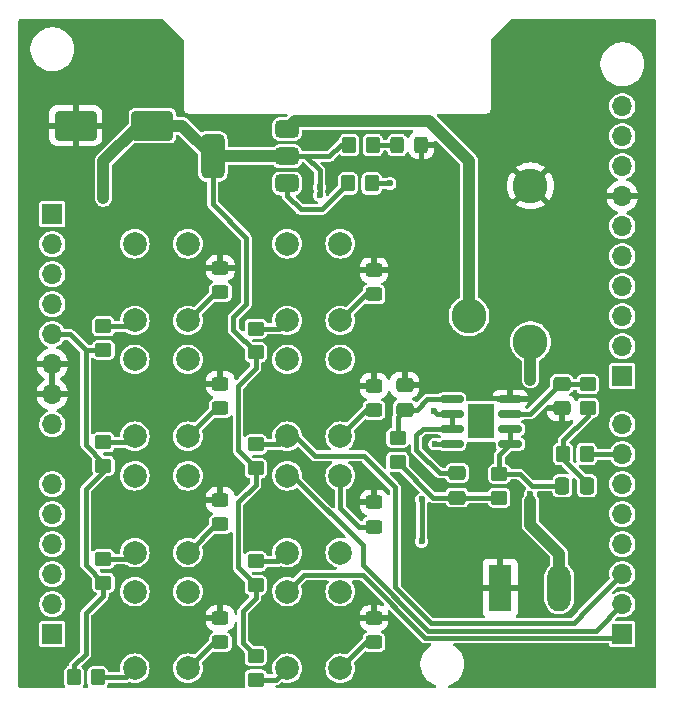
<source format=gbr>
%TF.GenerationSoftware,KiCad,Pcbnew,8.0.1*%
%TF.CreationDate,2024-04-15T20:54:24+02:00*%
%TF.ProjectId,Audio_shield,41756469-6f5f-4736-9869-656c642e6b69,rev?*%
%TF.SameCoordinates,Original*%
%TF.FileFunction,Copper,L1,Top*%
%TF.FilePolarity,Positive*%
%FSLAX46Y46*%
G04 Gerber Fmt 4.6, Leading zero omitted, Abs format (unit mm)*
G04 Created by KiCad (PCBNEW 8.0.1) date 2024-04-15 20:54:24*
%MOMM*%
%LPD*%
G01*
G04 APERTURE LIST*
G04 Aperture macros list*
%AMRoundRect*
0 Rectangle with rounded corners*
0 $1 Rounding radius*
0 $2 $3 $4 $5 $6 $7 $8 $9 X,Y pos of 4 corners*
0 Add a 4 corners polygon primitive as box body*
4,1,4,$2,$3,$4,$5,$6,$7,$8,$9,$2,$3,0*
0 Add four circle primitives for the rounded corners*
1,1,$1+$1,$2,$3*
1,1,$1+$1,$4,$5*
1,1,$1+$1,$6,$7*
1,1,$1+$1,$8,$9*
0 Add four rect primitives between the rounded corners*
20,1,$1+$1,$2,$3,$4,$5,0*
20,1,$1+$1,$4,$5,$6,$7,0*
20,1,$1+$1,$6,$7,$8,$9,0*
20,1,$1+$1,$8,$9,$2,$3,0*%
G04 Aperture macros list end*
%TA.AperFunction,ComponentPad*%
%ADD10C,2.000000*%
%TD*%
%TA.AperFunction,SMDPad,CuDef*%
%ADD11RoundRect,0.250000X0.450000X-0.350000X0.450000X0.350000X-0.450000X0.350000X-0.450000X-0.350000X0*%
%TD*%
%TA.AperFunction,SMDPad,CuDef*%
%ADD12RoundRect,0.250000X0.475000X-0.337500X0.475000X0.337500X-0.475000X0.337500X-0.475000X-0.337500X0*%
%TD*%
%TA.AperFunction,SMDPad,CuDef*%
%ADD13RoundRect,0.250000X-0.450000X0.325000X-0.450000X-0.325000X0.450000X-0.325000X0.450000X0.325000X0*%
%TD*%
%TA.AperFunction,SMDPad,CuDef*%
%ADD14RoundRect,0.250000X0.350000X0.450000X-0.350000X0.450000X-0.350000X-0.450000X0.350000X-0.450000X0*%
%TD*%
%TA.AperFunction,SMDPad,CuDef*%
%ADD15RoundRect,0.250000X-0.475000X0.337500X-0.475000X-0.337500X0.475000X-0.337500X0.475000X0.337500X0*%
%TD*%
%TA.AperFunction,SMDPad,CuDef*%
%ADD16RoundRect,0.250000X-0.350000X-0.450000X0.350000X-0.450000X0.350000X0.450000X-0.350000X0.450000X0*%
%TD*%
%TA.AperFunction,SMDPad,CuDef*%
%ADD17RoundRect,0.250000X-0.450000X0.350000X-0.450000X-0.350000X0.450000X-0.350000X0.450000X0.350000X0*%
%TD*%
%TA.AperFunction,ComponentPad*%
%ADD18R,1.700000X1.700000*%
%TD*%
%TA.AperFunction,ComponentPad*%
%ADD19O,1.700000X1.700000*%
%TD*%
%TA.AperFunction,SMDPad,CuDef*%
%ADD20RoundRect,0.250000X0.325000X0.450000X-0.325000X0.450000X-0.325000X-0.450000X0.325000X-0.450000X0*%
%TD*%
%TA.AperFunction,SMDPad,CuDef*%
%ADD21RoundRect,0.250000X0.337500X0.475000X-0.337500X0.475000X-0.337500X-0.475000X0.337500X-0.475000X0*%
%TD*%
%TA.AperFunction,SMDPad,CuDef*%
%ADD22RoundRect,0.250000X1.500000X1.000000X-1.500000X1.000000X-1.500000X-1.000000X1.500000X-1.000000X0*%
%TD*%
%TA.AperFunction,SMDPad,CuDef*%
%ADD23RoundRect,0.375000X0.625000X0.375000X-0.625000X0.375000X-0.625000X-0.375000X0.625000X-0.375000X0*%
%TD*%
%TA.AperFunction,SMDPad,CuDef*%
%ADD24RoundRect,0.500000X0.500000X1.400000X-0.500000X1.400000X-0.500000X-1.400000X0.500000X-1.400000X0*%
%TD*%
%TA.AperFunction,ComponentPad*%
%ADD25R,1.980000X3.960000*%
%TD*%
%TA.AperFunction,ComponentPad*%
%ADD26O,1.980000X3.960000*%
%TD*%
%TA.AperFunction,SMDPad,CuDef*%
%ADD27RoundRect,0.150000X0.825000X0.150000X-0.825000X0.150000X-0.825000X-0.150000X0.825000X-0.150000X0*%
%TD*%
%TA.AperFunction,HeatsinkPad*%
%ADD28R,2.290000X3.000000*%
%TD*%
%TA.AperFunction,ComponentPad*%
%ADD29C,2.950000*%
%TD*%
%TA.AperFunction,ViaPad*%
%ADD30C,0.600000*%
%TD*%
%TA.AperFunction,Conductor*%
%ADD31C,0.400000*%
%TD*%
%TA.AperFunction,Conductor*%
%ADD32C,1.000000*%
%TD*%
G04 APERTURE END LIST*
D10*
%TO.P,SW2,1,A*%
%TO.N,Net-(D3-A)*%
X170850000Y-97250000D03*
X170850000Y-103750000D03*
%TO.P,SW2,2,B*%
%TO.N,B2*%
X166350000Y-97250000D03*
X166350000Y-103750000D03*
%TD*%
D11*
%TO.P,R13,1*%
%TO.N,+5V*%
X150800000Y-96400000D03*
%TO.P,R13,2*%
%TO.N,B7*%
X150800000Y-94400000D03*
%TD*%
D12*
%TO.P,C1,1*%
%TO.N,GND*%
X189600000Y-91537500D03*
%TO.P,C1,2*%
%TO.N,Net-(U1A-+)*%
X189600000Y-89462500D03*
%TD*%
D13*
%TO.P,D2,1,K*%
%TO.N,GND*%
X173700000Y-109297500D03*
%TO.P,D2,2,A*%
%TO.N,Net-(D2-A)*%
X173700000Y-111347500D03*
%TD*%
%TO.P,D4,1,K*%
%TO.N,GND*%
X173700000Y-89647500D03*
%TO.P,D4,2,A*%
%TO.N,Net-(D4-A)*%
X173700000Y-91697500D03*
%TD*%
D14*
%TO.P,R5,1*%
%TO.N,/AUDIO_SIGNAL*%
X173500000Y-72500000D03*
%TO.P,R5,2*%
%TO.N,Net-(Q1-B)*%
X171500000Y-72500000D03*
%TD*%
D11*
%TO.P,R9,1*%
%TO.N,+5V*%
X163700000Y-96600000D03*
%TO.P,R9,2*%
%TO.N,B3*%
X163700000Y-94600000D03*
%TD*%
D10*
%TO.P,SW1,1,A*%
%TO.N,Net-(D2-A)*%
X170850000Y-107050000D03*
X170850000Y-113550000D03*
%TO.P,SW1,2,B*%
%TO.N,B1*%
X166350000Y-107050000D03*
X166350000Y-113550000D03*
%TD*%
D11*
%TO.P,R12,1*%
%TO.N,+5V*%
X150800000Y-106300000D03*
%TO.P,R12,2*%
%TO.N,B6*%
X150800000Y-104300000D03*
%TD*%
D10*
%TO.P,SW4,1,A*%
%TO.N,Net-(D5-A)*%
X170850000Y-77600000D03*
X170850000Y-84100000D03*
%TO.P,SW4,2,B*%
%TO.N,B4*%
X166350000Y-77600000D03*
X166350000Y-84100000D03*
%TD*%
D15*
%TO.P,C3,1*%
%TO.N,GND*%
X176300000Y-89562500D03*
%TO.P,C3,2*%
%TO.N,Net-(U1B-+)*%
X176300000Y-91637500D03*
%TD*%
D11*
%TO.P,R2,1*%
%TO.N,Net-(C2-Pad1)*%
X191800000Y-91500000D03*
%TO.P,R2,2*%
%TO.N,Net-(U1A-+)*%
X191800000Y-89500000D03*
%TD*%
D16*
%TO.P,R11,1*%
%TO.N,+5V*%
X148300000Y-114300000D03*
%TO.P,R11,2*%
%TO.N,B5*%
X150300000Y-114300000D03*
%TD*%
D13*
%TO.P,D7,1,K*%
%TO.N,GND*%
X160700000Y-99297500D03*
%TO.P,D7,2,A*%
%TO.N,Net-(D7-A)*%
X160700000Y-101347500D03*
%TD*%
D10*
%TO.P,SW5,1,A*%
%TO.N,Net-(D6-A)*%
X157950000Y-107050000D03*
X157950000Y-113550000D03*
%TO.P,SW5,2,B*%
%TO.N,B5*%
X153450000Y-107050000D03*
X153450000Y-113550000D03*
%TD*%
D13*
%TO.P,D6,1,K*%
%TO.N,GND*%
X160700000Y-109297500D03*
%TO.P,D6,2,A*%
%TO.N,Net-(D6-A)*%
X160700000Y-111347500D03*
%TD*%
D17*
%TO.P,R3,1*%
%TO.N,Net-(U1A--)*%
X184300000Y-97100000D03*
%TO.P,R3,2*%
%TO.N,Net-(C4-Pad1)*%
X184300000Y-99100000D03*
%TD*%
D18*
%TO.P,J2,1,Pin_1*%
%TO.N,B1*%
X194730000Y-110660000D03*
D19*
%TO.P,J2,2,Pin_2*%
%TO.N,B2*%
X194730000Y-108120000D03*
%TO.P,J2,3,Pin_3*%
%TO.N,B3*%
X194730000Y-105580000D03*
%TO.P,J2,4,Pin_4*%
%TO.N,B4*%
X194730000Y-103040000D03*
%TO.P,J2,5,Pin_5*%
%TO.N,B5*%
X194730000Y-100500000D03*
%TO.P,J2,6,Pin_6*%
%TO.N,B6*%
X194730000Y-97960000D03*
%TO.P,J2,7,Pin_7*%
%TO.N,AUDIO_PWM*%
X194730000Y-95420000D03*
%TO.P,J2,8,Pin_8*%
%TO.N,B7*%
X194730000Y-92880000D03*
%TD*%
D10*
%TO.P,SW7,1,A*%
%TO.N,Net-(D8-A)*%
X157950000Y-87400000D03*
X157950000Y-93900000D03*
%TO.P,SW7,2,B*%
%TO.N,B7*%
X153450000Y-87400000D03*
X153450000Y-93900000D03*
%TD*%
D17*
%TO.P,R7,1*%
%TO.N,+5V*%
X163700000Y-112500000D03*
%TO.P,R7,2*%
%TO.N,B1*%
X163700000Y-114500000D03*
%TD*%
D11*
%TO.P,R14,1*%
%TO.N,+5V*%
X150800000Y-86600000D03*
%TO.P,R14,2*%
%TO.N,B8*%
X150800000Y-84600000D03*
%TD*%
D10*
%TO.P,SW6,1,A*%
%TO.N,Net-(D7-A)*%
X157950000Y-97250000D03*
X157950000Y-103750000D03*
%TO.P,SW6,2,B*%
%TO.N,B6*%
X153450000Y-97250000D03*
X153450000Y-103750000D03*
%TD*%
%TO.P,SW3,1,A*%
%TO.N,Net-(D4-A)*%
X170850000Y-87400000D03*
X170850000Y-93900000D03*
%TO.P,SW3,2,B*%
%TO.N,B3*%
X166350000Y-87400000D03*
X166350000Y-93900000D03*
%TD*%
D11*
%TO.P,R4,1*%
%TO.N,Net-(C4-Pad1)*%
X175700000Y-96050000D03*
%TO.P,R4,2*%
%TO.N,Net-(U1B-+)*%
X175700000Y-94050000D03*
%TD*%
D18*
%TO.P,J1,1,Pin_1*%
%TO.N,B8*%
X194730000Y-88820000D03*
D19*
%TO.P,J1,2,Pin_2*%
%TO.N,unconnected-(J1-Pin_2-Pad2)*%
X194730000Y-86280000D03*
%TO.P,J1,3,Pin_3*%
%TO.N,unconnected-(J1-Pin_3-Pad3)*%
X194730000Y-83740000D03*
%TO.P,J1,4,Pin_4*%
%TO.N,unconnected-(J1-Pin_4-Pad4)*%
X194730000Y-81200000D03*
%TO.P,J1,5,Pin_5*%
%TO.N,unconnected-(J1-Pin_5-Pad5)*%
X194730000Y-78660000D03*
%TO.P,J1,6,Pin_6*%
%TO.N,unconnected-(J1-Pin_6-Pad6)*%
X194730000Y-76120000D03*
%TO.P,J1,7,Pin_7*%
%TO.N,GND*%
X194730000Y-73580000D03*
%TO.P,J1,8,Pin_8*%
%TO.N,unconnected-(J1-Pin_8-Pad8)*%
X194730000Y-71040000D03*
%TO.P,J1,9,Pin_9*%
%TO.N,unconnected-(J1-Pin_9-Pad9)*%
X194730000Y-68500000D03*
%TO.P,J1,10,Pin_10*%
%TO.N,unconnected-(J1-Pin_10-Pad10)*%
X194730000Y-65960000D03*
%TD*%
D20*
%TO.P,D1,1,K*%
%TO.N,GND*%
X177725000Y-69250000D03*
%TO.P,D1,2,A*%
%TO.N,Net-(D1-A)*%
X175675000Y-69250000D03*
%TD*%
D13*
%TO.P,D5,1,K*%
%TO.N,GND*%
X173700000Y-79847500D03*
%TO.P,D5,2,A*%
%TO.N,Net-(D5-A)*%
X173700000Y-81897500D03*
%TD*%
D10*
%TO.P,SW8,1,A*%
%TO.N,Net-(D9-A)*%
X157950000Y-77600000D03*
X157950000Y-84100000D03*
%TO.P,SW8,2,B*%
%TO.N,B8*%
X153450000Y-77600000D03*
X153450000Y-84100000D03*
%TD*%
D14*
%TO.P,R1,1*%
%TO.N,AUDIO_PWM*%
X191700000Y-95400000D03*
%TO.P,R1,2*%
%TO.N,Net-(C2-Pad1)*%
X189700000Y-95400000D03*
%TD*%
D12*
%TO.P,C4,1*%
%TO.N,Net-(C4-Pad1)*%
X180750000Y-99087500D03*
%TO.P,C4,2*%
%TO.N,/AUDIO_SIGNAL*%
X180750000Y-97012500D03*
%TD*%
D13*
%TO.P,D8,1,K*%
%TO.N,GND*%
X160700000Y-89447500D03*
%TO.P,D8,2,A*%
%TO.N,Net-(D8-A)*%
X160700000Y-91497500D03*
%TD*%
D21*
%TO.P,C2,1*%
%TO.N,Net-(C2-Pad1)*%
X191737500Y-98100000D03*
%TO.P,C2,2*%
%TO.N,Net-(U1A--)*%
X189662500Y-98100000D03*
%TD*%
D18*
%TO.P,J3,1,Pin_1*%
%TO.N,unconnected-(J3-Pin_1-Pad1)*%
X146470000Y-110660000D03*
D19*
%TO.P,J3,2,Pin_2*%
%TO.N,unconnected-(J3-Pin_2-Pad2)*%
X146470000Y-108120000D03*
%TO.P,J3,3,Pin_3*%
%TO.N,unconnected-(J3-Pin_3-Pad3)*%
X146470000Y-105580000D03*
%TO.P,J3,4,Pin_4*%
%TO.N,unconnected-(J3-Pin_4-Pad4)*%
X146470000Y-103040000D03*
%TO.P,J3,5,Pin_5*%
%TO.N,unconnected-(J3-Pin_5-Pad5)*%
X146470000Y-100500000D03*
%TO.P,J3,6,Pin_6*%
%TO.N,unconnected-(J3-Pin_6-Pad6)*%
X146470000Y-97960000D03*
%TD*%
D16*
%TO.P,R6,1*%
%TO.N,+5V*%
X171600000Y-69250000D03*
%TO.P,R6,2*%
%TO.N,Net-(D1-A)*%
X173600000Y-69250000D03*
%TD*%
D18*
%TO.P,J4,1,Pin_1*%
%TO.N,unconnected-(J4-Pin_1-Pad1)*%
X146470000Y-75100000D03*
D19*
%TO.P,J4,2,Pin_2*%
%TO.N,unconnected-(J4-Pin_2-Pad2)*%
X146470000Y-77640000D03*
%TO.P,J4,3,Pin_3*%
%TO.N,unconnected-(J4-Pin_3-Pad3)*%
X146470000Y-80180000D03*
%TO.P,J4,4,Pin_4*%
%TO.N,unconnected-(J4-Pin_4-Pad4)*%
X146470000Y-82720000D03*
%TO.P,J4,5,Pin_5*%
%TO.N,+5V*%
X146470000Y-85260000D03*
%TO.P,J4,6,Pin_6*%
%TO.N,GND*%
X146470000Y-87800000D03*
%TO.P,J4,7,Pin_7*%
X146470000Y-90340000D03*
%TO.P,J4,8,Pin_8*%
%TO.N,unconnected-(J4-Pin_8-Pad8)*%
X146470000Y-92880000D03*
%TD*%
D11*
%TO.P,R8,1*%
%TO.N,+5V*%
X163700000Y-106500000D03*
%TO.P,R8,2*%
%TO.N,B2*%
X163700000Y-104500000D03*
%TD*%
D13*
%TO.P,D9,1,K*%
%TO.N,GND*%
X160700000Y-79647500D03*
%TO.P,D9,2,A*%
%TO.N,Net-(D9-A)*%
X160700000Y-81697500D03*
%TD*%
D22*
%TO.P,C5,1*%
%TO.N,+5V*%
X154950000Y-67600000D03*
%TO.P,C5,2*%
%TO.N,GND*%
X148450000Y-67600000D03*
%TD*%
D23*
%TO.P,Q1,1,B*%
%TO.N,Net-(Q1-B)*%
X166350000Y-72500000D03*
%TO.P,Q1,2,C*%
%TO.N,+5V*%
X166350000Y-70200000D03*
D24*
X160050000Y-70200000D03*
D23*
%TO.P,Q1,3,E*%
%TO.N,Net-(Q1-E)*%
X166350000Y-67900000D03*
%TD*%
D25*
%TO.P,LS1,1,1*%
%TO.N,GND*%
X184385000Y-106750000D03*
D26*
%TO.P,LS1,2,2*%
%TO.N,Net-(J6-PadTN)*%
X189385000Y-106750000D03*
%TD*%
D27*
%TO.P,U1,1*%
%TO.N,Net-(U1A--)*%
X185245000Y-94555000D03*
%TO.P,U1,2,-*%
X185245000Y-93285000D03*
%TO.P,U1,3,+*%
%TO.N,Net-(U1A-+)*%
X185245000Y-92015000D03*
%TO.P,U1,4,V-*%
%TO.N,GND*%
X185245000Y-90745000D03*
%TO.P,U1,5,+*%
%TO.N,Net-(U1B-+)*%
X180295000Y-90745000D03*
%TO.P,U1,6,-*%
%TO.N,/AUDIO_SIGNAL*%
X180295000Y-92015000D03*
%TO.P,U1,7*%
X180295000Y-93285000D03*
%TO.P,U1,8,V+*%
%TO.N,+5V*%
X180295000Y-94555000D03*
D28*
%TO.P,U1,9*%
%TO.N,N/C*%
X182770000Y-92650000D03*
%TD*%
D13*
%TO.P,D3,1,K*%
%TO.N,GND*%
X173700000Y-99497500D03*
%TO.P,D3,2,A*%
%TO.N,Net-(D3-A)*%
X173700000Y-101547500D03*
%TD*%
D29*
%TO.P,J6,S*%
%TO.N,GND*%
X186949797Y-72700000D03*
%TO.P,J6,T*%
%TO.N,Net-(Q1-E)*%
X181749797Y-83700000D03*
%TO.P,J6,TN*%
%TO.N,Net-(J6-PadTN)*%
X186949797Y-85900000D03*
%TD*%
D11*
%TO.P,R10,1*%
%TO.N,+5V*%
X163700000Y-86800000D03*
%TO.P,R10,2*%
%TO.N,B4*%
X163700000Y-84800000D03*
%TD*%
D30*
%TO.N,GND*%
X173000000Y-96850000D03*
X189600000Y-93000000D03*
X148450000Y-90250000D03*
X162200000Y-88100000D03*
X188000000Y-92200000D03*
X150250000Y-90250000D03*
X164700000Y-93250000D03*
X169000000Y-94550000D03*
X172500000Y-96350000D03*
X163200000Y-89900000D03*
X164800000Y-95550000D03*
%TO.N,/AUDIO_SIGNAL*%
X178800000Y-91750000D03*
X175050000Y-72500000D03*
%TO.N,+5V*%
X169100000Y-73500000D03*
X150800000Y-72000000D03*
X169100000Y-72800000D03*
X150800000Y-71300000D03*
X178900000Y-94550000D03*
X150800000Y-73400000D03*
X150800000Y-72700000D03*
X150800000Y-70600000D03*
%TO.N,B4*%
X177750000Y-99250000D03*
X177750000Y-102800000D03*
%TO.N,Net-(J6-PadTN)*%
X186950000Y-100750000D03*
X186950000Y-98800000D03*
X186950000Y-101400000D03*
X186950000Y-88450000D03*
X186950000Y-100100000D03*
X186950000Y-87800000D03*
X186950000Y-89100000D03*
X186950000Y-99450000D03*
%TD*%
D31*
%TO.N,Net-(U1A-+)*%
X189600000Y-89462500D02*
X189487500Y-89462500D01*
X186935000Y-92015000D02*
X185245000Y-92015000D01*
X189487500Y-89462500D02*
X186935000Y-92015000D01*
X189637500Y-89500000D02*
X189600000Y-89462500D01*
X191800000Y-89500000D02*
X189637500Y-89500000D01*
%TO.N,Net-(C2-Pad1)*%
X189700000Y-94250000D02*
X191800000Y-92150000D01*
X189700000Y-95400000D02*
X189700000Y-94250000D01*
X191800000Y-92150000D02*
X191800000Y-91500000D01*
X191737500Y-97837500D02*
X189700000Y-95800000D01*
X189700000Y-95800000D02*
X189700000Y-95400000D01*
X191737500Y-98100000D02*
X191737500Y-97837500D01*
%TO.N,Net-(U1A--)*%
X187050000Y-98100000D02*
X186050000Y-97100000D01*
X189662500Y-98100000D02*
X187050000Y-98100000D01*
X184300000Y-97100000D02*
X184300000Y-95500000D01*
X185245000Y-94555000D02*
X185245000Y-93285000D01*
X184300000Y-95500000D02*
X185245000Y-94555000D01*
X186050000Y-97100000D02*
X184300000Y-97100000D01*
%TO.N,Net-(U1B-+)*%
X178450000Y-90750000D02*
X178455000Y-90745000D01*
X178455000Y-90745000D02*
X180295000Y-90745000D01*
X176300000Y-91637500D02*
X177312500Y-91637500D01*
X175700000Y-94050000D02*
X175700000Y-92237500D01*
X177312500Y-91637500D02*
X178200000Y-90750000D01*
X178200000Y-90750000D02*
X178450000Y-90750000D01*
X175700000Y-92237500D02*
X176300000Y-91637500D01*
%TO.N,Net-(C4-Pad1)*%
X178737500Y-99087500D02*
X175700000Y-96050000D01*
X180750000Y-99087500D02*
X178737500Y-99087500D01*
X180762500Y-99100000D02*
X180750000Y-99087500D01*
X184300000Y-99100000D02*
X180762500Y-99100000D01*
%TO.N,/AUDIO_SIGNAL*%
X179065000Y-92015000D02*
X180295000Y-92015000D01*
X180295000Y-93285000D02*
X180295000Y-92015000D01*
X179262500Y-97012500D02*
X177300000Y-95050000D01*
X177300000Y-95050000D02*
X177300000Y-93800000D01*
X173500000Y-72500000D02*
X175050000Y-72500000D01*
X180750000Y-97012500D02*
X179262500Y-97012500D01*
X178800000Y-91750000D02*
X179065000Y-92015000D01*
X177300000Y-93800000D02*
X177815000Y-93285000D01*
X177815000Y-93285000D02*
X180295000Y-93285000D01*
%TO.N,+5V*%
X169100000Y-71400000D02*
X169100000Y-73500000D01*
X146470000Y-85260000D02*
X147960000Y-85260000D01*
X149300000Y-86600000D02*
X150800000Y-86600000D01*
D32*
X150800000Y-70600000D02*
X150800000Y-73700000D01*
D31*
X161800000Y-84900000D02*
X163700000Y-86800000D01*
D32*
X160050000Y-70200000D02*
X166350000Y-70200000D01*
D31*
X148300000Y-114300000D02*
X148300000Y-113300000D01*
X166350000Y-70200000D02*
X167900000Y-70200000D01*
X169925000Y-70200000D02*
X170875000Y-69250000D01*
X162700000Y-89148666D02*
X162200000Y-89648666D01*
X163700000Y-96600000D02*
X163700000Y-98000000D01*
X148300000Y-113300000D02*
X149300000Y-112300000D01*
D32*
X154950000Y-67600000D02*
X153800000Y-67600000D01*
X153800000Y-67600000D02*
X150800000Y-70600000D01*
D31*
X163700000Y-106500000D02*
X163700000Y-107600000D01*
X149300000Y-112300000D02*
X149300000Y-108900000D01*
X163700000Y-98000000D02*
X162200000Y-99500000D01*
X167900000Y-70200000D02*
X169100000Y-71400000D01*
X162900000Y-82700000D02*
X161800000Y-83800000D01*
X162600000Y-111400000D02*
X163700000Y-112500000D01*
D32*
X157450000Y-67600000D02*
X160050000Y-70200000D01*
D31*
X150800000Y-107400000D02*
X150800000Y-106300000D01*
X180295000Y-94555000D02*
X178745000Y-94555000D01*
X149300000Y-108900000D02*
X150800000Y-107400000D01*
X160050000Y-74250000D02*
X162900000Y-77100000D01*
X162200000Y-89648666D02*
X162200000Y-95100000D01*
X149300000Y-98400000D02*
X149300000Y-104800000D01*
X170875000Y-69250000D02*
X171600000Y-69250000D01*
X166350000Y-70200000D02*
X169925000Y-70200000D01*
X160050000Y-70200000D02*
X160050000Y-74250000D01*
X150800000Y-96126166D02*
X149300000Y-94626166D01*
X162200000Y-99500000D02*
X162200000Y-105000000D01*
X162600000Y-108700000D02*
X162600000Y-111400000D01*
X162200000Y-105000000D02*
X163700000Y-106500000D01*
X150800000Y-96400000D02*
X150800000Y-96126166D01*
X163700000Y-107600000D02*
X162600000Y-108700000D01*
X163700000Y-88100000D02*
X162700000Y-89100000D01*
X149300000Y-104800000D02*
X150800000Y-106300000D01*
X162700000Y-89100000D02*
X162700000Y-89148666D01*
X149300000Y-94626166D02*
X149300000Y-86600000D01*
X150800000Y-96400000D02*
X150800000Y-96900000D01*
X147960000Y-85260000D02*
X149300000Y-86600000D01*
X161800000Y-83800000D02*
X161800000Y-84900000D01*
X162900000Y-77100000D02*
X162900000Y-82700000D01*
D32*
X154950000Y-67600000D02*
X157450000Y-67600000D01*
D31*
X163700000Y-86800000D02*
X163700000Y-88100000D01*
X162200000Y-95100000D02*
X163700000Y-96600000D01*
X150800000Y-96900000D02*
X149300000Y-98400000D01*
%TO.N,Net-(D1-A)*%
X173600000Y-69250000D02*
X175675000Y-69250000D01*
%TO.N,Net-(D2-A)*%
X173700000Y-111347500D02*
X173052500Y-111347500D01*
X173052500Y-111347500D02*
X170850000Y-113550000D01*
%TO.N,Net-(D3-A)*%
X170850000Y-97250000D02*
X170850000Y-99950000D01*
X172447500Y-101547500D02*
X173700000Y-101547500D01*
X170850000Y-99950000D02*
X172447500Y-101547500D01*
%TO.N,Net-(D4-A)*%
X173700000Y-91697500D02*
X173052500Y-91697500D01*
X173052500Y-91697500D02*
X170850000Y-93900000D01*
%TO.N,Net-(D5-A)*%
X173700000Y-81897500D02*
X173052500Y-81897500D01*
X173052500Y-81897500D02*
X170850000Y-84100000D01*
%TO.N,Net-(D6-A)*%
X160152500Y-111347500D02*
X157950000Y-113550000D01*
X160700000Y-111347500D02*
X160152500Y-111347500D01*
%TO.N,Net-(D7-A)*%
X160352500Y-101347500D02*
X157950000Y-103750000D01*
X160700000Y-101347500D02*
X160352500Y-101347500D01*
%TO.N,Net-(D8-A)*%
X160352500Y-91497500D02*
X157950000Y-93900000D01*
X160700000Y-91497500D02*
X160352500Y-91497500D01*
%TO.N,Net-(D9-A)*%
X160700000Y-81697500D02*
X160352500Y-81697500D01*
X160352500Y-81697500D02*
X157950000Y-84100000D01*
%TO.N,B8*%
X150800000Y-84600000D02*
X152950000Y-84600000D01*
X152950000Y-84600000D02*
X153450000Y-84100000D01*
%TO.N,B5*%
X152700000Y-114300000D02*
X153450000Y-113550000D01*
X150300000Y-114300000D02*
X152700000Y-114300000D01*
%TO.N,B7*%
X152950000Y-94400000D02*
X153450000Y-93900000D01*
X150800000Y-94400000D02*
X152950000Y-94400000D01*
%TO.N,B4*%
X163700000Y-84800000D02*
X165650000Y-84800000D01*
X177750000Y-102750000D02*
X177750000Y-99250000D01*
X165650000Y-84800000D02*
X166350000Y-84100000D01*
X177750000Y-102800000D02*
X177750000Y-102750000D01*
X177750000Y-99250000D02*
X177750000Y-99200000D01*
%TO.N,B2*%
X178300000Y-110350000D02*
X172750000Y-104800000D01*
X194730000Y-108120000D02*
X192500000Y-110350000D01*
X172750000Y-103150000D02*
X166850000Y-97250000D01*
X165600000Y-104500000D02*
X166350000Y-103750000D01*
X166850000Y-97250000D02*
X166350000Y-97250000D01*
X192500000Y-110350000D02*
X178300000Y-110350000D01*
X163700000Y-104500000D02*
X165600000Y-104500000D01*
X172750000Y-104800000D02*
X172750000Y-103150000D01*
%TO.N,B3*%
X175500000Y-98200000D02*
X175500000Y-106700000D01*
X178550000Y-109750000D02*
X190600000Y-109750000D01*
X165650000Y-94600000D02*
X166350000Y-93900000D01*
X163700000Y-94600000D02*
X165650000Y-94600000D01*
X190600000Y-109750000D02*
X191250000Y-109100000D01*
X166350000Y-93900000D02*
X167050000Y-93900000D01*
X191250000Y-109100000D02*
X191250000Y-109060000D01*
X172850000Y-95550000D02*
X175500000Y-98200000D01*
X191250000Y-109060000D02*
X194730000Y-105580000D01*
X167050000Y-93900000D02*
X168700000Y-95550000D01*
X175500000Y-106700000D02*
X178550000Y-109750000D01*
X168700000Y-95550000D02*
X172850000Y-95550000D01*
%TO.N,AUDIO_PWM*%
X191720000Y-95420000D02*
X191700000Y-95400000D01*
X194730000Y-95420000D02*
X191720000Y-95420000D01*
%TO.N,B6*%
X152900000Y-104300000D02*
X153450000Y-103750000D01*
X150800000Y-104300000D02*
X152900000Y-104300000D01*
%TO.N,B1*%
X166350000Y-107050000D02*
X167750000Y-105650000D01*
X194440000Y-110950000D02*
X194730000Y-110660000D01*
X178050000Y-110950000D02*
X194440000Y-110950000D01*
X165400000Y-114500000D02*
X166350000Y-113550000D01*
X167750000Y-105650000D02*
X172750000Y-105650000D01*
X172750000Y-105650000D02*
X178050000Y-110950000D01*
X163700000Y-114500000D02*
X165400000Y-114500000D01*
D32*
%TO.N,Net-(J6-PadTN)*%
X186950000Y-100100000D02*
X186950000Y-99450000D01*
X186950000Y-100750000D02*
X186950000Y-100100000D01*
X186950000Y-85900203D02*
X186949797Y-85900000D01*
X186950000Y-101400000D02*
X186950000Y-100750000D01*
X189385000Y-106750000D02*
X189385000Y-103835000D01*
X189385000Y-103835000D02*
X186950000Y-101400000D01*
X186950000Y-99450000D02*
X186950000Y-99400000D01*
X186950000Y-89100000D02*
X186950000Y-85900203D01*
%TO.N,Net-(Q1-E)*%
X181749797Y-70574367D02*
X178375430Y-67200000D01*
X167050000Y-67200000D02*
X166350000Y-67900000D01*
X178375430Y-67200000D02*
X167050000Y-67200000D01*
X181749797Y-83700000D02*
X181749797Y-70574367D01*
D31*
%TO.N,Net-(Q1-B)*%
X167500000Y-74700000D02*
X166350000Y-73550000D01*
X169300000Y-74700000D02*
X167500000Y-74700000D01*
X171500000Y-72500000D02*
X169300000Y-74700000D01*
X166350000Y-73550000D02*
X166350000Y-72500000D01*
%TD*%
%TA.AperFunction,Conductor*%
%TO.N,GND*%
G36*
X155908363Y-58620185D02*
G01*
X155929005Y-58636819D01*
X157563181Y-60270995D01*
X157596666Y-60332318D01*
X157599500Y-60358676D01*
X157599500Y-66165891D01*
X157633608Y-66293187D01*
X157666554Y-66350250D01*
X157699500Y-66407314D01*
X157792686Y-66500500D01*
X157906814Y-66566392D01*
X158034108Y-66600500D01*
X158165892Y-66600500D01*
X166283113Y-66600500D01*
X166350152Y-66620185D01*
X166395907Y-66672989D01*
X166405851Y-66742147D01*
X166376826Y-66805703D01*
X166370793Y-66812182D01*
X166323792Y-66859182D01*
X166262469Y-66892666D01*
X166236112Y-66895500D01*
X165661444Y-66895500D01*
X165661422Y-66895501D01*
X165625745Y-66898308D01*
X165625742Y-66898309D01*
X165473008Y-66942682D01*
X165473006Y-66942682D01*
X165473006Y-66942683D01*
X165336112Y-67023641D01*
X165336103Y-67023648D01*
X165223648Y-67136103D01*
X165223641Y-67136112D01*
X165142682Y-67273007D01*
X165142680Y-67273012D01*
X165098309Y-67425737D01*
X165098308Y-67425743D01*
X165095500Y-67461426D01*
X165095500Y-68338555D01*
X165095501Y-68338577D01*
X165098308Y-68374254D01*
X165098309Y-68374256D01*
X165098309Y-68374258D01*
X165142682Y-68526992D01*
X165166391Y-68567082D01*
X165223641Y-68663887D01*
X165223648Y-68663896D01*
X165336103Y-68776351D01*
X165336107Y-68776354D01*
X165336109Y-68776356D01*
X165473008Y-68857318D01*
X165510523Y-68868217D01*
X165625737Y-68901690D01*
X165625740Y-68901690D01*
X165625742Y-68901691D01*
X165661433Y-68904500D01*
X167038566Y-68904499D01*
X167074258Y-68901691D01*
X167226992Y-68857318D01*
X167363891Y-68776356D01*
X167476356Y-68663891D01*
X167557318Y-68526992D01*
X167601691Y-68374258D01*
X167604500Y-68338567D01*
X167604500Y-68078500D01*
X167624185Y-68011461D01*
X167676989Y-67965706D01*
X167728500Y-67954500D01*
X176904893Y-67954500D01*
X176971932Y-67974185D01*
X177017687Y-68026989D01*
X177027631Y-68096147D01*
X176998606Y-68159703D01*
X176969990Y-68184039D01*
X176931654Y-68207684D01*
X176807684Y-68331654D01*
X176715643Y-68480875D01*
X176715641Y-68480880D01*
X176687077Y-68567082D01*
X176647304Y-68624527D01*
X176582788Y-68651350D01*
X176514012Y-68639035D01*
X176462813Y-68591492D01*
X176453191Y-68571417D01*
X176447342Y-68555733D01*
X176403707Y-68497443D01*
X176360404Y-68439595D01*
X176273127Y-68374262D01*
X176244267Y-68352658D01*
X176108342Y-68301960D01*
X176108338Y-68301959D01*
X176048263Y-68295500D01*
X175301748Y-68295500D01*
X175301742Y-68295501D01*
X175241655Y-68301960D01*
X175105738Y-68352655D01*
X175105730Y-68352660D01*
X174989595Y-68439595D01*
X174924172Y-68526993D01*
X174902658Y-68555733D01*
X174851960Y-68691658D01*
X174851959Y-68691662D01*
X174850176Y-68699208D01*
X174847022Y-68698462D01*
X174825973Y-68749296D01*
X174768584Y-68789150D01*
X174729413Y-68795500D01*
X174570588Y-68795500D01*
X174503549Y-68775815D01*
X174457794Y-68723011D01*
X174451174Y-68698890D01*
X174449825Y-68699209D01*
X174448040Y-68691657D01*
X174397344Y-68555738D01*
X174397342Y-68555734D01*
X174397342Y-68555733D01*
X174353707Y-68497443D01*
X174310404Y-68439595D01*
X174223127Y-68374262D01*
X174194267Y-68352658D01*
X174058342Y-68301960D01*
X174058338Y-68301959D01*
X173998263Y-68295500D01*
X173201748Y-68295500D01*
X173201742Y-68295501D01*
X173141655Y-68301960D01*
X173005738Y-68352655D01*
X173005730Y-68352660D01*
X172889595Y-68439595D01*
X172824172Y-68526993D01*
X172802658Y-68555733D01*
X172751960Y-68691658D01*
X172751959Y-68691662D01*
X172745500Y-68751728D01*
X172745500Y-69748251D01*
X172745501Y-69748257D01*
X172751960Y-69808344D01*
X172802655Y-69944261D01*
X172802656Y-69944264D01*
X172802658Y-69944267D01*
X172824251Y-69973112D01*
X172889595Y-70060404D01*
X172947443Y-70103707D01*
X173005733Y-70147342D01*
X173141658Y-70198040D01*
X173201745Y-70204500D01*
X173998254Y-70204499D01*
X174058342Y-70198040D01*
X174194267Y-70147342D01*
X174310404Y-70060404D01*
X174397342Y-69944267D01*
X174448040Y-69808342D01*
X174448040Y-69808332D01*
X174449824Y-69800792D01*
X174452977Y-69801537D01*
X174474027Y-69750704D01*
X174531416Y-69710850D01*
X174570587Y-69704500D01*
X174729412Y-69704500D01*
X174796451Y-69724185D01*
X174842206Y-69776989D01*
X174848825Y-69801109D01*
X174850175Y-69800791D01*
X174851959Y-69808342D01*
X174902655Y-69944261D01*
X174902656Y-69944264D01*
X174902658Y-69944267D01*
X174924251Y-69973112D01*
X174989595Y-70060404D01*
X175047443Y-70103707D01*
X175105733Y-70147342D01*
X175241658Y-70198040D01*
X175301745Y-70204500D01*
X176048254Y-70204499D01*
X176108342Y-70198040D01*
X176244267Y-70147342D01*
X176360404Y-70060404D01*
X176447342Y-69944267D01*
X176453190Y-69928587D01*
X176495060Y-69872655D01*
X176560525Y-69848238D01*
X176628798Y-69863090D01*
X176678203Y-69912495D01*
X176687077Y-69932918D01*
X176715641Y-70019119D01*
X176715643Y-70019124D01*
X176807684Y-70168345D01*
X176931654Y-70292315D01*
X177080875Y-70384356D01*
X177080880Y-70384358D01*
X177247302Y-70439505D01*
X177247309Y-70439506D01*
X177350019Y-70449999D01*
X177474999Y-70449999D01*
X177475000Y-70449998D01*
X177475000Y-69500000D01*
X177975000Y-69500000D01*
X177975000Y-70449999D01*
X178099972Y-70449999D01*
X178099986Y-70449998D01*
X178202697Y-70439505D01*
X178369119Y-70384358D01*
X178369124Y-70384356D01*
X178518345Y-70292315D01*
X178642315Y-70168345D01*
X178734356Y-70019124D01*
X178734358Y-70019119D01*
X178789505Y-69852697D01*
X178789506Y-69852690D01*
X178799999Y-69749986D01*
X178800000Y-69749973D01*
X178800000Y-69500000D01*
X177975000Y-69500000D01*
X177475000Y-69500000D01*
X177475000Y-69124000D01*
X177494685Y-69056961D01*
X177547489Y-69011206D01*
X177599000Y-69000000D01*
X178799999Y-69000000D01*
X178799999Y-68990955D01*
X178819684Y-68923916D01*
X178872488Y-68878161D01*
X178941646Y-68868217D01*
X179005202Y-68897242D01*
X179011670Y-68903264D01*
X179534221Y-69425815D01*
X180958978Y-70850572D01*
X180992463Y-70911895D01*
X180995297Y-70938253D01*
X180995297Y-82065832D01*
X180975612Y-82132871D01*
X180925101Y-82177551D01*
X180882627Y-82198006D01*
X180882624Y-82198008D01*
X180882622Y-82198009D01*
X180802325Y-82252754D01*
X180668446Y-82344031D01*
X180478431Y-82520337D01*
X180316810Y-82723006D01*
X180187203Y-82947491D01*
X180187201Y-82947495D01*
X180092499Y-83188790D01*
X180092497Y-83188797D01*
X180034817Y-83441510D01*
X180015447Y-83699995D01*
X180015447Y-83700004D01*
X180034817Y-83958489D01*
X180092497Y-84211202D01*
X180092499Y-84211209D01*
X180167279Y-84401745D01*
X180187202Y-84452506D01*
X180316810Y-84676994D01*
X180420395Y-84806886D01*
X180478431Y-84879662D01*
X180606248Y-84998257D01*
X180668447Y-85055969D01*
X180882622Y-85201991D01*
X180882627Y-85201993D01*
X180882628Y-85201994D01*
X180882630Y-85201995D01*
X180905715Y-85213112D01*
X181116164Y-85314459D01*
X181116165Y-85314459D01*
X181116168Y-85314461D01*
X181363868Y-85390866D01*
X181363869Y-85390866D01*
X181363872Y-85390867D01*
X181620181Y-85429499D01*
X181620186Y-85429499D01*
X181620189Y-85429500D01*
X181620190Y-85429500D01*
X181879404Y-85429500D01*
X181879405Y-85429500D01*
X181879412Y-85429499D01*
X182135721Y-85390867D01*
X182135722Y-85390866D01*
X182135726Y-85390866D01*
X182383426Y-85314461D01*
X182616972Y-85201991D01*
X182831147Y-85055969D01*
X183003218Y-84896311D01*
X183021162Y-84879662D01*
X183021162Y-84879660D01*
X183021166Y-84879658D01*
X183182784Y-84676994D01*
X183312392Y-84452506D01*
X183407095Y-84211209D01*
X183464776Y-83958491D01*
X183480737Y-83745501D01*
X183481149Y-83740000D01*
X193620768Y-83740000D01*
X193639654Y-83943816D01*
X193639654Y-83943818D01*
X193639655Y-83943821D01*
X193683345Y-84097376D01*
X193695673Y-84140704D01*
X193786912Y-84323935D01*
X193910269Y-84487287D01*
X194061537Y-84625185D01*
X194061539Y-84625187D01*
X194235569Y-84732942D01*
X194235575Y-84732945D01*
X194274589Y-84748059D01*
X194426444Y-84806888D01*
X194627653Y-84844500D01*
X194627656Y-84844500D01*
X194832344Y-84844500D01*
X194832347Y-84844500D01*
X195033556Y-84806888D01*
X195224427Y-84732944D01*
X195398462Y-84625186D01*
X195549732Y-84487285D01*
X195673088Y-84323935D01*
X195764328Y-84140701D01*
X195820345Y-83943821D01*
X195839232Y-83740000D01*
X195820345Y-83536179D01*
X195764328Y-83339299D01*
X195673088Y-83156065D01*
X195549732Y-82992715D01*
X195549730Y-82992712D01*
X195398462Y-82854814D01*
X195398460Y-82854812D01*
X195224430Y-82747057D01*
X195224424Y-82747054D01*
X195073993Y-82688777D01*
X195033556Y-82673112D01*
X194832347Y-82635500D01*
X194627653Y-82635500D01*
X194426444Y-82673112D01*
X194426441Y-82673112D01*
X194426441Y-82673113D01*
X194235575Y-82747054D01*
X194235569Y-82747057D01*
X194061539Y-82854812D01*
X194061537Y-82854814D01*
X193910269Y-82992712D01*
X193786912Y-83156064D01*
X193695673Y-83339295D01*
X193639654Y-83536183D01*
X193620768Y-83739999D01*
X193620768Y-83740000D01*
X183481149Y-83740000D01*
X183484147Y-83700004D01*
X183484147Y-83699995D01*
X183464776Y-83441510D01*
X183463589Y-83436309D01*
X183407095Y-83188791D01*
X183312392Y-82947494D01*
X183182784Y-82723006D01*
X183021166Y-82520342D01*
X183021165Y-82520341D01*
X183021162Y-82520337D01*
X182831147Y-82344031D01*
X182794866Y-82319295D01*
X182616972Y-82198009D01*
X182606455Y-82192944D01*
X182574493Y-82177551D01*
X182522634Y-82130727D01*
X182504297Y-82065832D01*
X182504297Y-81200000D01*
X193620768Y-81200000D01*
X193639654Y-81403816D01*
X193639654Y-81403818D01*
X193639655Y-81403821D01*
X193694672Y-81597186D01*
X193695673Y-81600704D01*
X193786912Y-81783935D01*
X193910269Y-81947287D01*
X194061537Y-82085185D01*
X194061539Y-82085187D01*
X194235569Y-82192942D01*
X194235575Y-82192945D01*
X194248639Y-82198006D01*
X194426444Y-82266888D01*
X194627653Y-82304500D01*
X194627656Y-82304500D01*
X194832344Y-82304500D01*
X194832347Y-82304500D01*
X195033556Y-82266888D01*
X195224427Y-82192944D01*
X195398462Y-82085186D01*
X195549732Y-81947285D01*
X195673088Y-81783935D01*
X195764328Y-81600701D01*
X195820345Y-81403821D01*
X195839232Y-81200000D01*
X195820345Y-80996179D01*
X195764328Y-80799299D01*
X195673088Y-80616065D01*
X195549732Y-80452715D01*
X195549730Y-80452712D01*
X195398462Y-80314814D01*
X195398460Y-80314812D01*
X195224430Y-80207057D01*
X195224424Y-80207054D01*
X195073993Y-80148777D01*
X195033556Y-80133112D01*
X194832347Y-80095500D01*
X194627653Y-80095500D01*
X194426444Y-80133112D01*
X194426441Y-80133112D01*
X194426441Y-80133113D01*
X194235575Y-80207054D01*
X194235569Y-80207057D01*
X194061539Y-80314812D01*
X194061537Y-80314814D01*
X193910269Y-80452712D01*
X193786912Y-80616064D01*
X193695673Y-80799295D01*
X193639654Y-80996183D01*
X193620768Y-81199999D01*
X193620768Y-81200000D01*
X182504297Y-81200000D01*
X182504297Y-78660000D01*
X193620768Y-78660000D01*
X193639654Y-78863816D01*
X193639654Y-78863818D01*
X193639655Y-78863821D01*
X193679363Y-79003380D01*
X193695673Y-79060704D01*
X193786912Y-79243935D01*
X193910269Y-79407287D01*
X194061537Y-79545185D01*
X194061539Y-79545187D01*
X194235569Y-79652942D01*
X194235575Y-79652945D01*
X194276010Y-79668609D01*
X194426444Y-79726888D01*
X194627653Y-79764500D01*
X194627656Y-79764500D01*
X194832344Y-79764500D01*
X194832347Y-79764500D01*
X195033556Y-79726888D01*
X195224427Y-79652944D01*
X195398462Y-79545186D01*
X195549732Y-79407285D01*
X195673088Y-79243935D01*
X195764328Y-79060701D01*
X195820345Y-78863821D01*
X195839232Y-78660000D01*
X195820345Y-78456179D01*
X195764328Y-78259299D01*
X195673088Y-78076065D01*
X195549732Y-77912715D01*
X195549730Y-77912712D01*
X195398462Y-77774814D01*
X195398460Y-77774812D01*
X195224430Y-77667057D01*
X195224424Y-77667054D01*
X195051328Y-77599997D01*
X195033556Y-77593112D01*
X194832347Y-77555500D01*
X194627653Y-77555500D01*
X194426444Y-77593112D01*
X194426441Y-77593112D01*
X194426441Y-77593113D01*
X194235575Y-77667054D01*
X194235569Y-77667057D01*
X194061539Y-77774812D01*
X194061537Y-77774814D01*
X193910269Y-77912712D01*
X193786912Y-78076064D01*
X193695673Y-78259295D01*
X193639654Y-78456183D01*
X193620768Y-78659999D01*
X193620768Y-78660000D01*
X182504297Y-78660000D01*
X182504297Y-72700001D01*
X184969752Y-72700001D01*
X184989906Y-72981795D01*
X185049956Y-73257836D01*
X185148685Y-73522541D01*
X185148687Y-73522545D01*
X185284073Y-73770487D01*
X185284078Y-73770495D01*
X185387539Y-73908702D01*
X185387540Y-73908703D01*
X185888219Y-73408024D01*
X185977281Y-73530607D01*
X186119190Y-73672516D01*
X186241771Y-73761576D01*
X185741092Y-74262255D01*
X185879308Y-74365722D01*
X185879309Y-74365723D01*
X186127251Y-74501109D01*
X186127255Y-74501111D01*
X186391960Y-74599840D01*
X186668001Y-74659890D01*
X186949796Y-74680045D01*
X186949798Y-74680045D01*
X187231592Y-74659890D01*
X187507633Y-74599840D01*
X187772338Y-74501111D01*
X187772342Y-74501109D01*
X188020293Y-74365718D01*
X188158499Y-74262256D01*
X188158500Y-74262255D01*
X187657821Y-73761577D01*
X187780404Y-73672516D01*
X187922313Y-73530607D01*
X188011373Y-73408024D01*
X188512052Y-73908703D01*
X188512053Y-73908702D01*
X188570970Y-73830000D01*
X193399364Y-73830000D01*
X193456567Y-74043486D01*
X193456570Y-74043492D01*
X193556399Y-74257578D01*
X193691894Y-74451082D01*
X193858917Y-74618105D01*
X194052421Y-74753600D01*
X194266507Y-74853429D01*
X194266516Y-74853433D01*
X194299037Y-74862147D01*
X194358698Y-74898512D01*
X194389227Y-74961358D01*
X194380933Y-75030734D01*
X194336448Y-75084612D01*
X194311739Y-75097548D01*
X194235581Y-75127052D01*
X194235573Y-75127056D01*
X194061539Y-75234812D01*
X194061537Y-75234814D01*
X193910269Y-75372712D01*
X193786912Y-75536064D01*
X193695673Y-75719295D01*
X193639654Y-75916183D01*
X193620768Y-76119999D01*
X193620768Y-76120000D01*
X193639654Y-76323816D01*
X193639654Y-76323818D01*
X193639655Y-76323821D01*
X193692462Y-76509419D01*
X193695673Y-76520704D01*
X193786912Y-76703935D01*
X193910269Y-76867287D01*
X194061537Y-77005185D01*
X194061539Y-77005187D01*
X194235569Y-77112942D01*
X194235575Y-77112945D01*
X194276010Y-77128609D01*
X194426444Y-77186888D01*
X194627653Y-77224500D01*
X194627656Y-77224500D01*
X194832344Y-77224500D01*
X194832347Y-77224500D01*
X195033556Y-77186888D01*
X195224427Y-77112944D01*
X195398462Y-77005186D01*
X195549732Y-76867285D01*
X195673088Y-76703935D01*
X195764328Y-76520701D01*
X195820345Y-76323821D01*
X195839232Y-76120000D01*
X195820345Y-75916179D01*
X195764328Y-75719299D01*
X195673088Y-75536065D01*
X195549732Y-75372715D01*
X195549730Y-75372712D01*
X195398462Y-75234814D01*
X195398460Y-75234812D01*
X195224427Y-75127056D01*
X195224424Y-75127054D01*
X195148261Y-75097549D01*
X195092859Y-75054976D01*
X195069269Y-74989209D01*
X195084980Y-74921129D01*
X195135004Y-74872350D01*
X195160963Y-74862147D01*
X195193481Y-74853434D01*
X195193492Y-74853429D01*
X195407578Y-74753600D01*
X195601082Y-74618105D01*
X195768105Y-74451082D01*
X195903600Y-74257578D01*
X196003429Y-74043492D01*
X196003432Y-74043486D01*
X196060636Y-73830000D01*
X195163012Y-73830000D01*
X195195925Y-73772993D01*
X195230000Y-73645826D01*
X195230000Y-73514174D01*
X195195925Y-73387007D01*
X195163012Y-73330000D01*
X196060636Y-73330000D01*
X196060635Y-73329999D01*
X196003432Y-73116513D01*
X196003429Y-73116507D01*
X195903600Y-72902422D01*
X195903599Y-72902420D01*
X195768113Y-72708926D01*
X195768108Y-72708920D01*
X195601082Y-72541894D01*
X195407578Y-72406399D01*
X195193492Y-72306570D01*
X195193477Y-72306564D01*
X195160960Y-72297851D01*
X195101300Y-72261486D01*
X195070772Y-72198638D01*
X195079067Y-72129263D01*
X195123553Y-72075386D01*
X195148257Y-72062452D01*
X195224427Y-72032944D01*
X195398462Y-71925186D01*
X195549732Y-71787285D01*
X195673088Y-71623935D01*
X195764328Y-71440701D01*
X195820345Y-71243821D01*
X195839232Y-71040000D01*
X195820345Y-70836179D01*
X195764328Y-70639299D01*
X195673088Y-70456065D01*
X195596226Y-70354283D01*
X195549730Y-70292712D01*
X195398462Y-70154814D01*
X195398460Y-70154812D01*
X195224430Y-70047057D01*
X195224424Y-70047054D01*
X195061576Y-69983967D01*
X195033556Y-69973112D01*
X194832347Y-69935500D01*
X194627653Y-69935500D01*
X194426444Y-69973112D01*
X194426441Y-69973112D01*
X194426441Y-69973113D01*
X194235575Y-70047054D01*
X194235569Y-70047057D01*
X194061539Y-70154812D01*
X194061537Y-70154814D01*
X193910269Y-70292712D01*
X193786912Y-70456064D01*
X193695673Y-70639295D01*
X193639654Y-70836183D01*
X193620768Y-71039999D01*
X193620768Y-71040000D01*
X193639654Y-71243816D01*
X193639654Y-71243818D01*
X193639655Y-71243821D01*
X193691205Y-71425000D01*
X193695673Y-71440704D01*
X193786912Y-71623935D01*
X193910269Y-71787287D01*
X194009183Y-71877458D01*
X194056994Y-71921044D01*
X194061537Y-71925185D01*
X194061539Y-71925187D01*
X194235569Y-72032942D01*
X194235571Y-72032943D01*
X194235573Y-72032944D01*
X194309111Y-72061433D01*
X194311737Y-72062450D01*
X194367139Y-72105023D01*
X194390730Y-72170789D01*
X194375019Y-72238870D01*
X194324996Y-72287649D01*
X194299040Y-72297851D01*
X194266519Y-72306565D01*
X194266507Y-72306570D01*
X194052422Y-72406399D01*
X194052420Y-72406400D01*
X193858926Y-72541886D01*
X193858920Y-72541891D01*
X193691891Y-72708920D01*
X193691886Y-72708926D01*
X193556400Y-72902420D01*
X193556399Y-72902422D01*
X193456570Y-73116507D01*
X193456567Y-73116513D01*
X193399364Y-73329999D01*
X193399364Y-73330000D01*
X194296988Y-73330000D01*
X194264075Y-73387007D01*
X194230000Y-73514174D01*
X194230000Y-73645826D01*
X194264075Y-73772993D01*
X194296988Y-73830000D01*
X193399364Y-73830000D01*
X188570970Y-73830000D01*
X188615515Y-73770496D01*
X188750906Y-73522545D01*
X188750908Y-73522541D01*
X188849637Y-73257836D01*
X188909687Y-72981795D01*
X188929842Y-72700001D01*
X188929842Y-72699998D01*
X188909687Y-72418204D01*
X188849637Y-72142163D01*
X188750908Y-71877458D01*
X188750906Y-71877454D01*
X188615520Y-71629512D01*
X188615519Y-71629511D01*
X188512052Y-71491295D01*
X188011373Y-71991974D01*
X187922313Y-71869393D01*
X187780404Y-71727484D01*
X187657821Y-71638422D01*
X188158500Y-71137743D01*
X188158499Y-71137742D01*
X188020292Y-71034281D01*
X188020284Y-71034276D01*
X187772342Y-70898890D01*
X187772338Y-70898888D01*
X187507633Y-70800159D01*
X187231592Y-70740109D01*
X186949798Y-70719955D01*
X186949796Y-70719955D01*
X186668001Y-70740109D01*
X186391960Y-70800159D01*
X186127255Y-70898888D01*
X186127251Y-70898890D01*
X185879309Y-71034276D01*
X185879301Y-71034281D01*
X185741093Y-71137742D01*
X185741092Y-71137743D01*
X186241772Y-71638422D01*
X186119190Y-71727484D01*
X185977281Y-71869393D01*
X185888220Y-71991975D01*
X185387540Y-71491295D01*
X185387539Y-71491296D01*
X185284078Y-71629504D01*
X185284073Y-71629512D01*
X185148687Y-71877454D01*
X185148685Y-71877458D01*
X185049956Y-72142163D01*
X184989906Y-72418204D01*
X184969752Y-72699998D01*
X184969752Y-72700001D01*
X182504297Y-72700001D01*
X182504297Y-70654813D01*
X182504298Y-70654792D01*
X182504298Y-70500053D01*
X182494058Y-70448581D01*
X182478700Y-70371371D01*
X182475302Y-70354287D01*
X182429044Y-70242610D01*
X182418427Y-70216978D01*
X182371898Y-70147342D01*
X182335856Y-70093401D01*
X182335853Y-70093397D01*
X182226444Y-69983988D01*
X182226421Y-69983967D01*
X180742455Y-68500000D01*
X193620768Y-68500000D01*
X193639654Y-68703816D01*
X193639654Y-68703818D01*
X193639655Y-68703821D01*
X193679615Y-68844267D01*
X193695673Y-68900704D01*
X193786912Y-69083935D01*
X193910269Y-69247287D01*
X194061537Y-69385185D01*
X194061539Y-69385187D01*
X194235569Y-69492942D01*
X194235575Y-69492945D01*
X194276010Y-69508609D01*
X194426444Y-69566888D01*
X194627653Y-69604500D01*
X194627656Y-69604500D01*
X194832344Y-69604500D01*
X194832347Y-69604500D01*
X195033556Y-69566888D01*
X195224427Y-69492944D01*
X195398462Y-69385186D01*
X195549732Y-69247285D01*
X195673088Y-69083935D01*
X195764328Y-68900701D01*
X195820345Y-68703821D01*
X195839232Y-68500000D01*
X195820345Y-68296179D01*
X195764328Y-68099299D01*
X195673088Y-67916065D01*
X195549732Y-67752715D01*
X195549730Y-67752712D01*
X195398462Y-67614814D01*
X195398460Y-67614812D01*
X195224430Y-67507057D01*
X195224424Y-67507054D01*
X195073993Y-67448777D01*
X195033556Y-67433112D01*
X194832347Y-67395500D01*
X194627653Y-67395500D01*
X194426444Y-67433112D01*
X194426441Y-67433112D01*
X194426441Y-67433113D01*
X194235575Y-67507054D01*
X194235569Y-67507057D01*
X194061539Y-67614812D01*
X194061537Y-67614814D01*
X193910269Y-67752712D01*
X193786912Y-67916064D01*
X193695673Y-68099295D01*
X193639654Y-68296183D01*
X193620768Y-68499999D01*
X193620768Y-68500000D01*
X180742455Y-68500000D01*
X179054637Y-66812181D01*
X179021152Y-66750858D01*
X179026136Y-66681166D01*
X179068008Y-66625233D01*
X179133472Y-66600816D01*
X179142318Y-66600500D01*
X183165890Y-66600500D01*
X183165892Y-66600500D01*
X183293186Y-66566392D01*
X183407314Y-66500500D01*
X183500500Y-66407314D01*
X183566392Y-66293186D01*
X183600500Y-66165892D01*
X183600500Y-65960000D01*
X193620768Y-65960000D01*
X193639654Y-66163816D01*
X193639654Y-66163818D01*
X193639655Y-66163821D01*
X193694260Y-66355738D01*
X193695673Y-66360704D01*
X193786912Y-66543935D01*
X193910269Y-66707287D01*
X194061537Y-66845185D01*
X194061539Y-66845187D01*
X194235569Y-66952942D01*
X194235575Y-66952945D01*
X194276010Y-66968609D01*
X194426444Y-67026888D01*
X194627653Y-67064500D01*
X194627656Y-67064500D01*
X194832344Y-67064500D01*
X194832347Y-67064500D01*
X195033556Y-67026888D01*
X195224427Y-66952944D01*
X195398462Y-66845186D01*
X195549732Y-66707285D01*
X195673088Y-66543935D01*
X195764328Y-66360701D01*
X195820345Y-66163821D01*
X195839232Y-65960000D01*
X195820345Y-65756179D01*
X195764328Y-65559299D01*
X195673088Y-65376065D01*
X195549732Y-65212715D01*
X195549730Y-65212712D01*
X195398462Y-65074814D01*
X195398460Y-65074812D01*
X195224430Y-64967057D01*
X195224424Y-64967054D01*
X195073993Y-64908777D01*
X195033556Y-64893112D01*
X194832347Y-64855500D01*
X194627653Y-64855500D01*
X194426444Y-64893112D01*
X194426441Y-64893112D01*
X194426441Y-64893113D01*
X194235575Y-64967054D01*
X194235569Y-64967057D01*
X194061539Y-65074812D01*
X194061537Y-65074814D01*
X193910269Y-65212712D01*
X193786912Y-65376064D01*
X193695673Y-65559295D01*
X193639654Y-65756183D01*
X193620768Y-65959999D01*
X193620768Y-65960000D01*
X183600500Y-65960000D01*
X183600500Y-62521288D01*
X192879500Y-62521288D01*
X192911161Y-62761785D01*
X192973947Y-62996104D01*
X193066773Y-63220205D01*
X193066776Y-63220212D01*
X193188064Y-63430289D01*
X193188066Y-63430292D01*
X193188067Y-63430293D01*
X193335733Y-63622736D01*
X193335739Y-63622743D01*
X193507256Y-63794260D01*
X193507262Y-63794265D01*
X193699711Y-63941936D01*
X193909788Y-64063224D01*
X194133900Y-64156054D01*
X194368211Y-64218838D01*
X194548586Y-64242584D01*
X194608711Y-64250500D01*
X194608712Y-64250500D01*
X194851289Y-64250500D01*
X194899388Y-64244167D01*
X195091789Y-64218838D01*
X195326100Y-64156054D01*
X195550212Y-64063224D01*
X195760289Y-63941936D01*
X195952738Y-63794265D01*
X196124265Y-63622738D01*
X196271936Y-63430289D01*
X196393224Y-63220212D01*
X196486054Y-62996100D01*
X196548838Y-62761789D01*
X196580500Y-62521288D01*
X196580500Y-62278712D01*
X196548838Y-62038211D01*
X196486054Y-61803900D01*
X196393224Y-61579788D01*
X196271936Y-61369711D01*
X196124265Y-61177262D01*
X196124260Y-61177256D01*
X195952743Y-61005739D01*
X195952736Y-61005733D01*
X195760293Y-60858067D01*
X195760292Y-60858066D01*
X195760289Y-60858064D01*
X195550212Y-60736776D01*
X195550205Y-60736773D01*
X195326104Y-60643947D01*
X195091785Y-60581161D01*
X194851289Y-60549500D01*
X194851288Y-60549500D01*
X194608712Y-60549500D01*
X194608711Y-60549500D01*
X194368214Y-60581161D01*
X194133895Y-60643947D01*
X193909794Y-60736773D01*
X193909785Y-60736777D01*
X193699706Y-60858067D01*
X193507263Y-61005733D01*
X193507256Y-61005739D01*
X193335739Y-61177256D01*
X193335733Y-61177263D01*
X193188067Y-61369706D01*
X193066777Y-61579785D01*
X193066773Y-61579794D01*
X192973947Y-61803895D01*
X192911161Y-62038214D01*
X192879500Y-62278711D01*
X192879500Y-62521288D01*
X183600500Y-62521288D01*
X183600500Y-60358676D01*
X183620185Y-60291637D01*
X183636819Y-60270995D01*
X185270995Y-58636819D01*
X185332318Y-58603334D01*
X185358676Y-58600500D01*
X197475500Y-58600500D01*
X197542539Y-58620185D01*
X197588294Y-58672989D01*
X197599500Y-58724500D01*
X197599500Y-115075500D01*
X197579815Y-115142539D01*
X197527011Y-115188294D01*
X197475500Y-115199500D01*
X180119420Y-115199500D01*
X180052381Y-115179815D01*
X180006626Y-115127011D01*
X179996682Y-115057853D01*
X180025707Y-114994297D01*
X180082427Y-114957845D01*
X180082262Y-114957357D01*
X180084222Y-114956691D01*
X180084485Y-114956523D01*
X180085838Y-114956143D01*
X180086090Y-114956056D01*
X180086100Y-114956054D01*
X180310212Y-114863224D01*
X180520289Y-114741936D01*
X180712738Y-114594265D01*
X180884265Y-114422738D01*
X181031936Y-114230289D01*
X181153224Y-114020212D01*
X181246054Y-113796100D01*
X181308838Y-113561789D01*
X181340500Y-113321288D01*
X181340500Y-113078712D01*
X181308838Y-112838211D01*
X181246054Y-112603900D01*
X181153224Y-112379788D01*
X181031936Y-112169711D01*
X180971018Y-112090321D01*
X180884266Y-111977263D01*
X180884260Y-111977256D01*
X180712743Y-111805739D01*
X180712736Y-111805733D01*
X180520293Y-111658067D01*
X180520292Y-111658066D01*
X180520289Y-111658064D01*
X180481874Y-111635885D01*
X180433661Y-111585320D01*
X180420437Y-111516713D01*
X180446405Y-111451849D01*
X180503319Y-111411320D01*
X180543876Y-111404500D01*
X193501501Y-111404500D01*
X193568540Y-111424185D01*
X193614295Y-111476989D01*
X193625501Y-111528500D01*
X193625501Y-111535066D01*
X193633530Y-111575434D01*
X193640266Y-111609301D01*
X193696515Y-111693484D01*
X193730234Y-111716014D01*
X193780699Y-111749734D01*
X193780702Y-111749734D01*
X193780703Y-111749735D01*
X193805666Y-111754700D01*
X193854933Y-111764500D01*
X195605066Y-111764499D01*
X195679301Y-111749734D01*
X195763484Y-111693484D01*
X195819734Y-111609301D01*
X195834500Y-111535067D01*
X195834499Y-109784934D01*
X195819734Y-109710699D01*
X195794192Y-109672473D01*
X195763484Y-109626515D01*
X195702583Y-109585823D01*
X195679301Y-109570266D01*
X195679299Y-109570265D01*
X195679296Y-109570264D01*
X195605071Y-109555500D01*
X195605067Y-109555500D01*
X194236621Y-109555500D01*
X194169582Y-109535815D01*
X194123827Y-109483011D01*
X194113883Y-109413853D01*
X194142908Y-109350297D01*
X194148925Y-109343833D01*
X194282408Y-109210350D01*
X194343727Y-109176868D01*
X194413419Y-109181852D01*
X194414780Y-109182369D01*
X194426444Y-109186888D01*
X194627653Y-109224500D01*
X194627656Y-109224500D01*
X194832344Y-109224500D01*
X194832347Y-109224500D01*
X195033556Y-109186888D01*
X195224427Y-109112944D01*
X195398462Y-109005186D01*
X195540641Y-108875573D01*
X195549730Y-108867287D01*
X195561319Y-108851941D01*
X195673088Y-108703935D01*
X195764328Y-108520701D01*
X195820345Y-108323821D01*
X195839232Y-108120000D01*
X195820345Y-107916179D01*
X195764328Y-107719299D01*
X195673088Y-107536065D01*
X195573016Y-107403548D01*
X195549730Y-107372712D01*
X195398462Y-107234814D01*
X195398460Y-107234812D01*
X195224430Y-107127057D01*
X195224424Y-107127054D01*
X195058117Y-107062627D01*
X195033556Y-107053112D01*
X194832347Y-107015500D01*
X194627653Y-107015500D01*
X194426444Y-107053112D01*
X194426441Y-107053112D01*
X194426441Y-107053113D01*
X194235575Y-107127054D01*
X194235569Y-107127057D01*
X194068032Y-107230792D01*
X194000671Y-107249347D01*
X193933972Y-107228539D01*
X193889111Y-107174974D01*
X193880331Y-107105658D01*
X193910420Y-107042599D01*
X193915056Y-107037702D01*
X194282407Y-106670351D01*
X194343728Y-106636868D01*
X194413420Y-106641852D01*
X194414776Y-106642368D01*
X194426444Y-106646888D01*
X194627653Y-106684500D01*
X194627656Y-106684500D01*
X194832344Y-106684500D01*
X194832347Y-106684500D01*
X195033556Y-106646888D01*
X195224427Y-106572944D01*
X195398462Y-106465186D01*
X195549732Y-106327285D01*
X195673088Y-106163935D01*
X195764328Y-105980701D01*
X195820345Y-105783821D01*
X195839232Y-105580000D01*
X195820345Y-105376179D01*
X195764328Y-105179299D01*
X195673088Y-104996065D01*
X195555672Y-104840581D01*
X195549730Y-104832712D01*
X195398462Y-104694814D01*
X195398460Y-104694812D01*
X195224430Y-104587057D01*
X195224424Y-104587054D01*
X195071744Y-104527906D01*
X195033556Y-104513112D01*
X194832347Y-104475500D01*
X194627653Y-104475500D01*
X194426444Y-104513112D01*
X194426441Y-104513112D01*
X194426441Y-104513113D01*
X194235575Y-104587054D01*
X194235569Y-104587057D01*
X194061539Y-104694812D01*
X194061537Y-104694814D01*
X193910269Y-104832712D01*
X193786912Y-104996064D01*
X193695673Y-105179295D01*
X193695672Y-105179299D01*
X193641149Y-105370930D01*
X193639654Y-105376183D01*
X193620768Y-105579999D01*
X193620768Y-105580000D01*
X193639654Y-105783820D01*
X193639655Y-105783822D01*
X193647057Y-105809838D01*
X193673206Y-105901742D01*
X193673707Y-105903501D01*
X193673121Y-105973368D01*
X193642122Y-106025116D01*
X190970932Y-108696307D01*
X190886311Y-108780927D01*
X190886307Y-108780933D01*
X190839826Y-108861438D01*
X190820121Y-108887117D01*
X190448059Y-109259181D01*
X190386736Y-109292666D01*
X190360378Y-109295500D01*
X185823240Y-109295500D01*
X185756201Y-109275815D01*
X185710446Y-109223011D01*
X185700502Y-109153853D01*
X185727493Y-109094750D01*
X185726875Y-109094288D01*
X185729001Y-109091446D01*
X185729527Y-109090297D01*
X185731239Y-109088458D01*
X185818350Y-108972093D01*
X185818354Y-108972086D01*
X185868596Y-108837379D01*
X185868598Y-108837372D01*
X185874999Y-108777844D01*
X185875000Y-108777827D01*
X185875000Y-107000000D01*
X184995825Y-107000000D01*
X185019636Y-106942515D01*
X185045000Y-106815004D01*
X185045000Y-106684996D01*
X185019636Y-106557485D01*
X184995825Y-106500000D01*
X185875000Y-106500000D01*
X185875000Y-104722172D01*
X185874999Y-104722155D01*
X185868598Y-104662627D01*
X185868596Y-104662620D01*
X185818354Y-104527913D01*
X185818350Y-104527906D01*
X185732190Y-104412812D01*
X185732187Y-104412809D01*
X185617093Y-104326649D01*
X185617086Y-104326645D01*
X185482379Y-104276403D01*
X185482372Y-104276401D01*
X185422844Y-104270000D01*
X184635000Y-104270000D01*
X184635000Y-106139175D01*
X184577515Y-106115364D01*
X184450004Y-106090000D01*
X184319996Y-106090000D01*
X184192485Y-106115364D01*
X184135000Y-106139175D01*
X184135000Y-104270000D01*
X183347155Y-104270000D01*
X183287627Y-104276401D01*
X183287620Y-104276403D01*
X183152913Y-104326645D01*
X183152906Y-104326649D01*
X183037812Y-104412809D01*
X183037809Y-104412812D01*
X182951649Y-104527906D01*
X182951645Y-104527913D01*
X182901403Y-104662620D01*
X182901401Y-104662627D01*
X182895000Y-104722155D01*
X182895000Y-106500000D01*
X183774175Y-106500000D01*
X183750364Y-106557485D01*
X183725000Y-106684996D01*
X183725000Y-106815004D01*
X183750364Y-106942515D01*
X183774175Y-107000000D01*
X182895000Y-107000000D01*
X182895000Y-108777844D01*
X182901401Y-108837372D01*
X182901403Y-108837379D01*
X182951645Y-108972086D01*
X182951649Y-108972093D01*
X183043125Y-109094288D01*
X183041018Y-109095864D01*
X183067926Y-109145142D01*
X183062942Y-109214834D01*
X183021070Y-109270767D01*
X182955606Y-109295184D01*
X182946760Y-109295500D01*
X178789622Y-109295500D01*
X178722583Y-109275815D01*
X178701941Y-109259181D01*
X175990819Y-106548059D01*
X175957334Y-106486736D01*
X175954500Y-106460378D01*
X175954500Y-98269838D01*
X175954501Y-98269825D01*
X175954501Y-98140165D01*
X175932875Y-98059457D01*
X175930072Y-98048997D01*
X175923527Y-98024569D01*
X175863691Y-97920930D01*
X175779070Y-97836309D01*
X175779069Y-97836308D01*
X175053102Y-97110341D01*
X175019617Y-97049018D01*
X175024601Y-96979326D01*
X175066473Y-96923393D01*
X175131937Y-96898976D01*
X175154037Y-96899370D01*
X175201745Y-96904500D01*
X175860377Y-96904499D01*
X175927416Y-96924183D01*
X175948058Y-96940818D01*
X177553052Y-98545812D01*
X177586537Y-98607135D01*
X177581553Y-98676827D01*
X177539681Y-98732760D01*
X177512825Y-98748054D01*
X177470360Y-98765644D01*
X177470358Y-98765645D01*
X177354526Y-98854526D01*
X177279007Y-98952945D01*
X177265643Y-98970361D01*
X177209772Y-99105245D01*
X177209771Y-99105247D01*
X177190715Y-99249998D01*
X177190715Y-99250001D01*
X177209771Y-99394752D01*
X177209773Y-99394757D01*
X177265642Y-99529638D01*
X177265643Y-99529640D01*
X177265644Y-99529641D01*
X177265645Y-99529643D01*
X177269873Y-99535153D01*
X177295070Y-99600320D01*
X177295500Y-99610642D01*
X177295500Y-102439357D01*
X177275815Y-102506396D01*
X177269878Y-102514841D01*
X177265644Y-102520358D01*
X177209772Y-102655245D01*
X177209771Y-102655247D01*
X177190715Y-102799998D01*
X177190715Y-102800001D01*
X177209771Y-102944752D01*
X177209773Y-102944757D01*
X177265642Y-103079638D01*
X177265645Y-103079644D01*
X177354525Y-103195473D01*
X177354526Y-103195474D01*
X177470355Y-103284354D01*
X177470361Y-103284357D01*
X177537801Y-103312291D01*
X177605246Y-103340228D01*
X177677623Y-103349756D01*
X177749999Y-103359285D01*
X177750000Y-103359285D01*
X177750001Y-103359285D01*
X177798251Y-103352932D01*
X177894754Y-103340228D01*
X178029643Y-103284355D01*
X178145474Y-103195474D01*
X178234355Y-103079643D01*
X178290228Y-102944754D01*
X178302932Y-102848251D01*
X178309285Y-102800001D01*
X178309285Y-102799998D01*
X178290228Y-102655247D01*
X178290228Y-102655246D01*
X178234355Y-102520358D01*
X178230122Y-102514841D01*
X178204930Y-102449671D01*
X178204500Y-102439357D01*
X178204500Y-99610642D01*
X178224185Y-99543603D01*
X178230119Y-99535163D01*
X178234355Y-99529643D01*
X178251945Y-99487176D01*
X178295785Y-99432774D01*
X178362079Y-99410708D01*
X178429778Y-99427986D01*
X178454187Y-99446948D01*
X178458430Y-99451191D01*
X178526583Y-99490539D01*
X178555187Y-99507054D01*
X178562069Y-99511027D01*
X178586493Y-99517571D01*
X178586495Y-99517572D01*
X178586496Y-99517572D01*
X178616886Y-99525715D01*
X178677664Y-99542001D01*
X178677666Y-99542001D01*
X178804932Y-99542001D01*
X178804948Y-99542000D01*
X179694095Y-99542000D01*
X179761134Y-99561685D01*
X179806889Y-99614489D01*
X179810276Y-99622665D01*
X179827658Y-99669267D01*
X179830068Y-99672486D01*
X179914595Y-99785404D01*
X179972443Y-99828707D01*
X180030733Y-99872342D01*
X180166658Y-99923040D01*
X180226745Y-99929500D01*
X181273254Y-99929499D01*
X181333342Y-99923040D01*
X181469267Y-99872342D01*
X181585404Y-99785404D01*
X181672342Y-99669267D01*
X181685061Y-99635167D01*
X181726932Y-99579233D01*
X181792397Y-99554816D01*
X181801243Y-99554500D01*
X183264433Y-99554500D01*
X183331472Y-99574185D01*
X183377227Y-99626989D01*
X183380607Y-99635146D01*
X183402658Y-99694267D01*
X183431747Y-99733126D01*
X183489595Y-99810404D01*
X183547003Y-99853378D01*
X183605733Y-99897342D01*
X183741658Y-99948040D01*
X183801745Y-99954500D01*
X184798254Y-99954499D01*
X184858342Y-99948040D01*
X184994267Y-99897342D01*
X185110404Y-99810404D01*
X185197342Y-99694267D01*
X185248040Y-99558342D01*
X185250800Y-99532664D01*
X185254499Y-99498271D01*
X185254499Y-99498264D01*
X185254500Y-99498255D01*
X185254499Y-98701746D01*
X185248040Y-98641658D01*
X185241176Y-98623254D01*
X185197344Y-98505738D01*
X185197343Y-98505736D01*
X185197342Y-98505733D01*
X185135036Y-98422501D01*
X185110404Y-98389595D01*
X185033126Y-98331747D01*
X184994267Y-98302658D01*
X184858342Y-98251960D01*
X184858338Y-98251959D01*
X184798262Y-98245500D01*
X183801748Y-98245500D01*
X183801742Y-98245501D01*
X183741655Y-98251960D01*
X183605738Y-98302655D01*
X183605730Y-98302660D01*
X183489595Y-98389595D01*
X183406017Y-98501246D01*
X183402658Y-98505733D01*
X183380613Y-98564836D01*
X183338743Y-98620767D01*
X183273278Y-98645184D01*
X183264433Y-98645500D01*
X181810567Y-98645500D01*
X181743528Y-98625815D01*
X181697773Y-98573011D01*
X181694392Y-98564853D01*
X181672342Y-98505733D01*
X181610036Y-98422501D01*
X181585404Y-98389595D01*
X181508126Y-98331747D01*
X181469267Y-98302658D01*
X181333342Y-98251960D01*
X181333338Y-98251959D01*
X181273262Y-98245500D01*
X180226748Y-98245500D01*
X180226742Y-98245501D01*
X180166655Y-98251960D01*
X180030738Y-98302655D01*
X180030730Y-98302660D01*
X179914595Y-98389595D01*
X179831017Y-98501246D01*
X179827658Y-98505733D01*
X179822203Y-98520358D01*
X179810276Y-98552335D01*
X179768404Y-98608268D01*
X179702940Y-98632684D01*
X179694095Y-98633000D01*
X178977122Y-98633000D01*
X178910083Y-98613315D01*
X178889441Y-98596681D01*
X176690818Y-96398058D01*
X176657333Y-96336735D01*
X176654499Y-96310377D01*
X176654499Y-95651748D01*
X176654499Y-95651745D01*
X176648040Y-95591658D01*
X176648039Y-95591655D01*
X176597344Y-95455738D01*
X176597343Y-95455737D01*
X176597342Y-95455733D01*
X176539951Y-95379066D01*
X176510404Y-95339595D01*
X176428118Y-95277998D01*
X176394267Y-95252658D01*
X176258342Y-95201960D01*
X176258338Y-95201959D01*
X176198262Y-95195500D01*
X175201748Y-95195500D01*
X175201742Y-95195501D01*
X175141655Y-95201960D01*
X175005738Y-95252655D01*
X175005730Y-95252660D01*
X174889595Y-95339595D01*
X174803581Y-95454500D01*
X174802658Y-95455733D01*
X174751960Y-95591658D01*
X174751959Y-95591662D01*
X174745500Y-95651728D01*
X174745500Y-96448251D01*
X174745501Y-96448260D01*
X174750629Y-96495964D01*
X174738222Y-96564723D01*
X174690610Y-96615859D01*
X174622910Y-96633137D01*
X174556617Y-96611070D01*
X174539658Y-96596897D01*
X173220761Y-95278001D01*
X173220759Y-95277998D01*
X173129072Y-95186311D01*
X173129066Y-95186306D01*
X173025434Y-95126474D01*
X173025429Y-95126472D01*
X173001003Y-95119926D01*
X173001003Y-95119927D01*
X172955419Y-95107713D01*
X172909836Y-95095499D01*
X172790164Y-95095499D01*
X172782568Y-95095499D01*
X172782552Y-95095500D01*
X171723081Y-95095500D01*
X171656042Y-95075815D01*
X171610287Y-95023011D01*
X171600343Y-94953853D01*
X171629368Y-94890297D01*
X171651959Y-94869924D01*
X171659457Y-94864674D01*
X171814674Y-94709457D01*
X171940579Y-94529646D01*
X172033347Y-94330703D01*
X172090161Y-94118674D01*
X172105311Y-93945500D01*
X172109292Y-93900002D01*
X172109292Y-93899997D01*
X172100776Y-93802655D01*
X172090161Y-93681326D01*
X172033347Y-93469297D01*
X172033344Y-93469291D01*
X172033343Y-93469286D01*
X172031494Y-93464205D01*
X172033649Y-93463420D01*
X172024592Y-93404053D01*
X172053069Y-93340250D01*
X172059784Y-93332974D01*
X172889067Y-92503691D01*
X172950388Y-92470208D01*
X173020075Y-92475191D01*
X173141658Y-92520540D01*
X173201745Y-92527000D01*
X174198254Y-92526999D01*
X174258342Y-92520540D01*
X174394267Y-92469842D01*
X174510404Y-92382904D01*
X174597342Y-92266767D01*
X174648040Y-92130842D01*
X174652216Y-92092000D01*
X174654499Y-92070771D01*
X174654499Y-92070764D01*
X174654500Y-92070755D01*
X174654499Y-91324246D01*
X174648040Y-91264158D01*
X174630282Y-91216548D01*
X174597344Y-91128238D01*
X174597343Y-91128237D01*
X174597342Y-91128233D01*
X174543068Y-91055730D01*
X174510404Y-91012095D01*
X174413554Y-90939596D01*
X174394267Y-90925158D01*
X174394264Y-90925157D01*
X174394263Y-90925156D01*
X174378584Y-90919308D01*
X174322652Y-90877435D01*
X174298238Y-90811970D01*
X174313092Y-90743697D01*
X174362499Y-90694294D01*
X174382919Y-90685422D01*
X174469117Y-90656859D01*
X174469124Y-90656856D01*
X174618345Y-90564815D01*
X174742315Y-90440845D01*
X174834356Y-90291624D01*
X174834359Y-90291617D01*
X174881805Y-90148433D01*
X174921577Y-90090988D01*
X174986093Y-90064164D01*
X175054869Y-90076479D01*
X175106069Y-90124021D01*
X175117216Y-90148431D01*
X175140638Y-90219113D01*
X175140643Y-90219124D01*
X175232684Y-90368345D01*
X175356654Y-90492315D01*
X175505875Y-90584356D01*
X175505882Y-90584359D01*
X175592081Y-90612922D01*
X175649526Y-90652694D01*
X175676350Y-90717210D01*
X175664035Y-90785985D01*
X175616493Y-90837186D01*
X175596416Y-90846808D01*
X175580736Y-90852656D01*
X175580730Y-90852660D01*
X175464595Y-90939595D01*
X175388194Y-91041658D01*
X175377658Y-91055733D01*
X175326960Y-91191658D01*
X175326959Y-91191662D01*
X175320500Y-91251728D01*
X175320500Y-91952584D01*
X175303888Y-92014582D01*
X175276473Y-92062067D01*
X175276473Y-92062069D01*
X175276473Y-92062070D01*
X175254125Y-92145474D01*
X175245499Y-92177665D01*
X175245499Y-92307325D01*
X175245500Y-92307338D01*
X175245500Y-93079412D01*
X175225815Y-93146451D01*
X175173011Y-93192206D01*
X175148890Y-93198825D01*
X175149209Y-93200175D01*
X175141657Y-93201959D01*
X175005738Y-93252655D01*
X175005730Y-93252660D01*
X174889595Y-93339595D01*
X174817198Y-93436309D01*
X174802658Y-93455733D01*
X174751960Y-93591658D01*
X174751959Y-93591662D01*
X174745500Y-93651728D01*
X174745500Y-94448251D01*
X174745501Y-94448257D01*
X174751960Y-94508344D01*
X174802655Y-94644261D01*
X174802656Y-94644264D01*
X174802658Y-94644267D01*
X174823954Y-94672715D01*
X174889595Y-94760404D01*
X174944624Y-94801597D01*
X175005733Y-94847342D01*
X175141658Y-94898040D01*
X175201745Y-94904500D01*
X176198254Y-94904499D01*
X176258342Y-94898040D01*
X176394267Y-94847342D01*
X176510404Y-94760404D01*
X176597342Y-94644267D01*
X176605319Y-94622879D01*
X176647189Y-94566947D01*
X176712654Y-94542530D01*
X176780927Y-94557382D01*
X176830332Y-94606787D01*
X176845500Y-94666214D01*
X176845500Y-94982551D01*
X176845499Y-94982569D01*
X176845499Y-94990164D01*
X176845499Y-95109836D01*
X176852593Y-95136309D01*
X176876473Y-95225431D01*
X176936309Y-95329070D01*
X176936311Y-95329072D01*
X177027995Y-95420756D01*
X177028001Y-95420761D01*
X178894468Y-97287228D01*
X178894478Y-97287239D01*
X178898808Y-97291569D01*
X178898809Y-97291570D01*
X178983430Y-97376191D01*
X179087069Y-97436027D01*
X179111493Y-97442571D01*
X179111495Y-97442572D01*
X179111496Y-97442572D01*
X179141886Y-97450715D01*
X179202664Y-97467001D01*
X179202666Y-97467001D01*
X179329932Y-97467001D01*
X179329948Y-97467000D01*
X179694095Y-97467000D01*
X179761134Y-97486685D01*
X179806889Y-97539489D01*
X179810276Y-97547665D01*
X179827658Y-97594267D01*
X179851274Y-97625815D01*
X179914595Y-97710404D01*
X179972443Y-97753707D01*
X180030733Y-97797342D01*
X180166658Y-97848040D01*
X180226745Y-97854500D01*
X181273254Y-97854499D01*
X181333342Y-97848040D01*
X181469267Y-97797342D01*
X181585404Y-97710404D01*
X181672342Y-97594267D01*
X181723040Y-97458342D01*
X181727176Y-97419872D01*
X181729499Y-97398271D01*
X181729499Y-97398264D01*
X181729500Y-97398255D01*
X181729499Y-96626746D01*
X181723040Y-96566658D01*
X181713990Y-96542395D01*
X181672344Y-96430738D01*
X181672343Y-96430736D01*
X181672342Y-96430733D01*
X181628707Y-96372443D01*
X181585404Y-96314595D01*
X181499348Y-96250176D01*
X181469267Y-96227658D01*
X181333342Y-96176960D01*
X181333338Y-96176959D01*
X181273262Y-96170500D01*
X180226748Y-96170500D01*
X180226742Y-96170501D01*
X180166655Y-96176960D01*
X180030738Y-96227655D01*
X180030730Y-96227660D01*
X179914595Y-96314595D01*
X179827660Y-96430730D01*
X179827658Y-96430733D01*
X179827657Y-96430736D01*
X179810276Y-96477335D01*
X179768404Y-96533268D01*
X179702940Y-96557684D01*
X179694095Y-96558000D01*
X179502122Y-96558000D01*
X179435083Y-96538315D01*
X179414441Y-96521681D01*
X177790819Y-94898059D01*
X177757334Y-94836736D01*
X177754500Y-94810378D01*
X177754500Y-94039622D01*
X177774185Y-93972583D01*
X177790819Y-93951941D01*
X177966941Y-93775819D01*
X178028264Y-93742334D01*
X178054622Y-93739500D01*
X179152064Y-93739500D01*
X179219103Y-93759185D01*
X179224947Y-93763180D01*
X179229274Y-93766324D01*
X179229276Y-93766325D01*
X179229277Y-93766326D01*
X179314042Y-93809516D01*
X179364836Y-93857488D01*
X179381631Y-93925309D01*
X179359094Y-93991444D01*
X179314041Y-94030483D01*
X179266647Y-94054632D01*
X179197978Y-94067529D01*
X179162898Y-94058709D01*
X179044754Y-94009772D01*
X179044752Y-94009771D01*
X178900001Y-93990715D01*
X178899999Y-93990715D01*
X178755247Y-94009771D01*
X178755245Y-94009772D01*
X178620360Y-94065643D01*
X178620357Y-94065645D01*
X178504525Y-94154525D01*
X178499562Y-94160994D01*
X178471676Y-94185449D01*
X178472376Y-94186362D01*
X178465933Y-94191305D01*
X178381308Y-94275931D01*
X178381307Y-94275933D01*
X178321474Y-94379566D01*
X178321473Y-94379569D01*
X178290500Y-94495164D01*
X178290500Y-94614836D01*
X178321473Y-94730431D01*
X178381309Y-94834070D01*
X178465930Y-94918691D01*
X178475992Y-94924500D01*
X178479740Y-94926664D01*
X178497976Y-94940657D01*
X178498078Y-94940526D01*
X178504525Y-94945473D01*
X178504526Y-94945474D01*
X178620357Y-95034355D01*
X178620360Y-95034356D01*
X178620361Y-95034357D01*
X178680292Y-95059181D01*
X178755246Y-95090228D01*
X178827623Y-95099756D01*
X178899999Y-95109285D01*
X178900000Y-95109285D01*
X178900001Y-95109285D01*
X178948251Y-95102932D01*
X179044754Y-95090228D01*
X179152075Y-95045773D01*
X179221542Y-95038305D01*
X179255819Y-95049850D01*
X179321554Y-95083344D01*
X179343445Y-95094498D01*
X179343447Y-95094499D01*
X179438161Y-95109500D01*
X179438166Y-95109500D01*
X181151839Y-95109500D01*
X181246552Y-95094499D01*
X181246553Y-95094498D01*
X181246555Y-95094498D01*
X181360723Y-95036326D01*
X181451326Y-94945723D01*
X181509498Y-94831555D01*
X181509498Y-94831553D01*
X181509499Y-94831552D01*
X181524500Y-94736839D01*
X181524500Y-94528499D01*
X181544185Y-94461460D01*
X181596989Y-94415705D01*
X181648495Y-94404499D01*
X183891500Y-94404499D01*
X183958539Y-94424184D01*
X184004294Y-94476988D01*
X184015500Y-94528499D01*
X184015500Y-94736839D01*
X184030500Y-94831552D01*
X184030501Y-94831554D01*
X184050052Y-94869924D01*
X184088547Y-94945474D01*
X184089237Y-94946827D01*
X184102134Y-95015496D01*
X184075858Y-95080237D01*
X184066435Y-95090803D01*
X184020933Y-95136306D01*
X184020932Y-95136307D01*
X183936311Y-95220927D01*
X183936307Y-95220933D01*
X183876472Y-95324570D01*
X183876471Y-95324571D01*
X183870865Y-95345497D01*
X183870865Y-95345499D01*
X183850700Y-95420756D01*
X183845499Y-95440165D01*
X183845499Y-95569825D01*
X183845500Y-95569838D01*
X183845500Y-96129412D01*
X183825815Y-96196451D01*
X183773011Y-96242206D01*
X183748890Y-96248825D01*
X183749209Y-96250175D01*
X183741657Y-96251959D01*
X183605738Y-96302655D01*
X183605730Y-96302660D01*
X183489595Y-96389595D01*
X183416765Y-96486888D01*
X183402658Y-96505733D01*
X183351960Y-96641658D01*
X183351959Y-96641662D01*
X183345500Y-96701728D01*
X183345500Y-97498251D01*
X183345501Y-97498257D01*
X183351960Y-97558344D01*
X183402655Y-97694261D01*
X183402656Y-97694264D01*
X183402658Y-97694267D01*
X183414738Y-97710404D01*
X183489595Y-97810404D01*
X183524200Y-97836308D01*
X183605733Y-97897342D01*
X183741658Y-97948040D01*
X183801745Y-97954500D01*
X184798254Y-97954499D01*
X184858342Y-97948040D01*
X184994267Y-97897342D01*
X185110404Y-97810404D01*
X185197342Y-97694267D01*
X185219386Y-97635163D01*
X185261257Y-97579233D01*
X185326722Y-97554816D01*
X185335567Y-97554500D01*
X185810378Y-97554500D01*
X185877417Y-97574185D01*
X185898059Y-97590819D01*
X186545901Y-98238661D01*
X186579386Y-98299984D01*
X186574402Y-98369676D01*
X186556596Y-98401828D01*
X186465645Y-98520357D01*
X186465643Y-98520360D01*
X186409772Y-98655245D01*
X186409771Y-98655247D01*
X186390715Y-98799998D01*
X186390715Y-98800004D01*
X186393501Y-98821169D01*
X186382734Y-98890204D01*
X186366430Y-98915999D01*
X186363942Y-98919030D01*
X186281371Y-99042608D01*
X186224495Y-99179919D01*
X186224493Y-99179927D01*
X186195500Y-99325683D01*
X186195500Y-101320552D01*
X186195499Y-101320578D01*
X186195499Y-101474314D01*
X186213914Y-101566888D01*
X186213914Y-101566889D01*
X186224493Y-101620073D01*
X186224494Y-101620077D01*
X186233046Y-101640722D01*
X186233047Y-101640726D01*
X186281366Y-101757381D01*
X186281372Y-101757392D01*
X186363942Y-101880968D01*
X186363943Y-101880969D01*
X188594181Y-104111206D01*
X188627666Y-104172529D01*
X188630500Y-104198887D01*
X188630500Y-104706709D01*
X188610815Y-104773748D01*
X188579390Y-104807024D01*
X188574263Y-104810748D01*
X188435751Y-104949260D01*
X188435751Y-104949261D01*
X188435749Y-104949263D01*
X188406035Y-104990161D01*
X188320608Y-105107739D01*
X188231678Y-105282273D01*
X188171143Y-105468578D01*
X188140500Y-105662056D01*
X188140500Y-107837943D01*
X188171143Y-108031421D01*
X188231678Y-108217726D01*
X188314455Y-108380184D01*
X188320608Y-108392260D01*
X188435749Y-108550737D01*
X188574263Y-108689251D01*
X188732740Y-108804392D01*
X188797481Y-108837379D01*
X188907273Y-108893321D01*
X188907275Y-108893321D01*
X188907278Y-108893323D01*
X188997115Y-108922513D01*
X189093578Y-108953856D01*
X189190317Y-108969178D01*
X189287056Y-108984500D01*
X189287057Y-108984500D01*
X189482943Y-108984500D01*
X189482944Y-108984500D01*
X189676421Y-108953856D01*
X189862722Y-108893323D01*
X190037260Y-108804392D01*
X190195737Y-108689251D01*
X190334251Y-108550737D01*
X190449392Y-108392260D01*
X190538323Y-108217722D01*
X190598856Y-108031421D01*
X190629500Y-107837944D01*
X190629500Y-105662056D01*
X190618023Y-105589595D01*
X190598856Y-105468578D01*
X190543218Y-105297344D01*
X190538323Y-105282278D01*
X190538321Y-105282275D01*
X190538321Y-105282273D01*
X190483883Y-105175433D01*
X190449392Y-105107740D01*
X190334251Y-104949263D01*
X190195737Y-104810749D01*
X190190609Y-104807023D01*
X190147947Y-104751692D01*
X190139500Y-104706709D01*
X190139500Y-103915446D01*
X190139501Y-103915425D01*
X190139501Y-103760685D01*
X190110506Y-103614926D01*
X190110505Y-103614925D01*
X190110505Y-103614921D01*
X190064005Y-103502658D01*
X190053633Y-103477618D01*
X190053632Y-103477617D01*
X190053630Y-103477611D01*
X189971059Y-103354034D01*
X189971057Y-103354031D01*
X189657026Y-103040000D01*
X193620768Y-103040000D01*
X193639654Y-103243816D01*
X193639654Y-103243818D01*
X193639655Y-103243821D01*
X193671013Y-103354034D01*
X193695673Y-103440704D01*
X193786912Y-103623935D01*
X193910269Y-103787287D01*
X194061537Y-103925185D01*
X194061539Y-103925187D01*
X194235569Y-104032942D01*
X194235575Y-104032945D01*
X194258066Y-104041658D01*
X194426444Y-104106888D01*
X194627653Y-104144500D01*
X194627656Y-104144500D01*
X194832344Y-104144500D01*
X194832347Y-104144500D01*
X195033556Y-104106888D01*
X195224427Y-104032944D01*
X195398462Y-103925186D01*
X195549732Y-103787285D01*
X195673088Y-103623935D01*
X195764328Y-103440701D01*
X195820345Y-103243821D01*
X195839232Y-103040000D01*
X195820345Y-102836179D01*
X195764328Y-102639299D01*
X195673088Y-102456065D01*
X195608502Y-102370539D01*
X195549730Y-102292712D01*
X195398462Y-102154814D01*
X195398460Y-102154812D01*
X195224430Y-102047057D01*
X195224424Y-102047054D01*
X195053496Y-101980837D01*
X195033556Y-101973112D01*
X194832347Y-101935500D01*
X194627653Y-101935500D01*
X194426444Y-101973112D01*
X194426441Y-101973112D01*
X194426441Y-101973113D01*
X194235575Y-102047054D01*
X194235569Y-102047057D01*
X194061539Y-102154812D01*
X194061537Y-102154814D01*
X193910269Y-102292712D01*
X193786912Y-102456064D01*
X193695673Y-102639295D01*
X193695672Y-102639299D01*
X193649949Y-102800001D01*
X193639654Y-102836183D01*
X193620768Y-103039999D01*
X193620768Y-103040000D01*
X189657026Y-103040000D01*
X187740819Y-101123793D01*
X187707334Y-101062470D01*
X187704500Y-101036112D01*
X187704500Y-100500000D01*
X193620768Y-100500000D01*
X193639654Y-100703816D01*
X193639654Y-100703818D01*
X193639655Y-100703821D01*
X193659952Y-100775158D01*
X193695673Y-100900704D01*
X193786912Y-101083935D01*
X193910269Y-101247287D01*
X194061537Y-101385185D01*
X194061539Y-101385187D01*
X194235569Y-101492942D01*
X194235575Y-101492945D01*
X194276010Y-101508609D01*
X194426444Y-101566888D01*
X194627653Y-101604500D01*
X194627656Y-101604500D01*
X194832344Y-101604500D01*
X194832347Y-101604500D01*
X195033556Y-101566888D01*
X195224427Y-101492944D01*
X195398462Y-101385186D01*
X195549732Y-101247285D01*
X195673088Y-101083935D01*
X195764328Y-100900701D01*
X195820345Y-100703821D01*
X195839232Y-100500000D01*
X195820345Y-100296179D01*
X195764328Y-100099299D01*
X195673088Y-99916065D01*
X195566710Y-99775197D01*
X195549730Y-99752712D01*
X195398462Y-99614814D01*
X195398460Y-99614812D01*
X195224430Y-99507057D01*
X195224424Y-99507054D01*
X195051759Y-99440164D01*
X195033556Y-99433112D01*
X194832347Y-99395500D01*
X194627653Y-99395500D01*
X194426444Y-99433112D01*
X194426441Y-99433112D01*
X194426441Y-99433113D01*
X194235575Y-99507054D01*
X194235569Y-99507057D01*
X194061539Y-99614812D01*
X194061537Y-99614814D01*
X193910269Y-99752712D01*
X193786912Y-99916064D01*
X193695673Y-100099295D01*
X193639654Y-100296183D01*
X193620768Y-100499999D01*
X193620768Y-100500000D01*
X187704500Y-100500000D01*
X187704500Y-99325687D01*
X187704499Y-99325683D01*
X187675506Y-99179927D01*
X187675505Y-99179920D01*
X187618629Y-99042610D01*
X187605087Y-99022342D01*
X187536058Y-98919032D01*
X187533575Y-98916006D01*
X187532771Y-98914113D01*
X187532675Y-98913969D01*
X187532702Y-98913950D01*
X187506269Y-98851694D01*
X187506498Y-98821164D01*
X187509285Y-98800000D01*
X187495420Y-98694684D01*
X187506186Y-98625650D01*
X187552565Y-98573394D01*
X187618359Y-98554500D01*
X188701725Y-98554500D01*
X188768764Y-98574185D01*
X188814519Y-98626989D01*
X188825015Y-98665248D01*
X188826960Y-98683344D01*
X188877655Y-98819261D01*
X188877656Y-98819264D01*
X188877658Y-98819267D01*
X188897061Y-98845187D01*
X188964595Y-98935404D01*
X189022443Y-98978707D01*
X189080733Y-99022342D01*
X189216658Y-99073040D01*
X189276745Y-99079500D01*
X190048254Y-99079499D01*
X190108342Y-99073040D01*
X190244267Y-99022342D01*
X190360404Y-98935404D01*
X190447342Y-98819267D01*
X190498040Y-98683342D01*
X190501262Y-98653375D01*
X190504499Y-98623271D01*
X190504499Y-98623264D01*
X190504500Y-98623255D01*
X190504499Y-97576746D01*
X190502381Y-97557045D01*
X190514787Y-97488289D01*
X190562397Y-97437151D01*
X190630097Y-97419872D01*
X190696391Y-97441937D01*
X190713352Y-97456112D01*
X190859181Y-97601941D01*
X190892666Y-97663264D01*
X190895500Y-97689622D01*
X190895500Y-98623251D01*
X190895501Y-98623257D01*
X190901960Y-98683344D01*
X190952655Y-98819261D01*
X190952656Y-98819264D01*
X190952658Y-98819267D01*
X190972061Y-98845187D01*
X191039595Y-98935404D01*
X191097443Y-98978707D01*
X191155733Y-99022342D01*
X191291658Y-99073040D01*
X191351745Y-99079500D01*
X192123254Y-99079499D01*
X192183342Y-99073040D01*
X192319267Y-99022342D01*
X192435404Y-98935404D01*
X192522342Y-98819267D01*
X192573040Y-98683342D01*
X192576262Y-98653375D01*
X192579499Y-98623271D01*
X192579499Y-98623264D01*
X192579500Y-98623255D01*
X192579499Y-97960000D01*
X193620768Y-97960000D01*
X193639654Y-98163816D01*
X193639654Y-98163818D01*
X193639655Y-98163821D01*
X193679158Y-98302659D01*
X193695673Y-98360704D01*
X193786912Y-98543935D01*
X193910269Y-98707287D01*
X194061537Y-98845185D01*
X194061539Y-98845187D01*
X194235569Y-98952942D01*
X194235575Y-98952945D01*
X194276010Y-98968609D01*
X194426444Y-99026888D01*
X194627653Y-99064500D01*
X194627656Y-99064500D01*
X194832344Y-99064500D01*
X194832347Y-99064500D01*
X195033556Y-99026888D01*
X195224427Y-98952944D01*
X195398462Y-98845186D01*
X195549732Y-98707285D01*
X195673088Y-98543935D01*
X195764328Y-98360701D01*
X195820345Y-98163821D01*
X195839232Y-97960000D01*
X195820345Y-97756179D01*
X195764328Y-97559299D01*
X195673088Y-97376065D01*
X195576408Y-97248040D01*
X195549730Y-97212712D01*
X195398462Y-97074814D01*
X195398460Y-97074812D01*
X195224430Y-96967057D01*
X195224424Y-96967054D01*
X195049712Y-96899371D01*
X195033556Y-96893112D01*
X194832347Y-96855500D01*
X194627653Y-96855500D01*
X194426444Y-96893112D01*
X194426441Y-96893112D01*
X194426441Y-96893113D01*
X194235575Y-96967054D01*
X194235569Y-96967057D01*
X194061539Y-97074812D01*
X194061537Y-97074814D01*
X193910269Y-97212712D01*
X193786912Y-97376064D01*
X193695673Y-97559295D01*
X193639654Y-97756183D01*
X193620768Y-97959999D01*
X193620768Y-97960000D01*
X192579499Y-97960000D01*
X192579499Y-97576746D01*
X192573040Y-97516658D01*
X192566176Y-97498254D01*
X192522344Y-97380738D01*
X192522343Y-97380737D01*
X192522342Y-97380733D01*
X192461572Y-97299553D01*
X192435404Y-97264595D01*
X192341446Y-97194261D01*
X192319267Y-97177658D01*
X192183342Y-97126960D01*
X192183338Y-97126959D01*
X192123271Y-97120500D01*
X192123255Y-97120500D01*
X191714622Y-97120500D01*
X191647583Y-97100815D01*
X191626941Y-97084181D01*
X191085155Y-96542395D01*
X191051670Y-96481072D01*
X191056654Y-96411380D01*
X191098526Y-96355447D01*
X191163990Y-96331030D01*
X191216167Y-96338532D01*
X191241658Y-96348040D01*
X191301745Y-96354500D01*
X192098254Y-96354499D01*
X192158342Y-96348040D01*
X192294267Y-96297342D01*
X192410404Y-96210404D01*
X192497342Y-96094267D01*
X192548040Y-95958342D01*
X192548040Y-95958339D01*
X192549224Y-95955166D01*
X192591096Y-95899232D01*
X192656561Y-95874816D01*
X192665406Y-95874500D01*
X193645684Y-95874500D01*
X193712723Y-95894185D01*
X193756682Y-95943226D01*
X193771771Y-95973527D01*
X193786913Y-96003937D01*
X193910269Y-96167287D01*
X194061537Y-96305185D01*
X194061539Y-96305187D01*
X194235569Y-96412942D01*
X194235575Y-96412945D01*
X194276010Y-96428609D01*
X194426444Y-96486888D01*
X194627653Y-96524500D01*
X194627656Y-96524500D01*
X194832344Y-96524500D01*
X194832347Y-96524500D01*
X195033556Y-96486888D01*
X195224427Y-96412944D01*
X195398462Y-96305186D01*
X195549732Y-96167285D01*
X195673088Y-96003935D01*
X195764328Y-95820701D01*
X195820345Y-95623821D01*
X195839232Y-95420000D01*
X195838647Y-95413692D01*
X195826188Y-95279232D01*
X195820345Y-95216179D01*
X195764328Y-95019299D01*
X195673088Y-94836065D01*
X195577478Y-94709457D01*
X195549730Y-94672712D01*
X195398462Y-94534814D01*
X195398460Y-94534812D01*
X195224430Y-94427057D01*
X195224424Y-94427054D01*
X195062776Y-94364432D01*
X195033556Y-94353112D01*
X194832347Y-94315500D01*
X194627653Y-94315500D01*
X194426444Y-94353112D01*
X194426441Y-94353112D01*
X194426441Y-94353113D01*
X194235575Y-94427054D01*
X194235569Y-94427057D01*
X194061539Y-94534812D01*
X194061537Y-94534814D01*
X193910269Y-94672712D01*
X193786913Y-94836062D01*
X193784127Y-94841658D01*
X193756682Y-94896773D01*
X193709182Y-94948008D01*
X193645684Y-94965500D01*
X192672738Y-94965500D01*
X192605699Y-94945815D01*
X192559944Y-94893011D01*
X192549448Y-94854754D01*
X192548651Y-94847340D01*
X192548040Y-94841658D01*
X192518959Y-94763689D01*
X192497344Y-94705738D01*
X192497343Y-94705737D01*
X192497342Y-94705733D01*
X192435321Y-94622881D01*
X192410404Y-94589595D01*
X192333126Y-94531747D01*
X192294267Y-94502658D01*
X192158342Y-94451960D01*
X192158338Y-94451959D01*
X192098263Y-94445500D01*
X191301748Y-94445500D01*
X191301742Y-94445501D01*
X191241655Y-94451960D01*
X191105738Y-94502655D01*
X191105730Y-94502660D01*
X190989595Y-94589595D01*
X190917428Y-94686002D01*
X190902658Y-94705733D01*
X190851960Y-94841658D01*
X190851959Y-94841662D01*
X190845500Y-94901728D01*
X190845500Y-95898251D01*
X190845501Y-95898257D01*
X190851959Y-95958340D01*
X190861466Y-95983828D01*
X190866450Y-96053520D01*
X190832965Y-96114843D01*
X190771642Y-96148328D01*
X190701950Y-96143344D01*
X190657603Y-96114843D01*
X190585433Y-96042673D01*
X190551948Y-95981350D01*
X190549825Y-95941737D01*
X190554500Y-95898255D01*
X190554499Y-94901746D01*
X190548040Y-94841658D01*
X190518959Y-94763689D01*
X190497344Y-94705738D01*
X190497343Y-94705737D01*
X190497342Y-94705733D01*
X190435321Y-94622881D01*
X190410404Y-94589595D01*
X190292068Y-94501012D01*
X190250196Y-94445079D01*
X190245211Y-94375387D01*
X190278693Y-94314066D01*
X191712758Y-92880000D01*
X193620768Y-92880000D01*
X193639654Y-93083816D01*
X193639654Y-93083818D01*
X193639655Y-93083821D01*
X193687694Y-93252660D01*
X193695673Y-93280704D01*
X193786912Y-93463935D01*
X193910269Y-93627287D01*
X194061537Y-93765185D01*
X194061539Y-93765187D01*
X194235569Y-93872942D01*
X194235575Y-93872945D01*
X194270067Y-93886307D01*
X194426444Y-93946888D01*
X194627653Y-93984500D01*
X194627656Y-93984500D01*
X194832344Y-93984500D01*
X194832347Y-93984500D01*
X195033556Y-93946888D01*
X195224427Y-93872944D01*
X195398462Y-93765186D01*
X195549732Y-93627285D01*
X195673088Y-93463935D01*
X195764328Y-93280701D01*
X195820345Y-93083821D01*
X195839232Y-92880000D01*
X195820345Y-92676179D01*
X195764328Y-92479299D01*
X195673088Y-92296065D01*
X195559367Y-92145474D01*
X195549730Y-92132712D01*
X195398462Y-91994814D01*
X195398460Y-91994812D01*
X195224430Y-91887057D01*
X195224424Y-91887054D01*
X195073993Y-91828777D01*
X195033556Y-91813112D01*
X194832347Y-91775500D01*
X194627653Y-91775500D01*
X194426444Y-91813112D01*
X194426441Y-91813112D01*
X194426441Y-91813113D01*
X194235575Y-91887054D01*
X194235569Y-91887057D01*
X194061539Y-91994812D01*
X194061537Y-91994814D01*
X193910269Y-92132712D01*
X193786912Y-92296064D01*
X193695673Y-92479295D01*
X193682100Y-92526999D01*
X193644305Y-92659838D01*
X193639654Y-92676183D01*
X193620768Y-92879999D01*
X193620768Y-92880000D01*
X191712758Y-92880000D01*
X192068860Y-92523898D01*
X192068865Y-92523895D01*
X192079068Y-92513691D01*
X192079070Y-92513691D01*
X192163691Y-92429070D01*
X192170948Y-92416499D01*
X192221515Y-92368284D01*
X192278336Y-92354499D01*
X192298251Y-92354499D01*
X192298254Y-92354499D01*
X192358342Y-92348040D01*
X192494267Y-92297342D01*
X192610404Y-92210404D01*
X192697342Y-92094267D01*
X192748040Y-91958342D01*
X192752531Y-91916570D01*
X192754499Y-91898271D01*
X192754499Y-91898264D01*
X192754500Y-91898255D01*
X192754499Y-91101746D01*
X192748040Y-91041658D01*
X192737014Y-91012096D01*
X192697344Y-90905738D01*
X192697343Y-90905737D01*
X192697342Y-90905733D01*
X192653232Y-90846808D01*
X192610404Y-90789595D01*
X192524372Y-90725194D01*
X192494267Y-90702658D01*
X192358342Y-90651960D01*
X192358338Y-90651959D01*
X192298262Y-90645500D01*
X191301748Y-90645500D01*
X191301742Y-90645501D01*
X191241655Y-90651960D01*
X191105738Y-90702655D01*
X191105730Y-90702660D01*
X190989597Y-90789594D01*
X190972753Y-90812096D01*
X190942388Y-90852660D01*
X190941669Y-90853620D01*
X190885735Y-90895491D01*
X190816044Y-90900476D01*
X190754720Y-90866992D01*
X190736862Y-90844407D01*
X190667315Y-90731654D01*
X190543345Y-90607684D01*
X190394124Y-90515643D01*
X190394119Y-90515641D01*
X190307917Y-90487077D01*
X190250472Y-90447304D01*
X190223649Y-90382789D01*
X190235964Y-90314013D01*
X190283507Y-90262813D01*
X190303582Y-90253191D01*
X190319267Y-90247342D01*
X190435404Y-90160404D01*
X190522342Y-90044267D01*
X190525737Y-90035163D01*
X190567610Y-89979231D01*
X190633074Y-89954816D01*
X190641918Y-89954500D01*
X190764433Y-89954500D01*
X190831472Y-89974185D01*
X190877227Y-90026989D01*
X190880607Y-90035146D01*
X190902658Y-90094267D01*
X190924931Y-90124021D01*
X190989595Y-90210404D01*
X191030261Y-90240845D01*
X191105733Y-90297342D01*
X191241658Y-90348040D01*
X191301745Y-90354500D01*
X192298254Y-90354499D01*
X192358342Y-90348040D01*
X192494267Y-90297342D01*
X192610404Y-90210404D01*
X192697342Y-90094267D01*
X192748040Y-89958342D01*
X192750800Y-89932664D01*
X192754499Y-89898271D01*
X192754499Y-89898264D01*
X192754500Y-89898255D01*
X192754500Y-89695063D01*
X193625500Y-89695063D01*
X193640266Y-89769301D01*
X193696515Y-89853484D01*
X193727332Y-89874075D01*
X193780699Y-89909734D01*
X193780702Y-89909734D01*
X193780703Y-89909735D01*
X193805666Y-89914700D01*
X193854933Y-89924500D01*
X195605066Y-89924499D01*
X195679301Y-89909734D01*
X195763484Y-89853484D01*
X195819734Y-89769301D01*
X195834500Y-89695067D01*
X195834499Y-87944934D01*
X195819734Y-87870699D01*
X195793009Y-87830703D01*
X195763484Y-87786515D01*
X195713019Y-87752796D01*
X195679301Y-87730266D01*
X195679299Y-87730265D01*
X195679296Y-87730264D01*
X195605069Y-87715500D01*
X193854936Y-87715500D01*
X193780698Y-87730266D01*
X193696515Y-87786515D01*
X193640266Y-87870699D01*
X193640264Y-87870703D01*
X193625500Y-87944928D01*
X193625500Y-89695063D01*
X192754500Y-89695063D01*
X192754499Y-89101746D01*
X192748040Y-89041658D01*
X192733761Y-89003375D01*
X192697344Y-88905738D01*
X192697343Y-88905737D01*
X192697342Y-88905733D01*
X192633858Y-88820927D01*
X192610404Y-88789595D01*
X192531038Y-88730184D01*
X192494267Y-88702658D01*
X192358342Y-88651960D01*
X192358338Y-88651959D01*
X192298262Y-88645500D01*
X191301748Y-88645500D01*
X191301742Y-88645501D01*
X191241655Y-88651960D01*
X191105738Y-88702655D01*
X191105730Y-88702660D01*
X190989595Y-88789595D01*
X190902660Y-88905730D01*
X190902658Y-88905733D01*
X190880613Y-88964836D01*
X190838743Y-89020767D01*
X190773278Y-89045184D01*
X190764433Y-89045500D01*
X190669892Y-89045500D01*
X190602853Y-89025815D01*
X190557098Y-88973011D01*
X190553711Y-88964834D01*
X190522344Y-88880738D01*
X190522343Y-88880737D01*
X190522342Y-88880733D01*
X190454118Y-88789595D01*
X190435404Y-88764595D01*
X190352665Y-88702659D01*
X190319267Y-88677658D01*
X190183342Y-88626960D01*
X190183338Y-88626959D01*
X190123262Y-88620500D01*
X189076748Y-88620500D01*
X189076742Y-88620501D01*
X189016655Y-88626960D01*
X188880738Y-88677655D01*
X188880730Y-88677660D01*
X188764595Y-88764595D01*
X188677660Y-88880730D01*
X188677658Y-88880733D01*
X188631912Y-89003382D01*
X188626959Y-89016662D01*
X188620500Y-89076728D01*
X188620500Y-89635377D01*
X188600815Y-89702416D01*
X188584181Y-89723058D01*
X186783059Y-91524181D01*
X186721736Y-91557666D01*
X186695378Y-91560500D01*
X186623102Y-91560500D01*
X186556063Y-91540815D01*
X186510308Y-91488011D01*
X186500364Y-91418853D01*
X186529389Y-91355297D01*
X186535421Y-91348819D01*
X186587678Y-91296561D01*
X186587685Y-91296552D01*
X186671281Y-91155198D01*
X186717100Y-90997486D01*
X186717295Y-90995001D01*
X186717295Y-90995000D01*
X184178330Y-90995000D01*
X184111291Y-90975315D01*
X184108691Y-90973220D01*
X184108638Y-90973301D01*
X184085514Y-90957850D01*
X184058194Y-90939595D01*
X184014300Y-90910265D01*
X184014296Y-90910264D01*
X183940071Y-90895500D01*
X181648500Y-90895500D01*
X181581461Y-90875815D01*
X181535706Y-90823011D01*
X181524500Y-90771500D01*
X181524500Y-90563160D01*
X181513704Y-90494998D01*
X183772704Y-90494998D01*
X183772705Y-90495000D01*
X184995000Y-90495000D01*
X184995000Y-89945000D01*
X185495000Y-89945000D01*
X185495000Y-90495000D01*
X186717295Y-90495000D01*
X186717295Y-90494998D01*
X186717100Y-90492513D01*
X186671281Y-90334801D01*
X186587685Y-90193447D01*
X186587678Y-90193438D01*
X186471561Y-90077321D01*
X186471552Y-90077314D01*
X186330196Y-89993717D01*
X186330193Y-89993716D01*
X186172495Y-89947900D01*
X186172489Y-89947899D01*
X186135649Y-89945000D01*
X185495000Y-89945000D01*
X184995000Y-89945000D01*
X184354350Y-89945000D01*
X184317510Y-89947899D01*
X184317504Y-89947900D01*
X184159806Y-89993716D01*
X184159803Y-89993717D01*
X184018447Y-90077314D01*
X184018438Y-90077321D01*
X183902321Y-90193438D01*
X183902314Y-90193447D01*
X183818718Y-90334801D01*
X183772899Y-90492513D01*
X183772704Y-90494998D01*
X181513704Y-90494998D01*
X181509499Y-90468447D01*
X181509498Y-90468445D01*
X181451326Y-90354277D01*
X181451322Y-90354273D01*
X181451321Y-90354271D01*
X181360728Y-90263678D01*
X181360725Y-90263676D01*
X181360723Y-90263674D01*
X181246555Y-90205502D01*
X181246554Y-90205501D01*
X181246551Y-90205500D01*
X181246552Y-90205500D01*
X181151839Y-90190500D01*
X181151834Y-90190500D01*
X179438166Y-90190500D01*
X179438161Y-90190500D01*
X179343447Y-90205500D01*
X179229275Y-90263675D01*
X179224947Y-90266820D01*
X179159140Y-90290298D01*
X179152064Y-90290500D01*
X178522448Y-90290500D01*
X178522432Y-90290499D01*
X178514836Y-90290499D01*
X178395164Y-90290499D01*
X178392263Y-90291276D01*
X178360175Y-90295500D01*
X178267448Y-90295500D01*
X178267432Y-90295499D01*
X178259836Y-90295499D01*
X178140164Y-90295499D01*
X178024570Y-90326472D01*
X177995107Y-90343482D01*
X177987212Y-90348041D01*
X177987211Y-90348040D01*
X177920933Y-90386306D01*
X177920928Y-90386310D01*
X177836307Y-90470932D01*
X177336017Y-90971221D01*
X177274694Y-91004706D01*
X177205002Y-90999722D01*
X177149069Y-90957850D01*
X177149068Y-90957849D01*
X177135404Y-90939596D01*
X177135402Y-90939594D01*
X177135401Y-90939593D01*
X177065721Y-90887433D01*
X177019267Y-90852658D01*
X177019264Y-90852657D01*
X177019263Y-90852656D01*
X177003584Y-90846808D01*
X176947652Y-90804935D01*
X176923238Y-90739470D01*
X176938092Y-90671197D01*
X176987499Y-90621794D01*
X177007919Y-90612922D01*
X177094117Y-90584359D01*
X177094124Y-90584356D01*
X177243345Y-90492315D01*
X177367315Y-90368345D01*
X177459356Y-90219124D01*
X177459358Y-90219119D01*
X177514505Y-90052697D01*
X177514506Y-90052690D01*
X177524999Y-89949986D01*
X177525000Y-89949973D01*
X177525000Y-89812500D01*
X176174000Y-89812500D01*
X176106961Y-89792815D01*
X176061206Y-89740011D01*
X176050000Y-89688500D01*
X176050000Y-88475000D01*
X176550000Y-88475000D01*
X176550000Y-89312500D01*
X177524999Y-89312500D01*
X177524999Y-89175028D01*
X177524998Y-89175013D01*
X177514505Y-89072302D01*
X177459358Y-88905880D01*
X177459356Y-88905875D01*
X177367315Y-88756654D01*
X177243345Y-88632684D01*
X177094124Y-88540643D01*
X177094119Y-88540641D01*
X176927697Y-88485494D01*
X176927690Y-88485493D01*
X176824986Y-88475000D01*
X176550000Y-88475000D01*
X176050000Y-88475000D01*
X175775029Y-88475000D01*
X175775012Y-88475001D01*
X175672302Y-88485494D01*
X175505880Y-88540641D01*
X175505875Y-88540643D01*
X175356654Y-88632684D01*
X175232684Y-88756654D01*
X175140643Y-88905875D01*
X175140642Y-88905878D01*
X175089051Y-89061568D01*
X175049278Y-89119012D01*
X174984762Y-89145835D01*
X174915986Y-89133520D01*
X174864786Y-89085976D01*
X174853639Y-89061566D01*
X174834359Y-89003382D01*
X174834356Y-89003375D01*
X174742315Y-88854154D01*
X174618345Y-88730184D01*
X174469124Y-88638143D01*
X174469119Y-88638141D01*
X174302697Y-88582994D01*
X174302690Y-88582993D01*
X174199986Y-88572500D01*
X173950000Y-88572500D01*
X173950000Y-89773500D01*
X173930315Y-89840539D01*
X173877511Y-89886294D01*
X173826000Y-89897500D01*
X172500001Y-89897500D01*
X172500001Y-90022486D01*
X172510494Y-90125197D01*
X172565641Y-90291619D01*
X172565643Y-90291624D01*
X172657684Y-90440845D01*
X172781654Y-90564815D01*
X172930875Y-90656856D01*
X172930882Y-90656859D01*
X173017081Y-90685422D01*
X173074526Y-90725194D01*
X173101350Y-90789710D01*
X173089035Y-90858485D01*
X173041493Y-90909686D01*
X173021416Y-90919308D01*
X173005736Y-90925156D01*
X173005730Y-90925160D01*
X172889595Y-91012095D01*
X172802660Y-91128230D01*
X172802658Y-91128233D01*
X172772245Y-91209772D01*
X172751959Y-91264161D01*
X172745658Y-91322764D01*
X172718919Y-91387315D01*
X172710052Y-91397186D01*
X172688811Y-91418428D01*
X172688807Y-91418432D01*
X171417036Y-92690202D01*
X171355713Y-92723687D01*
X171286021Y-92718703D01*
X171283938Y-92717830D01*
X171280706Y-92716654D01*
X171280703Y-92716653D01*
X171115242Y-92672317D01*
X171068675Y-92659839D01*
X171068668Y-92659838D01*
X170850002Y-92640708D01*
X170849998Y-92640708D01*
X170631331Y-92659838D01*
X170631324Y-92659839D01*
X170518012Y-92690202D01*
X170419297Y-92716653D01*
X170419295Y-92716653D01*
X170419291Y-92716655D01*
X170220357Y-92809419D01*
X170220349Y-92809423D01*
X170040547Y-92935322D01*
X170040541Y-92935327D01*
X169885327Y-93090541D01*
X169885322Y-93090547D01*
X169759423Y-93270349D01*
X169759419Y-93270357D01*
X169666655Y-93469291D01*
X169609839Y-93681324D01*
X169609838Y-93681331D01*
X169590708Y-93899997D01*
X169590708Y-93900002D01*
X169609838Y-94118668D01*
X169609839Y-94118675D01*
X169626240Y-94179885D01*
X169666653Y-94330703D01*
X169666654Y-94330706D01*
X169666655Y-94330708D01*
X169759419Y-94529642D01*
X169759423Y-94529650D01*
X169885322Y-94709452D01*
X169885326Y-94709457D01*
X170040543Y-94864674D01*
X170048041Y-94869924D01*
X170091667Y-94924500D01*
X170098861Y-94993999D01*
X170067339Y-95056354D01*
X170007110Y-95091768D01*
X169976919Y-95095500D01*
X168939622Y-95095500D01*
X168872583Y-95075815D01*
X168851941Y-95059181D01*
X167633202Y-93840442D01*
X167599717Y-93779119D01*
X167597356Y-93763576D01*
X167590161Y-93681326D01*
X167533347Y-93469297D01*
X167440579Y-93270354D01*
X167440577Y-93270351D01*
X167440576Y-93270349D01*
X167314677Y-93090547D01*
X167314672Y-93090541D01*
X167159458Y-92935327D01*
X167159452Y-92935322D01*
X166979650Y-92809423D01*
X166979642Y-92809419D01*
X166780708Y-92716655D01*
X166780706Y-92716654D01*
X166780703Y-92716653D01*
X166615242Y-92672317D01*
X166568675Y-92659839D01*
X166568668Y-92659838D01*
X166350002Y-92640708D01*
X166349998Y-92640708D01*
X166131331Y-92659838D01*
X166131324Y-92659839D01*
X166018012Y-92690202D01*
X165919297Y-92716653D01*
X165919295Y-92716653D01*
X165919291Y-92716655D01*
X165720357Y-92809419D01*
X165720349Y-92809423D01*
X165540547Y-92935322D01*
X165540541Y-92935327D01*
X165385327Y-93090541D01*
X165385322Y-93090547D01*
X165259423Y-93270349D01*
X165259419Y-93270357D01*
X165166655Y-93469291D01*
X165109839Y-93681324D01*
X165109838Y-93681331D01*
X165090708Y-93899997D01*
X165090708Y-93900002D01*
X165100392Y-94010693D01*
X165086625Y-94079193D01*
X165038010Y-94129376D01*
X164976864Y-94145500D01*
X164735567Y-94145500D01*
X164668528Y-94125815D01*
X164622773Y-94073011D01*
X164619392Y-94064853D01*
X164597342Y-94005733D01*
X164532241Y-93918767D01*
X164510404Y-93889595D01*
X164423442Y-93824498D01*
X164394267Y-93802658D01*
X164258342Y-93751960D01*
X164258338Y-93751959D01*
X164198262Y-93745500D01*
X163201748Y-93745500D01*
X163201742Y-93745501D01*
X163141655Y-93751960D01*
X163005738Y-93802655D01*
X163005730Y-93802660D01*
X162889596Y-93889595D01*
X162877767Y-93905397D01*
X162821833Y-93947268D01*
X162752141Y-93952252D01*
X162690818Y-93918767D01*
X162657334Y-93857443D01*
X162654500Y-93831086D01*
X162654500Y-89888287D01*
X162674185Y-89821248D01*
X162690815Y-89800610D01*
X162968860Y-89522564D01*
X162968865Y-89522561D01*
X162979068Y-89512357D01*
X162979070Y-89512357D01*
X163063691Y-89427736D01*
X163081148Y-89397500D01*
X172500000Y-89397500D01*
X173450000Y-89397500D01*
X173450000Y-88572500D01*
X173200029Y-88572500D01*
X173200012Y-88572501D01*
X173097302Y-88582994D01*
X172930880Y-88638141D01*
X172930875Y-88638143D01*
X172781654Y-88730184D01*
X172657684Y-88854154D01*
X172565643Y-89003375D01*
X172565641Y-89003380D01*
X172510494Y-89169802D01*
X172510493Y-89169809D01*
X172500000Y-89272513D01*
X172500000Y-89397500D01*
X163081148Y-89397500D01*
X163122014Y-89326717D01*
X163141712Y-89301046D01*
X163968860Y-88473899D01*
X163968865Y-88473895D01*
X163979068Y-88463691D01*
X163979070Y-88463691D01*
X164063691Y-88379070D01*
X164123527Y-88275431D01*
X164123528Y-88275430D01*
X164154501Y-88159836D01*
X164154501Y-88040164D01*
X164154501Y-88032569D01*
X164154500Y-88032551D01*
X164154500Y-87770587D01*
X164174185Y-87703548D01*
X164226989Y-87657793D01*
X164251113Y-87651188D01*
X164250791Y-87649825D01*
X164258342Y-87648040D01*
X164394267Y-87597342D01*
X164510404Y-87510404D01*
X164593049Y-87400002D01*
X165090708Y-87400002D01*
X165107972Y-87597344D01*
X165109839Y-87618674D01*
X165166653Y-87830703D01*
X165166654Y-87830706D01*
X165166655Y-87830708D01*
X165259419Y-88029642D01*
X165259423Y-88029650D01*
X165385322Y-88209452D01*
X165385327Y-88209458D01*
X165540541Y-88364672D01*
X165540547Y-88364677D01*
X165720349Y-88490576D01*
X165720351Y-88490577D01*
X165720354Y-88490579D01*
X165919297Y-88583347D01*
X166131326Y-88640161D01*
X166266193Y-88651960D01*
X166349998Y-88659292D01*
X166350000Y-88659292D01*
X166350002Y-88659292D01*
X166408729Y-88654154D01*
X166568674Y-88640161D01*
X166780703Y-88583347D01*
X166979646Y-88490579D01*
X167159457Y-88364674D01*
X167314674Y-88209457D01*
X167440579Y-88029646D01*
X167533347Y-87830703D01*
X167590161Y-87618674D01*
X167609292Y-87400002D01*
X169590708Y-87400002D01*
X169607972Y-87597344D01*
X169609839Y-87618674D01*
X169666653Y-87830703D01*
X169666654Y-87830706D01*
X169666655Y-87830708D01*
X169759419Y-88029642D01*
X169759423Y-88029650D01*
X169885322Y-88209452D01*
X169885327Y-88209458D01*
X170040541Y-88364672D01*
X170040547Y-88364677D01*
X170220349Y-88490576D01*
X170220351Y-88490577D01*
X170220354Y-88490579D01*
X170419297Y-88583347D01*
X170631326Y-88640161D01*
X170766193Y-88651960D01*
X170849998Y-88659292D01*
X170850000Y-88659292D01*
X170850002Y-88659292D01*
X170908729Y-88654154D01*
X171068674Y-88640161D01*
X171280703Y-88583347D01*
X171479646Y-88490579D01*
X171659457Y-88364674D01*
X171814674Y-88209457D01*
X171940579Y-88029646D01*
X172033347Y-87830703D01*
X172090161Y-87618674D01*
X172109292Y-87400000D01*
X172109283Y-87399901D01*
X172091642Y-87198254D01*
X172090161Y-87181326D01*
X172033347Y-86969297D01*
X171940579Y-86770354D01*
X171940577Y-86770351D01*
X171940576Y-86770349D01*
X171814677Y-86590547D01*
X171814672Y-86590541D01*
X171659458Y-86435327D01*
X171659452Y-86435322D01*
X171479650Y-86309423D01*
X171479642Y-86309419D01*
X171280708Y-86216655D01*
X171280706Y-86216654D01*
X171280703Y-86216653D01*
X171129885Y-86176240D01*
X171068675Y-86159839D01*
X171068668Y-86159838D01*
X170850002Y-86140708D01*
X170849998Y-86140708D01*
X170631331Y-86159838D01*
X170631324Y-86159839D01*
X170508902Y-86192642D01*
X170419297Y-86216653D01*
X170419295Y-86216653D01*
X170419291Y-86216655D01*
X170220357Y-86309419D01*
X170220349Y-86309423D01*
X170040547Y-86435322D01*
X170040541Y-86435327D01*
X169885327Y-86590541D01*
X169885322Y-86590547D01*
X169759423Y-86770349D01*
X169759419Y-86770357D01*
X169666655Y-86969291D01*
X169666653Y-86969295D01*
X169666653Y-86969297D01*
X169651115Y-87027285D01*
X169609839Y-87181324D01*
X169609838Y-87181331D01*
X169590708Y-87399997D01*
X169590708Y-87400002D01*
X167609292Y-87400002D01*
X167609292Y-87400000D01*
X167609283Y-87399901D01*
X167591642Y-87198254D01*
X167590161Y-87181326D01*
X167533347Y-86969297D01*
X167440579Y-86770354D01*
X167440577Y-86770351D01*
X167440576Y-86770349D01*
X167314677Y-86590547D01*
X167314672Y-86590541D01*
X167159458Y-86435327D01*
X167159452Y-86435322D01*
X166979650Y-86309423D01*
X166979642Y-86309419D01*
X166780708Y-86216655D01*
X166780706Y-86216654D01*
X166780703Y-86216653D01*
X166629885Y-86176240D01*
X166568675Y-86159839D01*
X166568668Y-86159838D01*
X166350002Y-86140708D01*
X166349998Y-86140708D01*
X166131331Y-86159838D01*
X166131324Y-86159839D01*
X166008902Y-86192642D01*
X165919297Y-86216653D01*
X165919295Y-86216653D01*
X165919291Y-86216655D01*
X165720357Y-86309419D01*
X165720349Y-86309423D01*
X165540547Y-86435322D01*
X165540541Y-86435327D01*
X165385327Y-86590541D01*
X165385322Y-86590547D01*
X165259423Y-86770349D01*
X165259419Y-86770357D01*
X165166655Y-86969291D01*
X165166653Y-86969295D01*
X165166653Y-86969297D01*
X165151115Y-87027285D01*
X165109839Y-87181324D01*
X165109838Y-87181331D01*
X165090708Y-87399997D01*
X165090708Y-87400002D01*
X164593049Y-87400002D01*
X164597342Y-87394267D01*
X164648040Y-87258342D01*
X164650800Y-87232664D01*
X164654499Y-87198271D01*
X164654499Y-87198264D01*
X164654500Y-87198255D01*
X164654499Y-86401746D01*
X164648040Y-86341658D01*
X164642531Y-86326888D01*
X164597344Y-86205738D01*
X164597343Y-86205737D01*
X164597342Y-86205733D01*
X164549374Y-86141655D01*
X164510404Y-86089595D01*
X164433126Y-86031747D01*
X164394267Y-86002658D01*
X164258342Y-85951960D01*
X164258338Y-85951959D01*
X164198271Y-85945500D01*
X164198255Y-85945500D01*
X163539622Y-85945500D01*
X163472583Y-85925815D01*
X163451941Y-85909181D01*
X163442764Y-85900004D01*
X185215447Y-85900004D01*
X185234817Y-86158489D01*
X185292497Y-86411202D01*
X185292499Y-86411209D01*
X185376955Y-86626399D01*
X185387202Y-86652506D01*
X185516810Y-86876994D01*
X185636662Y-87027285D01*
X185678431Y-87079662D01*
X185806248Y-87198257D01*
X185868447Y-87255969D01*
X186082622Y-87401991D01*
X186125301Y-87422544D01*
X186177161Y-87469365D01*
X186195500Y-87534264D01*
X186195500Y-89174316D01*
X186224493Y-89320072D01*
X186224495Y-89320080D01*
X186281371Y-89457391D01*
X186363939Y-89580964D01*
X186363945Y-89580971D01*
X186469028Y-89686054D01*
X186469035Y-89686060D01*
X186592608Y-89768628D01*
X186592609Y-89768628D01*
X186592610Y-89768629D01*
X186729920Y-89825505D01*
X186870580Y-89853484D01*
X186875683Y-89854499D01*
X186875687Y-89854500D01*
X186875688Y-89854500D01*
X187024313Y-89854500D01*
X187024314Y-89854499D01*
X187170080Y-89825505D01*
X187307390Y-89768629D01*
X187430966Y-89686059D01*
X187536059Y-89580966D01*
X187618629Y-89457390D01*
X187675505Y-89320080D01*
X187704500Y-89174312D01*
X187704500Y-87534068D01*
X187724185Y-87467029D01*
X187774697Y-87422348D01*
X187816972Y-87401991D01*
X188031147Y-87255969D01*
X188221166Y-87079658D01*
X188382784Y-86876994D01*
X188512392Y-86652506D01*
X188607095Y-86411209D01*
X188637042Y-86280000D01*
X193620768Y-86280000D01*
X193639654Y-86483816D01*
X193639654Y-86483818D01*
X193639655Y-86483821D01*
X193695672Y-86680701D01*
X193695673Y-86680704D01*
X193786912Y-86863935D01*
X193910269Y-87027287D01*
X194061537Y-87165185D01*
X194061539Y-87165187D01*
X194235569Y-87272942D01*
X194235575Y-87272945D01*
X194241396Y-87275200D01*
X194426444Y-87346888D01*
X194627653Y-87384500D01*
X194627656Y-87384500D01*
X194832344Y-87384500D01*
X194832347Y-87384500D01*
X195033556Y-87346888D01*
X195224427Y-87272944D01*
X195398462Y-87165186D01*
X195549732Y-87027285D01*
X195673088Y-86863935D01*
X195764328Y-86680701D01*
X195820345Y-86483821D01*
X195839232Y-86280000D01*
X195820345Y-86076179D01*
X195764328Y-85879299D01*
X195673088Y-85696065D01*
X195613904Y-85617693D01*
X195549730Y-85532712D01*
X195398462Y-85394814D01*
X195398460Y-85394812D01*
X195224430Y-85287057D01*
X195224424Y-85287054D01*
X195073993Y-85228777D01*
X195033556Y-85213112D01*
X194832347Y-85175500D01*
X194627653Y-85175500D01*
X194426444Y-85213112D01*
X194426441Y-85213112D01*
X194426441Y-85213113D01*
X194235575Y-85287054D01*
X194235569Y-85287057D01*
X194061539Y-85394812D01*
X194061537Y-85394814D01*
X193910269Y-85532712D01*
X193786912Y-85696064D01*
X193695673Y-85879295D01*
X193639654Y-86076183D01*
X193620768Y-86279999D01*
X193620768Y-86280000D01*
X188637042Y-86280000D01*
X188664776Y-86158491D01*
X188676223Y-86005738D01*
X188684147Y-85900004D01*
X188684147Y-85899995D01*
X188665773Y-85654815D01*
X188664776Y-85641509D01*
X188607095Y-85388791D01*
X188512392Y-85147494D01*
X188382784Y-84923006D01*
X188221166Y-84720342D01*
X188221165Y-84720341D01*
X188221162Y-84720337D01*
X188031147Y-84544031D01*
X187985210Y-84512712D01*
X187816972Y-84398009D01*
X187816968Y-84398007D01*
X187816965Y-84398005D01*
X187816963Y-84398004D01*
X187583428Y-84285540D01*
X187583430Y-84285540D01*
X187335727Y-84209134D01*
X187335721Y-84209132D01*
X187079412Y-84170500D01*
X187079405Y-84170500D01*
X186820189Y-84170500D01*
X186820181Y-84170500D01*
X186563872Y-84209132D01*
X186563866Y-84209134D01*
X186316164Y-84285540D01*
X186082630Y-84398004D01*
X186082628Y-84398005D01*
X185868446Y-84544031D01*
X185678431Y-84720337D01*
X185516810Y-84923006D01*
X185387203Y-85147491D01*
X185387201Y-85147495D01*
X185292499Y-85388790D01*
X185292497Y-85388797D01*
X185234817Y-85641510D01*
X185215447Y-85899995D01*
X185215447Y-85900004D01*
X163442764Y-85900004D01*
X163408940Y-85866180D01*
X163375455Y-85804857D01*
X163380439Y-85735165D01*
X163422311Y-85679232D01*
X163487775Y-85654815D01*
X163496601Y-85654499D01*
X164198254Y-85654499D01*
X164258342Y-85648040D01*
X164394267Y-85597342D01*
X164510404Y-85510404D01*
X164597342Y-85394267D01*
X164619386Y-85335163D01*
X164661257Y-85279233D01*
X164726722Y-85254816D01*
X164735567Y-85254500D01*
X165582552Y-85254500D01*
X165582568Y-85254501D01*
X165590164Y-85254501D01*
X165709835Y-85254501D01*
X165709836Y-85254501D01*
X165759978Y-85241065D01*
X165829826Y-85242726D01*
X165844470Y-85248454D01*
X165919297Y-85283347D01*
X166131326Y-85340161D01*
X166287521Y-85353826D01*
X166349998Y-85359292D01*
X166350000Y-85359292D01*
X166350002Y-85359292D01*
X166404668Y-85354509D01*
X166568674Y-85340161D01*
X166780703Y-85283347D01*
X166979646Y-85190579D01*
X167159457Y-85064674D01*
X167314674Y-84909457D01*
X167440579Y-84729646D01*
X167533347Y-84530703D01*
X167590161Y-84318674D01*
X167605647Y-84141662D01*
X167609292Y-84100002D01*
X169590708Y-84100002D01*
X169609838Y-84318668D01*
X169609839Y-84318675D01*
X169615999Y-84341662D01*
X169666653Y-84530703D01*
X169666654Y-84530706D01*
X169666655Y-84530708D01*
X169759419Y-84729642D01*
X169759423Y-84729650D01*
X169885322Y-84909452D01*
X169885327Y-84909458D01*
X170040541Y-85064672D01*
X170040547Y-85064677D01*
X170220349Y-85190576D01*
X170220351Y-85190577D01*
X170220354Y-85190579D01*
X170419297Y-85283347D01*
X170631326Y-85340161D01*
X170787521Y-85353826D01*
X170849998Y-85359292D01*
X170850000Y-85359292D01*
X170850002Y-85359292D01*
X170904668Y-85354509D01*
X171068674Y-85340161D01*
X171280703Y-85283347D01*
X171479646Y-85190579D01*
X171659457Y-85064674D01*
X171814674Y-84909457D01*
X171940579Y-84729646D01*
X172033347Y-84530703D01*
X172090161Y-84318674D01*
X172105647Y-84141662D01*
X172109292Y-84100002D01*
X172109292Y-84099997D01*
X172096912Y-83958489D01*
X172090161Y-83881326D01*
X172033347Y-83669297D01*
X172033344Y-83669291D01*
X172033343Y-83669286D01*
X172031494Y-83664205D01*
X172033649Y-83663420D01*
X172024592Y-83604053D01*
X172053069Y-83540250D01*
X172059784Y-83532974D01*
X172889067Y-82703691D01*
X172950388Y-82670208D01*
X173020075Y-82675191D01*
X173096490Y-82703693D01*
X173140207Y-82719999D01*
X173141658Y-82720540D01*
X173201745Y-82727000D01*
X174198254Y-82726999D01*
X174258342Y-82720540D01*
X174394267Y-82669842D01*
X174510404Y-82582904D01*
X174597342Y-82466767D01*
X174648040Y-82330842D01*
X174650872Y-82304500D01*
X174654499Y-82270771D01*
X174654499Y-82270764D01*
X174654500Y-82270755D01*
X174654499Y-81524246D01*
X174648040Y-81464158D01*
X174597342Y-81328233D01*
X174536447Y-81246886D01*
X174510404Y-81212095D01*
X174398381Y-81128238D01*
X174394267Y-81125158D01*
X174394264Y-81125157D01*
X174394263Y-81125156D01*
X174378584Y-81119308D01*
X174322652Y-81077435D01*
X174298238Y-81011970D01*
X174313092Y-80943697D01*
X174362499Y-80894294D01*
X174382919Y-80885422D01*
X174469117Y-80856859D01*
X174469124Y-80856856D01*
X174618345Y-80764815D01*
X174742315Y-80640845D01*
X174834356Y-80491624D01*
X174834358Y-80491619D01*
X174889505Y-80325197D01*
X174889506Y-80325190D01*
X174899999Y-80222486D01*
X174900000Y-80222473D01*
X174900000Y-80097500D01*
X172500001Y-80097500D01*
X172500001Y-80222486D01*
X172510494Y-80325197D01*
X172565641Y-80491619D01*
X172565643Y-80491624D01*
X172657684Y-80640845D01*
X172781654Y-80764815D01*
X172930875Y-80856856D01*
X172930882Y-80856859D01*
X173017081Y-80885422D01*
X173074526Y-80925194D01*
X173101350Y-80989710D01*
X173089035Y-81058485D01*
X173041493Y-81109686D01*
X173021416Y-81119308D01*
X173005736Y-81125156D01*
X173005730Y-81125160D01*
X172889595Y-81212095D01*
X172805641Y-81324248D01*
X172802658Y-81328233D01*
X172774467Y-81403816D01*
X172751959Y-81464161D01*
X172745658Y-81522764D01*
X172718919Y-81587315D01*
X172710052Y-81597186D01*
X172688811Y-81618428D01*
X172688807Y-81618432D01*
X171417036Y-82890202D01*
X171355713Y-82923687D01*
X171286021Y-82918703D01*
X171283938Y-82917830D01*
X171280706Y-82916654D01*
X171280703Y-82916653D01*
X171181988Y-82890202D01*
X171068675Y-82859839D01*
X171068668Y-82859838D01*
X170850002Y-82840708D01*
X170849998Y-82840708D01*
X170631331Y-82859838D01*
X170631324Y-82859839D01*
X170518012Y-82890202D01*
X170419297Y-82916653D01*
X170419295Y-82916653D01*
X170419291Y-82916655D01*
X170220357Y-83009419D01*
X170220349Y-83009423D01*
X170040547Y-83135322D01*
X170040541Y-83135327D01*
X169885327Y-83290541D01*
X169885322Y-83290547D01*
X169759423Y-83470349D01*
X169759419Y-83470357D01*
X169666655Y-83669291D01*
X169666653Y-83669295D01*
X169666653Y-83669297D01*
X169647708Y-83739999D01*
X169609839Y-83881324D01*
X169609838Y-83881331D01*
X169590708Y-84099997D01*
X169590708Y-84100002D01*
X167609292Y-84100002D01*
X167609292Y-84099997D01*
X167596912Y-83958489D01*
X167590161Y-83881326D01*
X167533347Y-83669297D01*
X167440579Y-83470354D01*
X167440577Y-83470351D01*
X167440576Y-83470349D01*
X167314677Y-83290547D01*
X167314672Y-83290541D01*
X167159458Y-83135327D01*
X167159452Y-83135322D01*
X166979650Y-83009423D01*
X166979642Y-83009419D01*
X166780708Y-82916655D01*
X166780706Y-82916654D01*
X166780703Y-82916653D01*
X166626856Y-82875429D01*
X166568675Y-82859839D01*
X166568668Y-82859838D01*
X166350002Y-82840708D01*
X166349998Y-82840708D01*
X166131331Y-82859838D01*
X166131324Y-82859839D01*
X166018012Y-82890202D01*
X165919297Y-82916653D01*
X165919295Y-82916653D01*
X165919291Y-82916655D01*
X165720357Y-83009419D01*
X165720349Y-83009423D01*
X165540547Y-83135322D01*
X165540541Y-83135327D01*
X165385327Y-83290541D01*
X165385322Y-83290547D01*
X165259423Y-83470349D01*
X165259419Y-83470357D01*
X165166655Y-83669291D01*
X165166653Y-83669295D01*
X165166653Y-83669297D01*
X165147708Y-83739999D01*
X165109839Y-83881324D01*
X165109838Y-83881331D01*
X165090708Y-84099997D01*
X165090708Y-84100002D01*
X165100392Y-84210693D01*
X165086625Y-84279193D01*
X165038010Y-84329376D01*
X164976864Y-84345500D01*
X164735567Y-84345500D01*
X164668528Y-84325815D01*
X164622773Y-84273011D01*
X164619392Y-84264853D01*
X164597342Y-84205733D01*
X164549377Y-84141658D01*
X164510404Y-84089595D01*
X164433126Y-84031747D01*
X164394267Y-84002658D01*
X164258342Y-83951960D01*
X164258338Y-83951959D01*
X164198262Y-83945500D01*
X163201748Y-83945500D01*
X163201742Y-83945501D01*
X163141655Y-83951960D01*
X163005738Y-84002655D01*
X163005730Y-84002660D01*
X162889595Y-84089595D01*
X162812105Y-84193113D01*
X162802658Y-84205733D01*
X162751960Y-84341658D01*
X162751959Y-84341662D01*
X162745500Y-84401728D01*
X162745500Y-84903378D01*
X162725815Y-84970417D01*
X162673011Y-85016172D01*
X162603853Y-85026116D01*
X162540297Y-84997091D01*
X162533819Y-84991059D01*
X162290819Y-84748059D01*
X162257334Y-84686736D01*
X162254500Y-84660378D01*
X162254500Y-84039622D01*
X162274185Y-83972583D01*
X162290819Y-83951941D01*
X162721833Y-83520927D01*
X163263691Y-82979070D01*
X163295589Y-82923821D01*
X163299727Y-82916654D01*
X163299727Y-82916653D01*
X163323527Y-82875431D01*
X163332831Y-82840708D01*
X163354501Y-82759836D01*
X163354501Y-82640164D01*
X163354501Y-82632569D01*
X163354500Y-82632551D01*
X163354500Y-79597500D01*
X172500000Y-79597500D01*
X173450000Y-79597500D01*
X173450000Y-78772500D01*
X173950000Y-78772500D01*
X173950000Y-79597500D01*
X174899999Y-79597500D01*
X174899999Y-79472528D01*
X174899998Y-79472513D01*
X174889505Y-79369802D01*
X174834358Y-79203380D01*
X174834356Y-79203375D01*
X174742315Y-79054154D01*
X174618345Y-78930184D01*
X174469124Y-78838143D01*
X174469119Y-78838141D01*
X174302697Y-78782994D01*
X174302690Y-78782993D01*
X174199986Y-78772500D01*
X173950000Y-78772500D01*
X173450000Y-78772500D01*
X173200029Y-78772500D01*
X173200012Y-78772501D01*
X173097302Y-78782994D01*
X172930880Y-78838141D01*
X172930875Y-78838143D01*
X172781654Y-78930184D01*
X172657684Y-79054154D01*
X172565643Y-79203375D01*
X172565641Y-79203380D01*
X172510494Y-79369802D01*
X172510493Y-79369809D01*
X172500000Y-79472513D01*
X172500000Y-79597500D01*
X163354500Y-79597500D01*
X163354500Y-77600002D01*
X165090708Y-77600002D01*
X165106001Y-77774814D01*
X165109839Y-77818674D01*
X165166653Y-78030703D01*
X165166654Y-78030706D01*
X165166655Y-78030708D01*
X165259419Y-78229642D01*
X165259423Y-78229650D01*
X165385322Y-78409452D01*
X165385327Y-78409458D01*
X165540541Y-78564672D01*
X165540547Y-78564677D01*
X165720349Y-78690576D01*
X165720351Y-78690577D01*
X165720354Y-78690579D01*
X165919297Y-78783347D01*
X166131326Y-78840161D01*
X166287521Y-78853826D01*
X166349998Y-78859292D01*
X166350000Y-78859292D01*
X166350002Y-78859292D01*
X166408729Y-78854154D01*
X166568674Y-78840161D01*
X166780703Y-78783347D01*
X166979646Y-78690579D01*
X167159457Y-78564674D01*
X167314674Y-78409457D01*
X167440579Y-78229646D01*
X167533347Y-78030703D01*
X167590161Y-77818674D01*
X167609292Y-77600002D01*
X169590708Y-77600002D01*
X169606001Y-77774814D01*
X169609839Y-77818674D01*
X169666653Y-78030703D01*
X169666654Y-78030706D01*
X169666655Y-78030708D01*
X169759419Y-78229642D01*
X169759423Y-78229650D01*
X169885322Y-78409452D01*
X169885327Y-78409458D01*
X170040541Y-78564672D01*
X170040547Y-78564677D01*
X170220349Y-78690576D01*
X170220351Y-78690577D01*
X170220354Y-78690579D01*
X170419297Y-78783347D01*
X170631326Y-78840161D01*
X170787521Y-78853826D01*
X170849998Y-78859292D01*
X170850000Y-78859292D01*
X170850002Y-78859292D01*
X170908729Y-78854154D01*
X171068674Y-78840161D01*
X171280703Y-78783347D01*
X171479646Y-78690579D01*
X171659457Y-78564674D01*
X171814674Y-78409457D01*
X171940579Y-78229646D01*
X172033347Y-78030703D01*
X172090161Y-77818674D01*
X172109292Y-77600000D01*
X172108689Y-77593113D01*
X172090161Y-77381331D01*
X172090161Y-77381326D01*
X172033347Y-77169297D01*
X171940579Y-76970354D01*
X171940577Y-76970351D01*
X171940576Y-76970349D01*
X171814677Y-76790547D01*
X171814672Y-76790541D01*
X171659458Y-76635327D01*
X171659452Y-76635322D01*
X171479650Y-76509423D01*
X171479642Y-76509419D01*
X171280708Y-76416655D01*
X171280706Y-76416654D01*
X171280703Y-76416653D01*
X171129885Y-76376240D01*
X171068675Y-76359839D01*
X171068668Y-76359838D01*
X170850002Y-76340708D01*
X170849998Y-76340708D01*
X170631331Y-76359838D01*
X170631324Y-76359839D01*
X170508902Y-76392642D01*
X170419297Y-76416653D01*
X170419295Y-76416653D01*
X170419291Y-76416655D01*
X170220357Y-76509419D01*
X170220349Y-76509423D01*
X170040547Y-76635322D01*
X170040541Y-76635327D01*
X169885327Y-76790541D01*
X169885322Y-76790547D01*
X169759423Y-76970349D01*
X169759419Y-76970357D01*
X169666655Y-77169291D01*
X169666653Y-77169295D01*
X169666653Y-77169297D01*
X169651861Y-77224500D01*
X169609839Y-77381324D01*
X169609838Y-77381331D01*
X169590708Y-77599997D01*
X169590708Y-77600002D01*
X167609292Y-77600002D01*
X167609292Y-77600000D01*
X167608689Y-77593113D01*
X167590161Y-77381331D01*
X167590161Y-77381326D01*
X167533347Y-77169297D01*
X167440579Y-76970354D01*
X167440577Y-76970351D01*
X167440576Y-76970349D01*
X167314677Y-76790547D01*
X167314672Y-76790541D01*
X167159458Y-76635327D01*
X167159452Y-76635322D01*
X166979650Y-76509423D01*
X166979642Y-76509419D01*
X166780708Y-76416655D01*
X166780706Y-76416654D01*
X166780703Y-76416653D01*
X166629885Y-76376240D01*
X166568675Y-76359839D01*
X166568668Y-76359838D01*
X166350002Y-76340708D01*
X166349998Y-76340708D01*
X166131331Y-76359838D01*
X166131324Y-76359839D01*
X166008902Y-76392642D01*
X165919297Y-76416653D01*
X165919295Y-76416653D01*
X165919291Y-76416655D01*
X165720357Y-76509419D01*
X165720349Y-76509423D01*
X165540547Y-76635322D01*
X165540541Y-76635327D01*
X165385327Y-76790541D01*
X165385322Y-76790547D01*
X165259423Y-76970349D01*
X165259419Y-76970357D01*
X165166655Y-77169291D01*
X165166653Y-77169295D01*
X165166653Y-77169297D01*
X165151861Y-77224500D01*
X165109839Y-77381324D01*
X165109838Y-77381331D01*
X165090708Y-77599997D01*
X165090708Y-77600002D01*
X163354500Y-77600002D01*
X163354500Y-77169838D01*
X163354501Y-77169825D01*
X163354501Y-77040166D01*
X163354501Y-77040164D01*
X163323528Y-76924570D01*
X163266858Y-76826416D01*
X163263691Y-76820930D01*
X163179070Y-76736309D01*
X163179069Y-76736308D01*
X163174739Y-76731978D01*
X163174728Y-76731968D01*
X160540819Y-74098059D01*
X160507334Y-74036736D01*
X160504500Y-74010378D01*
X160504500Y-72476260D01*
X160524185Y-72409221D01*
X160576989Y-72363466D01*
X160615896Y-72352902D01*
X160703612Y-72343942D01*
X160871036Y-72288464D01*
X161021153Y-72195870D01*
X161145870Y-72071153D01*
X161238464Y-71921036D01*
X161293942Y-71753612D01*
X161304500Y-71650271D01*
X161304500Y-71078500D01*
X161324185Y-71011461D01*
X161376989Y-70965706D01*
X161428500Y-70954500D01*
X165162891Y-70954500D01*
X165229930Y-70974185D01*
X165250567Y-70990814D01*
X165336109Y-71076356D01*
X165473008Y-71157318D01*
X165513284Y-71169019D01*
X165625737Y-71201690D01*
X165625740Y-71201690D01*
X165625742Y-71201691D01*
X165661433Y-71204500D01*
X167038566Y-71204499D01*
X167074258Y-71201691D01*
X167226992Y-71157318D01*
X167363891Y-71076356D01*
X167476356Y-70963891D01*
X167557318Y-70826992D01*
X167572417Y-70775018D01*
X167610022Y-70716135D01*
X167673494Y-70686928D01*
X167742681Y-70696674D01*
X167779174Y-70721934D01*
X168609181Y-71551941D01*
X168642666Y-71613264D01*
X168645500Y-71639622D01*
X168645500Y-72439357D01*
X168625815Y-72506396D01*
X168619878Y-72514841D01*
X168615644Y-72520358D01*
X168559772Y-72655245D01*
X168559771Y-72655247D01*
X168540715Y-72799998D01*
X168540715Y-72800001D01*
X168559771Y-72944752D01*
X168559773Y-72944757D01*
X168615642Y-73079638D01*
X168619707Y-73086678D01*
X168617015Y-73088231D01*
X168636905Y-73139703D01*
X168622855Y-73208145D01*
X168619577Y-73213246D01*
X168619707Y-73213321D01*
X168615646Y-73220354D01*
X168559772Y-73355245D01*
X168559771Y-73355247D01*
X168540715Y-73499998D01*
X168540715Y-73500001D01*
X168559771Y-73644752D01*
X168559773Y-73644757D01*
X168615642Y-73779638D01*
X168615645Y-73779644D01*
X168704525Y-73895473D01*
X168704526Y-73895474D01*
X168820355Y-73984354D01*
X168820359Y-73984356D01*
X168874879Y-74006939D01*
X168929282Y-74050780D01*
X168951347Y-74117074D01*
X168934068Y-74184773D01*
X168882931Y-74232384D01*
X168827426Y-74245500D01*
X167739622Y-74245500D01*
X167672583Y-74225815D01*
X167651941Y-74209181D01*
X167121934Y-73679174D01*
X167088449Y-73617851D01*
X167093433Y-73548159D01*
X167135305Y-73492226D01*
X167175016Y-73472418D01*
X167226992Y-73457318D01*
X167363891Y-73376356D01*
X167476356Y-73263891D01*
X167557318Y-73126992D01*
X167594720Y-72998254D01*
X167601690Y-72974262D01*
X167601691Y-72974256D01*
X167603246Y-72954500D01*
X167604500Y-72938567D01*
X167604499Y-72061434D01*
X167601691Y-72025742D01*
X167557318Y-71873008D01*
X167476356Y-71736109D01*
X167476354Y-71736107D01*
X167476351Y-71736103D01*
X167363896Y-71623648D01*
X167363887Y-71623641D01*
X167226992Y-71542682D01*
X167226987Y-71542680D01*
X167074262Y-71498309D01*
X167074256Y-71498308D01*
X167041614Y-71495739D01*
X167038567Y-71495500D01*
X167038566Y-71495500D01*
X165661444Y-71495500D01*
X165661422Y-71495501D01*
X165625745Y-71498308D01*
X165625742Y-71498309D01*
X165473008Y-71542682D01*
X165473006Y-71542682D01*
X165473006Y-71542683D01*
X165336112Y-71623641D01*
X165336103Y-71623648D01*
X165223648Y-71736103D01*
X165223641Y-71736112D01*
X165142682Y-71873007D01*
X165142680Y-71873012D01*
X165098309Y-72025737D01*
X165098308Y-72025743D01*
X165095500Y-72061426D01*
X165095500Y-72938555D01*
X165095501Y-72938577D01*
X165098308Y-72974254D01*
X165098309Y-72974256D01*
X165098309Y-72974258D01*
X165142682Y-73126992D01*
X165162395Y-73160325D01*
X165223641Y-73263887D01*
X165223648Y-73263896D01*
X165336103Y-73376351D01*
X165336107Y-73376354D01*
X165336109Y-73376356D01*
X165473008Y-73457318D01*
X165473060Y-73457333D01*
X165625737Y-73501690D01*
X165625740Y-73501690D01*
X165625742Y-73501691D01*
X165661433Y-73504500D01*
X165772886Y-73504499D01*
X165839925Y-73524183D01*
X165885680Y-73576987D01*
X165892897Y-73602118D01*
X165893395Y-73601985D01*
X165913075Y-73675428D01*
X165913076Y-73675432D01*
X165926471Y-73725428D01*
X165926472Y-73725429D01*
X165926473Y-73725431D01*
X165986309Y-73829070D01*
X165986311Y-73829072D01*
X166077995Y-73920756D01*
X166078001Y-73920761D01*
X167131968Y-74974728D01*
X167131978Y-74974739D01*
X167136308Y-74979069D01*
X167136309Y-74979070D01*
X167220930Y-75063691D01*
X167280767Y-75098237D01*
X167324570Y-75123528D01*
X167440164Y-75154501D01*
X167440166Y-75154501D01*
X167567432Y-75154501D01*
X167567448Y-75154500D01*
X169232552Y-75154500D01*
X169232568Y-75154501D01*
X169240164Y-75154501D01*
X169359834Y-75154501D01*
X169359836Y-75154501D01*
X169462260Y-75127056D01*
X169475431Y-75123527D01*
X169579070Y-75063691D01*
X169663691Y-74979070D01*
X169663691Y-74979068D01*
X169673895Y-74968865D01*
X169673899Y-74968860D01*
X171151941Y-73490818D01*
X171213264Y-73457333D01*
X171239622Y-73454499D01*
X171898251Y-73454499D01*
X171898254Y-73454499D01*
X171958342Y-73448040D01*
X172094267Y-73397342D01*
X172210404Y-73310404D01*
X172297342Y-73194267D01*
X172348040Y-73058342D01*
X172354237Y-73000704D01*
X172354499Y-72998271D01*
X172354499Y-72998264D01*
X172354500Y-72998255D01*
X172354500Y-72998251D01*
X172645500Y-72998251D01*
X172645501Y-72998257D01*
X172651960Y-73058344D01*
X172702655Y-73194261D01*
X172702656Y-73194264D01*
X172702658Y-73194267D01*
X172722186Y-73220354D01*
X172789595Y-73310404D01*
X172847443Y-73353707D01*
X172905733Y-73397342D01*
X173041658Y-73448040D01*
X173101745Y-73454500D01*
X173898254Y-73454499D01*
X173958342Y-73448040D01*
X174094267Y-73397342D01*
X174210404Y-73310404D01*
X174297342Y-73194267D01*
X174348040Y-73058342D01*
X174348040Y-73058332D01*
X174349824Y-73050792D01*
X174352977Y-73051537D01*
X174374027Y-73000704D01*
X174431416Y-72960850D01*
X174470587Y-72954500D01*
X174689357Y-72954500D01*
X174756396Y-72974185D01*
X174764843Y-72980124D01*
X174770357Y-72984355D01*
X174770359Y-72984355D01*
X174770361Y-72984357D01*
X174803912Y-72998254D01*
X174905246Y-73040228D01*
X174977623Y-73049756D01*
X175049999Y-73059285D01*
X175050000Y-73059285D01*
X175050001Y-73059285D01*
X175098251Y-73052932D01*
X175194754Y-73040228D01*
X175329643Y-72984355D01*
X175445474Y-72895474D01*
X175534355Y-72779643D01*
X175590228Y-72644754D01*
X175609285Y-72500000D01*
X175598516Y-72418204D01*
X175590228Y-72355247D01*
X175590228Y-72355246D01*
X175534355Y-72220358D01*
X175445474Y-72104526D01*
X175329643Y-72015645D01*
X175329640Y-72015644D01*
X175329638Y-72015642D01*
X175194757Y-71959773D01*
X175194752Y-71959771D01*
X175050001Y-71940715D01*
X175049999Y-71940715D01*
X174905247Y-71959771D01*
X174905245Y-71959772D01*
X174770360Y-72015643D01*
X174767745Y-72017649D01*
X174764844Y-72019875D01*
X174699677Y-72045070D01*
X174689358Y-72045500D01*
X174470588Y-72045500D01*
X174403549Y-72025815D01*
X174357794Y-71973011D01*
X174351174Y-71948890D01*
X174349825Y-71949209D01*
X174348040Y-71941657D01*
X174297344Y-71805738D01*
X174297343Y-71805737D01*
X174297342Y-71805733D01*
X174245218Y-71736103D01*
X174210404Y-71689595D01*
X174103436Y-71609522D01*
X174094267Y-71602658D01*
X173958342Y-71551960D01*
X173958338Y-71551959D01*
X173898263Y-71545500D01*
X173101748Y-71545500D01*
X173101742Y-71545501D01*
X173041655Y-71551960D01*
X172905738Y-71602655D01*
X172905730Y-71602660D01*
X172789595Y-71689595D01*
X172716466Y-71787287D01*
X172702658Y-71805733D01*
X172651960Y-71941658D01*
X172651959Y-71941662D01*
X172645500Y-72001728D01*
X172645500Y-72998251D01*
X172354500Y-72998251D01*
X172354499Y-72001746D01*
X172348040Y-71941658D01*
X172297342Y-71805733D01*
X172245218Y-71736103D01*
X172210404Y-71689595D01*
X172103436Y-71609522D01*
X172094267Y-71602658D01*
X171958342Y-71551960D01*
X171958338Y-71551959D01*
X171898263Y-71545500D01*
X171101748Y-71545500D01*
X171101742Y-71545501D01*
X171041655Y-71551960D01*
X170905738Y-71602655D01*
X170905730Y-71602660D01*
X170789595Y-71689595D01*
X170716466Y-71787287D01*
X170702658Y-71805733D01*
X170651960Y-71941658D01*
X170651959Y-71941662D01*
X170645500Y-72001728D01*
X170645500Y-72660377D01*
X170625815Y-72727416D01*
X170609181Y-72748058D01*
X169860113Y-73497125D01*
X169798790Y-73530610D01*
X169729098Y-73525626D01*
X169673165Y-73483754D01*
X169649494Y-73425631D01*
X169640228Y-73355246D01*
X169584355Y-73220358D01*
X169584354Y-73220357D01*
X169584353Y-73220354D01*
X169580293Y-73213321D01*
X169582987Y-73211765D01*
X169563097Y-73160325D01*
X169577131Y-73091879D01*
X169580425Y-73086754D01*
X169580293Y-73086678D01*
X169584351Y-73079647D01*
X169584355Y-73079643D01*
X169640228Y-72944754D01*
X169659285Y-72800000D01*
X169656604Y-72779638D01*
X169646120Y-72699998D01*
X169640228Y-72655246D01*
X169584355Y-72520358D01*
X169580122Y-72514841D01*
X169554930Y-72449671D01*
X169554500Y-72439357D01*
X169554500Y-71340166D01*
X169554500Y-71340164D01*
X169523527Y-71224569D01*
X169463691Y-71120930D01*
X169379070Y-71036309D01*
X169379069Y-71036308D01*
X169374739Y-71031978D01*
X169374728Y-71031968D01*
X169208941Y-70866181D01*
X169175456Y-70804858D01*
X169180440Y-70735166D01*
X169222312Y-70679233D01*
X169287776Y-70654816D01*
X169296622Y-70654500D01*
X169857552Y-70654500D01*
X169857568Y-70654501D01*
X169865164Y-70654501D01*
X169984835Y-70654501D01*
X169984836Y-70654501D01*
X170075998Y-70630073D01*
X170076001Y-70630073D01*
X170090105Y-70626293D01*
X170100431Y-70623527D01*
X170204070Y-70563691D01*
X170288691Y-70479070D01*
X170288691Y-70479068D01*
X170298895Y-70468865D01*
X170298899Y-70468860D01*
X170710796Y-70056962D01*
X170772117Y-70023479D01*
X170841809Y-70028463D01*
X170886161Y-70056968D01*
X170889593Y-70060400D01*
X170889596Y-70060404D01*
X171005733Y-70147342D01*
X171141658Y-70198040D01*
X171201745Y-70204500D01*
X171998254Y-70204499D01*
X172058342Y-70198040D01*
X172194267Y-70147342D01*
X172310404Y-70060404D01*
X172397342Y-69944267D01*
X172448040Y-69808342D01*
X172454237Y-69750704D01*
X172454499Y-69748271D01*
X172454499Y-69748264D01*
X172454500Y-69748255D01*
X172454499Y-68751746D01*
X172448040Y-68691658D01*
X172431154Y-68646386D01*
X172397344Y-68555738D01*
X172397342Y-68555734D01*
X172397342Y-68555733D01*
X172353707Y-68497443D01*
X172310404Y-68439595D01*
X172223127Y-68374262D01*
X172194267Y-68352658D01*
X172058342Y-68301960D01*
X172058338Y-68301959D01*
X171998263Y-68295500D01*
X171201748Y-68295500D01*
X171201742Y-68295501D01*
X171141655Y-68301960D01*
X171005738Y-68352655D01*
X171005730Y-68352660D01*
X170889595Y-68439595D01*
X170824172Y-68526993D01*
X170802658Y-68555733D01*
X170762318Y-68663887D01*
X170751959Y-68691661D01*
X170746706Y-68740514D01*
X170719966Y-68805064D01*
X170685418Y-68834641D01*
X170595936Y-68886304D01*
X170595927Y-68886311D01*
X169773059Y-69709181D01*
X169711736Y-69742666D01*
X169685378Y-69745500D01*
X167967448Y-69745500D01*
X167967432Y-69745499D01*
X167959836Y-69745499D01*
X167840164Y-69745499D01*
X167832568Y-69745499D01*
X167832552Y-69745500D01*
X167700533Y-69745500D01*
X167633494Y-69725815D01*
X167587739Y-69673011D01*
X167581458Y-69656100D01*
X167557318Y-69573008D01*
X167476356Y-69436109D01*
X167476354Y-69436107D01*
X167476351Y-69436103D01*
X167363896Y-69323648D01*
X167363887Y-69323641D01*
X167226992Y-69242682D01*
X167226987Y-69242680D01*
X167074262Y-69198309D01*
X167074256Y-69198308D01*
X167041614Y-69195739D01*
X167038567Y-69195500D01*
X167038566Y-69195500D01*
X165661444Y-69195500D01*
X165661422Y-69195501D01*
X165625745Y-69198308D01*
X165625742Y-69198309D01*
X165473008Y-69242682D01*
X165473006Y-69242682D01*
X165473006Y-69242683D01*
X165336112Y-69323641D01*
X165336107Y-69323645D01*
X165309755Y-69349998D01*
X165250570Y-69409182D01*
X165189250Y-69442666D01*
X165162891Y-69445500D01*
X161428499Y-69445500D01*
X161361460Y-69425815D01*
X161315705Y-69373011D01*
X161304499Y-69321500D01*
X161304499Y-68749735D01*
X161304498Y-68749720D01*
X161304219Y-68746993D01*
X161293942Y-68646388D01*
X161238464Y-68478964D01*
X161238460Y-68478958D01*
X161238459Y-68478955D01*
X161145872Y-68328850D01*
X161145869Y-68328846D01*
X161021153Y-68204130D01*
X161021149Y-68204127D01*
X160871044Y-68111540D01*
X160871038Y-68111537D01*
X160871036Y-68111536D01*
X160703612Y-68056058D01*
X160600271Y-68045500D01*
X159499735Y-68045500D01*
X159499720Y-68045501D01*
X159396386Y-68056058D01*
X159228966Y-68111535D01*
X159228959Y-68111539D01*
X159188460Y-68136518D01*
X159121067Y-68154957D01*
X159054404Y-68134033D01*
X159035684Y-68118659D01*
X157930969Y-67013943D01*
X157930968Y-67013942D01*
X157807392Y-66931372D01*
X157807391Y-66931371D01*
X157807389Y-66931370D01*
X157807386Y-66931368D01*
X157807381Y-66931366D01*
X157720790Y-66895500D01*
X157670080Y-66874495D01*
X157645894Y-66869684D01*
X157524314Y-66845499D01*
X157524312Y-66845499D01*
X157375688Y-66845499D01*
X157369574Y-66845499D01*
X157369554Y-66845500D01*
X157078499Y-66845500D01*
X157011460Y-66825815D01*
X156965705Y-66773011D01*
X156954499Y-66721500D01*
X156954499Y-66551748D01*
X156954499Y-66551745D01*
X156948040Y-66491658D01*
X156948039Y-66491655D01*
X156897344Y-66355738D01*
X156897343Y-66355737D01*
X156897342Y-66355733D01*
X156850521Y-66293187D01*
X156810404Y-66239595D01*
X156733126Y-66181747D01*
X156694267Y-66152658D01*
X156558342Y-66101960D01*
X156558338Y-66101959D01*
X156498262Y-66095500D01*
X153401748Y-66095500D01*
X153401742Y-66095501D01*
X153341655Y-66101960D01*
X153205738Y-66152655D01*
X153205730Y-66152660D01*
X153089595Y-66239595D01*
X153002660Y-66355730D01*
X153002658Y-66355733D01*
X152951960Y-66491658D01*
X152951959Y-66491662D01*
X152945500Y-66551728D01*
X152945500Y-67336112D01*
X152925815Y-67403151D01*
X152909181Y-67423793D01*
X150213943Y-70119030D01*
X150213942Y-70119031D01*
X150131372Y-70242607D01*
X150131366Y-70242618D01*
X150101595Y-70314495D01*
X150076357Y-70375426D01*
X150076355Y-70375432D01*
X150074493Y-70379925D01*
X150074493Y-70379926D01*
X150045499Y-70525685D01*
X150045499Y-70680425D01*
X150045500Y-70680446D01*
X150045500Y-73774316D01*
X150074493Y-73920072D01*
X150074495Y-73920080D01*
X150131371Y-74057391D01*
X150213939Y-74180964D01*
X150213945Y-74180971D01*
X150319028Y-74286054D01*
X150319035Y-74286060D01*
X150442608Y-74368628D01*
X150442609Y-74368628D01*
X150442610Y-74368629D01*
X150579920Y-74425505D01*
X150708505Y-74451082D01*
X150725683Y-74454499D01*
X150725687Y-74454500D01*
X150725688Y-74454500D01*
X150874313Y-74454500D01*
X150874314Y-74454499D01*
X151020080Y-74425505D01*
X151157390Y-74368629D01*
X151280966Y-74286059D01*
X151386059Y-74180966D01*
X151468629Y-74057390D01*
X151525505Y-73920080D01*
X151554500Y-73774312D01*
X151554500Y-70963885D01*
X151574185Y-70896846D01*
X151590814Y-70876209D01*
X153326206Y-69140816D01*
X153387527Y-69107333D01*
X153413875Y-69104499D01*
X156498254Y-69104499D01*
X156558342Y-69098040D01*
X156694267Y-69047342D01*
X156810404Y-68960404D01*
X156897342Y-68844267D01*
X156948040Y-68708342D01*
X156950800Y-68682664D01*
X156954499Y-68648271D01*
X156954500Y-68648254D01*
X156954500Y-68478500D01*
X156974185Y-68411461D01*
X157026989Y-68365706D01*
X157078500Y-68354500D01*
X157086113Y-68354500D01*
X157153152Y-68374185D01*
X157173794Y-68390819D01*
X158759181Y-69976205D01*
X158792666Y-70037528D01*
X158795500Y-70063886D01*
X158795500Y-71650264D01*
X158795501Y-71650279D01*
X158806058Y-71753613D01*
X158861535Y-71921033D01*
X158861540Y-71921044D01*
X158954127Y-72071149D01*
X158954130Y-72071153D01*
X159078846Y-72195869D01*
X159078850Y-72195872D01*
X159228955Y-72288459D01*
X159228958Y-72288460D01*
X159228964Y-72288464D01*
X159340580Y-72325449D01*
X159396387Y-72343942D01*
X159412845Y-72345623D01*
X159484103Y-72352903D01*
X159548794Y-72379299D01*
X159588945Y-72436480D01*
X159595500Y-72476261D01*
X159595500Y-74182551D01*
X159595499Y-74182569D01*
X159595499Y-74190164D01*
X159595499Y-74309836D01*
X159611253Y-74368629D01*
X159626473Y-74425431D01*
X159686309Y-74529070D01*
X159686311Y-74529072D01*
X159777995Y-74620756D01*
X159778001Y-74620761D01*
X162409181Y-77251941D01*
X162442666Y-77313264D01*
X162445500Y-77339622D01*
X162445500Y-82460377D01*
X162425815Y-82527416D01*
X162409181Y-82548058D01*
X161436311Y-83520927D01*
X161436307Y-83520933D01*
X161376472Y-83624568D01*
X161376473Y-83624568D01*
X161376473Y-83624569D01*
X161376473Y-83624570D01*
X161352793Y-83712945D01*
X161345499Y-83740165D01*
X161345499Y-83869825D01*
X161345500Y-83869838D01*
X161345500Y-84832551D01*
X161345499Y-84832569D01*
X161345499Y-84840164D01*
X161345499Y-84959836D01*
X161366958Y-85039920D01*
X161366957Y-85039920D01*
X161376471Y-85075426D01*
X161376474Y-85075433D01*
X161378668Y-85079233D01*
X161436309Y-85179070D01*
X161436311Y-85179072D01*
X161527995Y-85270756D01*
X161528001Y-85270761D01*
X162709181Y-86451941D01*
X162742666Y-86513264D01*
X162745500Y-86539622D01*
X162745500Y-87198251D01*
X162745501Y-87198257D01*
X162751960Y-87258344D01*
X162802655Y-87394261D01*
X162802656Y-87394264D01*
X162802658Y-87394267D01*
X162808440Y-87401991D01*
X162889595Y-87510404D01*
X162942489Y-87549999D01*
X163005733Y-87597342D01*
X163141658Y-87648040D01*
X163141665Y-87648040D01*
X163149208Y-87649824D01*
X163148462Y-87652977D01*
X163199296Y-87674027D01*
X163239150Y-87731416D01*
X163245500Y-87770587D01*
X163245500Y-87860377D01*
X163225815Y-87927416D01*
X163209181Y-87948058D01*
X162336311Y-88820927D01*
X162336309Y-88820930D01*
X162277991Y-88921939D01*
X162258285Y-88947619D01*
X162106150Y-89099754D01*
X162044827Y-89133239D01*
X161975135Y-89128255D01*
X161919202Y-89086383D01*
X161895111Y-89024674D01*
X161889505Y-88969803D01*
X161834358Y-88803380D01*
X161834356Y-88803375D01*
X161742315Y-88654154D01*
X161618345Y-88530184D01*
X161469124Y-88438143D01*
X161469119Y-88438141D01*
X161302697Y-88382994D01*
X161302690Y-88382993D01*
X161199986Y-88372500D01*
X160950000Y-88372500D01*
X160950000Y-89573500D01*
X160930315Y-89640539D01*
X160877511Y-89686294D01*
X160826000Y-89697500D01*
X159500001Y-89697500D01*
X159500001Y-89822486D01*
X159510494Y-89925197D01*
X159565641Y-90091619D01*
X159565643Y-90091624D01*
X159657684Y-90240845D01*
X159781654Y-90364815D01*
X159930875Y-90456856D01*
X159930882Y-90456859D01*
X160017081Y-90485422D01*
X160074526Y-90525194D01*
X160101350Y-90589710D01*
X160089035Y-90658485D01*
X160041493Y-90709686D01*
X160021416Y-90719308D01*
X160005736Y-90725156D01*
X160005730Y-90725160D01*
X159889595Y-90812095D01*
X159815508Y-90911067D01*
X159802658Y-90928233D01*
X159751960Y-91064158D01*
X159751959Y-91064162D01*
X159745500Y-91124228D01*
X159745500Y-91410377D01*
X159725815Y-91477416D01*
X159709181Y-91498058D01*
X158517036Y-92690202D01*
X158455713Y-92723687D01*
X158386021Y-92718703D01*
X158383938Y-92717830D01*
X158380706Y-92716654D01*
X158380703Y-92716653D01*
X158215242Y-92672317D01*
X158168675Y-92659839D01*
X158168668Y-92659838D01*
X157950002Y-92640708D01*
X157949998Y-92640708D01*
X157731331Y-92659838D01*
X157731324Y-92659839D01*
X157618012Y-92690202D01*
X157519297Y-92716653D01*
X157519295Y-92716653D01*
X157519291Y-92716655D01*
X157320357Y-92809419D01*
X157320349Y-92809423D01*
X157140547Y-92935322D01*
X157140541Y-92935327D01*
X156985327Y-93090541D01*
X156985322Y-93090547D01*
X156859423Y-93270349D01*
X156859419Y-93270357D01*
X156766655Y-93469291D01*
X156709839Y-93681324D01*
X156709838Y-93681331D01*
X156690708Y-93899997D01*
X156690708Y-93900002D01*
X156709838Y-94118668D01*
X156709839Y-94118675D01*
X156726240Y-94179885D01*
X156766653Y-94330703D01*
X156766654Y-94330706D01*
X156766655Y-94330708D01*
X156859419Y-94529642D01*
X156859423Y-94529650D01*
X156985322Y-94709452D01*
X156985326Y-94709457D01*
X157140543Y-94864674D01*
X157140545Y-94864675D01*
X157140547Y-94864677D01*
X157320349Y-94990576D01*
X157320351Y-94990577D01*
X157320354Y-94990579D01*
X157519297Y-95083347D01*
X157731326Y-95140161D01*
X157887521Y-95153826D01*
X157949998Y-95159292D01*
X157950000Y-95159292D01*
X157950002Y-95159292D01*
X158004668Y-95154509D01*
X158168674Y-95140161D01*
X158380703Y-95083347D01*
X158579646Y-94990579D01*
X158759457Y-94864674D01*
X158914674Y-94709457D01*
X159040579Y-94529646D01*
X159133347Y-94330703D01*
X159190161Y-94118674D01*
X159205311Y-93945500D01*
X159209292Y-93900002D01*
X159209292Y-93899997D01*
X159200776Y-93802655D01*
X159190161Y-93681326D01*
X159133347Y-93469297D01*
X159133344Y-93469291D01*
X159133343Y-93469286D01*
X159131494Y-93464205D01*
X159133649Y-93463420D01*
X159124592Y-93404053D01*
X159153069Y-93340250D01*
X159159784Y-93332974D01*
X160129442Y-92363316D01*
X160190763Y-92329833D01*
X160217111Y-92326999D01*
X161198254Y-92326999D01*
X161258342Y-92320540D01*
X161394267Y-92269842D01*
X161510404Y-92182904D01*
X161522232Y-92167104D01*
X161578165Y-92125232D01*
X161647856Y-92120246D01*
X161709180Y-92153731D01*
X161742666Y-92215053D01*
X161745500Y-92241413D01*
X161745500Y-95032551D01*
X161745499Y-95032569D01*
X161745499Y-95159838D01*
X161763075Y-95225428D01*
X161763076Y-95225432D01*
X161776471Y-95275428D01*
X161776472Y-95275429D01*
X161776473Y-95275431D01*
X161836309Y-95379070D01*
X161836311Y-95379072D01*
X161927995Y-95470756D01*
X161928001Y-95470761D01*
X162709181Y-96251941D01*
X162742666Y-96313264D01*
X162745500Y-96339622D01*
X162745500Y-96998251D01*
X162745501Y-96998257D01*
X162751960Y-97058344D01*
X162802655Y-97194261D01*
X162802656Y-97194264D01*
X162802658Y-97194267D01*
X162816466Y-97212712D01*
X162889595Y-97310404D01*
X162924750Y-97336720D01*
X163005733Y-97397342D01*
X163141658Y-97448040D01*
X163141665Y-97448040D01*
X163149208Y-97449824D01*
X163148462Y-97452977D01*
X163199296Y-97474027D01*
X163239150Y-97531416D01*
X163245500Y-97570587D01*
X163245500Y-97760377D01*
X163225815Y-97827416D01*
X163209181Y-97848058D01*
X162106274Y-98950965D01*
X162044951Y-98984450D01*
X161975259Y-98979466D01*
X161919326Y-98937594D01*
X161895235Y-98875886D01*
X161889505Y-98819802D01*
X161834358Y-98653380D01*
X161834356Y-98653375D01*
X161742315Y-98504154D01*
X161618345Y-98380184D01*
X161469124Y-98288143D01*
X161469119Y-98288141D01*
X161302697Y-98232994D01*
X161302690Y-98232993D01*
X161199986Y-98222500D01*
X160950000Y-98222500D01*
X160950000Y-99423500D01*
X160930315Y-99490539D01*
X160877511Y-99536294D01*
X160826000Y-99547500D01*
X159500001Y-99547500D01*
X159500001Y-99672486D01*
X159510494Y-99775197D01*
X159565641Y-99941619D01*
X159565643Y-99941624D01*
X159657684Y-100090845D01*
X159781654Y-100214815D01*
X159930875Y-100306856D01*
X159930882Y-100306859D01*
X160017081Y-100335422D01*
X160074526Y-100375194D01*
X160101350Y-100439710D01*
X160089035Y-100508485D01*
X160041493Y-100559686D01*
X160021416Y-100569308D01*
X160005736Y-100575156D01*
X160005730Y-100575160D01*
X159889595Y-100662095D01*
X159809339Y-100769308D01*
X159802658Y-100778233D01*
X159751960Y-100914158D01*
X159751959Y-100914162D01*
X159745500Y-100974228D01*
X159745500Y-101260377D01*
X159725815Y-101327416D01*
X159709181Y-101348058D01*
X158517036Y-102540202D01*
X158455713Y-102573687D01*
X158386021Y-102568703D01*
X158383938Y-102567830D01*
X158380706Y-102566654D01*
X158380703Y-102566653D01*
X158207931Y-102520358D01*
X158168675Y-102509839D01*
X158168668Y-102509838D01*
X157950002Y-102490708D01*
X157949998Y-102490708D01*
X157731331Y-102509838D01*
X157731324Y-102509839D01*
X157634100Y-102535891D01*
X157519297Y-102566653D01*
X157519295Y-102566653D01*
X157519291Y-102566655D01*
X157320357Y-102659419D01*
X157320349Y-102659423D01*
X157140547Y-102785322D01*
X157140541Y-102785327D01*
X156985327Y-102940541D01*
X156985322Y-102940547D01*
X156859423Y-103120349D01*
X156859419Y-103120357D01*
X156766655Y-103319291D01*
X156766653Y-103319295D01*
X156766653Y-103319297D01*
X156757346Y-103354031D01*
X156709839Y-103531324D01*
X156709838Y-103531331D01*
X156690708Y-103749997D01*
X156690708Y-103750002D01*
X156709838Y-103968668D01*
X156709839Y-103968675D01*
X156724108Y-104021924D01*
X156766653Y-104180703D01*
X156766654Y-104180706D01*
X156766655Y-104180708D01*
X156859419Y-104379642D01*
X156859423Y-104379650D01*
X156985322Y-104559452D01*
X156985327Y-104559458D01*
X157140541Y-104714672D01*
X157140547Y-104714677D01*
X157320349Y-104840576D01*
X157320351Y-104840577D01*
X157320354Y-104840579D01*
X157519297Y-104933347D01*
X157731326Y-104990161D01*
X157887521Y-105003826D01*
X157949998Y-105009292D01*
X157950000Y-105009292D01*
X157950002Y-105009292D01*
X158004668Y-105004509D01*
X158168674Y-104990161D01*
X158380703Y-104933347D01*
X158579646Y-104840579D01*
X158759457Y-104714674D01*
X158914674Y-104559457D01*
X159040579Y-104379646D01*
X159133347Y-104180703D01*
X159190161Y-103968674D01*
X159209292Y-103750000D01*
X159205150Y-103702660D01*
X159195259Y-103589596D01*
X159190161Y-103531326D01*
X159133347Y-103319297D01*
X159133344Y-103319291D01*
X159133343Y-103319286D01*
X159131494Y-103314205D01*
X159133649Y-103313420D01*
X159124592Y-103254053D01*
X159153069Y-103190250D01*
X159159784Y-103182974D01*
X160129442Y-102213316D01*
X160190763Y-102179833D01*
X160217111Y-102176999D01*
X161198254Y-102176999D01*
X161258342Y-102170540D01*
X161394267Y-102119842D01*
X161510404Y-102032904D01*
X161522232Y-102017104D01*
X161578165Y-101975232D01*
X161647856Y-101970246D01*
X161709180Y-102003731D01*
X161742666Y-102065053D01*
X161745500Y-102091413D01*
X161745500Y-104932551D01*
X161745499Y-104932569D01*
X161745499Y-104940164D01*
X161745499Y-105059836D01*
X161754725Y-105094267D01*
X161763088Y-105125478D01*
X161763094Y-105125499D01*
X161776473Y-105175432D01*
X161776474Y-105175433D01*
X161778704Y-105179295D01*
X161836309Y-105279070D01*
X161836311Y-105279072D01*
X161927995Y-105370756D01*
X161928001Y-105370761D01*
X162709181Y-106151941D01*
X162742666Y-106213264D01*
X162745500Y-106239622D01*
X162745500Y-106898251D01*
X162745501Y-106898257D01*
X162751960Y-106958344D01*
X162802655Y-107094261D01*
X162802656Y-107094264D01*
X162802658Y-107094267D01*
X162811185Y-107105658D01*
X162889595Y-107210404D01*
X162922204Y-107234814D01*
X163005733Y-107297342D01*
X163082906Y-107326126D01*
X163138837Y-107367995D01*
X163163254Y-107433459D01*
X163148402Y-107501732D01*
X163127251Y-107529987D01*
X162320932Y-108336307D01*
X162236311Y-108420927D01*
X162236307Y-108420933D01*
X162176472Y-108524568D01*
X162176473Y-108524568D01*
X162176473Y-108524569D01*
X162176473Y-108524570D01*
X162153538Y-108610165D01*
X162145499Y-108640165D01*
X162145499Y-108769825D01*
X162145500Y-108769838D01*
X162145500Y-108891740D01*
X162125815Y-108958779D01*
X162073011Y-109004534D01*
X162003853Y-109014478D01*
X161940297Y-108985453D01*
X161902523Y-108926675D01*
X161898142Y-108904342D01*
X161889505Y-108819802D01*
X161834358Y-108653380D01*
X161834356Y-108653375D01*
X161742315Y-108504154D01*
X161618345Y-108380184D01*
X161469124Y-108288143D01*
X161469119Y-108288141D01*
X161302697Y-108232994D01*
X161302690Y-108232993D01*
X161199986Y-108222500D01*
X160950000Y-108222500D01*
X160950000Y-109423500D01*
X160930315Y-109490539D01*
X160877511Y-109536294D01*
X160826000Y-109547500D01*
X159500001Y-109547500D01*
X159500001Y-109672486D01*
X159510494Y-109775197D01*
X159565641Y-109941619D01*
X159565643Y-109941624D01*
X159657684Y-110090845D01*
X159781654Y-110214815D01*
X159930875Y-110306856D01*
X159930882Y-110306859D01*
X160017081Y-110335422D01*
X160074526Y-110375194D01*
X160101350Y-110439710D01*
X160089035Y-110508485D01*
X160041493Y-110559686D01*
X160021416Y-110569308D01*
X160005736Y-110575156D01*
X160005730Y-110575160D01*
X159889595Y-110662095D01*
X159802660Y-110778230D01*
X159802658Y-110778233D01*
X159751960Y-110914158D01*
X159751959Y-110914162D01*
X159745500Y-110974228D01*
X159745500Y-111060377D01*
X159725815Y-111127416D01*
X159709181Y-111148058D01*
X158517036Y-112340202D01*
X158455713Y-112373687D01*
X158386021Y-112368703D01*
X158383938Y-112367830D01*
X158380706Y-112366654D01*
X158380703Y-112366653D01*
X158281988Y-112340202D01*
X158168675Y-112309839D01*
X158168668Y-112309838D01*
X157950002Y-112290708D01*
X157949998Y-112290708D01*
X157731331Y-112309838D01*
X157731324Y-112309839D01*
X157618012Y-112340202D01*
X157519297Y-112366653D01*
X157519295Y-112366653D01*
X157519291Y-112366655D01*
X157320357Y-112459419D01*
X157320349Y-112459423D01*
X157140547Y-112585322D01*
X157140541Y-112585327D01*
X156985327Y-112740541D01*
X156985322Y-112740547D01*
X156859423Y-112920349D01*
X156859419Y-112920357D01*
X156766655Y-113119291D01*
X156766653Y-113119295D01*
X156766653Y-113119297D01*
X156765240Y-113124570D01*
X156709839Y-113331324D01*
X156709838Y-113331331D01*
X156690708Y-113549997D01*
X156690708Y-113550002D01*
X156709838Y-113768668D01*
X156709839Y-113768675D01*
X156718701Y-113801746D01*
X156766653Y-113980703D01*
X156766654Y-113980706D01*
X156766655Y-113980708D01*
X156859419Y-114179642D01*
X156859423Y-114179650D01*
X156985322Y-114359452D01*
X156985327Y-114359458D01*
X157140541Y-114514672D01*
X157140547Y-114514677D01*
X157320349Y-114640576D01*
X157320351Y-114640577D01*
X157320354Y-114640579D01*
X157519297Y-114733347D01*
X157731326Y-114790161D01*
X157887521Y-114803826D01*
X157949998Y-114809292D01*
X157950000Y-114809292D01*
X157950002Y-114809292D01*
X158004668Y-114804509D01*
X158168674Y-114790161D01*
X158380703Y-114733347D01*
X158579646Y-114640579D01*
X158759457Y-114514674D01*
X158914674Y-114359457D01*
X159040579Y-114179646D01*
X159133347Y-113980703D01*
X159190161Y-113768674D01*
X159209292Y-113550000D01*
X159204007Y-113489596D01*
X159196402Y-113402660D01*
X159190161Y-113331326D01*
X159133347Y-113119297D01*
X159133344Y-113119291D01*
X159133343Y-113119286D01*
X159131494Y-113114205D01*
X159133649Y-113113420D01*
X159124592Y-113054053D01*
X159153069Y-112990250D01*
X159159784Y-112982974D01*
X159961901Y-112180857D01*
X160023222Y-112147374D01*
X160092910Y-112152357D01*
X160141658Y-112170540D01*
X160201745Y-112177000D01*
X161198254Y-112176999D01*
X161258342Y-112170540D01*
X161394267Y-112119842D01*
X161510404Y-112032904D01*
X161597342Y-111916767D01*
X161648040Y-111780842D01*
X161651384Y-111749735D01*
X161654499Y-111720771D01*
X161654499Y-111720764D01*
X161654500Y-111720755D01*
X161654499Y-110974246D01*
X161648040Y-110914158D01*
X161597342Y-110778233D01*
X161553707Y-110719943D01*
X161510404Y-110662095D01*
X161433126Y-110604247D01*
X161394267Y-110575158D01*
X161394264Y-110575157D01*
X161394263Y-110575156D01*
X161378584Y-110569308D01*
X161322652Y-110527435D01*
X161298238Y-110461970D01*
X161313092Y-110393697D01*
X161362499Y-110344294D01*
X161382919Y-110335422D01*
X161469117Y-110306859D01*
X161469124Y-110306856D01*
X161618345Y-110214815D01*
X161742315Y-110090845D01*
X161834356Y-109941624D01*
X161834358Y-109941619D01*
X161889505Y-109775197D01*
X161889506Y-109775190D01*
X161898142Y-109690666D01*
X161924538Y-109625975D01*
X161981719Y-109585823D01*
X162051530Y-109582960D01*
X162111807Y-109618294D01*
X162143412Y-109680607D01*
X162145500Y-109703269D01*
X162145500Y-111332551D01*
X162145499Y-111332569D01*
X162145499Y-111459835D01*
X162169926Y-111551000D01*
X162176472Y-111575429D01*
X162176474Y-111575434D01*
X162236306Y-111679066D01*
X162236311Y-111679072D01*
X162327995Y-111770756D01*
X162328001Y-111770761D01*
X162709181Y-112151941D01*
X162742666Y-112213264D01*
X162745500Y-112239622D01*
X162745500Y-112898251D01*
X162745501Y-112898257D01*
X162751960Y-112958344D01*
X162802655Y-113094261D01*
X162802656Y-113094264D01*
X162802658Y-113094267D01*
X162816996Y-113113420D01*
X162889595Y-113210404D01*
X162947443Y-113253707D01*
X163005733Y-113297342D01*
X163141658Y-113348040D01*
X163201745Y-113354500D01*
X164198254Y-113354499D01*
X164258342Y-113348040D01*
X164394267Y-113297342D01*
X164510404Y-113210404D01*
X164597342Y-113094267D01*
X164648040Y-112958342D01*
X164652125Y-112920349D01*
X164654499Y-112898271D01*
X164654499Y-112898264D01*
X164654500Y-112898255D01*
X164654499Y-112101746D01*
X164648040Y-112041658D01*
X164597342Y-111905733D01*
X164553707Y-111847443D01*
X164510404Y-111789595D01*
X164418442Y-111720755D01*
X164394267Y-111702658D01*
X164258342Y-111651960D01*
X164258338Y-111651959D01*
X164198271Y-111645500D01*
X164198255Y-111645500D01*
X163539623Y-111645500D01*
X163472584Y-111625815D01*
X163451942Y-111609181D01*
X163090819Y-111248058D01*
X163057334Y-111186735D01*
X163054500Y-111160377D01*
X163054500Y-109047500D01*
X172500000Y-109047500D01*
X173450000Y-109047500D01*
X173450000Y-108222500D01*
X173200029Y-108222500D01*
X173200012Y-108222501D01*
X173097302Y-108232994D01*
X172930880Y-108288141D01*
X172930875Y-108288143D01*
X172781654Y-108380184D01*
X172657684Y-108504154D01*
X172565643Y-108653375D01*
X172565641Y-108653380D01*
X172510494Y-108819802D01*
X172510493Y-108819809D01*
X172500000Y-108922513D01*
X172500000Y-109047500D01*
X163054500Y-109047500D01*
X163054500Y-108939622D01*
X163074185Y-108872583D01*
X163090819Y-108851941D01*
X163550500Y-108392260D01*
X164063691Y-107879070D01*
X164123527Y-107775431D01*
X164126672Y-107763691D01*
X164130073Y-107751001D01*
X164130073Y-107750998D01*
X164154501Y-107659836D01*
X164154501Y-107540164D01*
X164154501Y-107532569D01*
X164154500Y-107532551D01*
X164154500Y-107470587D01*
X164174185Y-107403548D01*
X164226989Y-107357793D01*
X164251113Y-107351188D01*
X164250791Y-107349825D01*
X164258342Y-107348040D01*
X164293614Y-107334884D01*
X164394267Y-107297342D01*
X164510404Y-107210404D01*
X164597342Y-107094267D01*
X164648040Y-106958342D01*
X164650800Y-106932664D01*
X164654499Y-106898271D01*
X164654499Y-106898264D01*
X164654500Y-106898255D01*
X164654499Y-106101746D01*
X164648040Y-106041658D01*
X164641870Y-106025116D01*
X164597344Y-105905738D01*
X164597343Y-105905737D01*
X164597342Y-105905733D01*
X164525557Y-105809838D01*
X164510404Y-105789595D01*
X164398381Y-105705738D01*
X164394267Y-105702658D01*
X164258342Y-105651960D01*
X164258338Y-105651959D01*
X164198271Y-105645500D01*
X164198255Y-105645500D01*
X163539622Y-105645500D01*
X163472583Y-105625815D01*
X163451941Y-105609181D01*
X163408940Y-105566180D01*
X163375455Y-105504857D01*
X163380439Y-105435165D01*
X163422311Y-105379232D01*
X163487775Y-105354815D01*
X163496601Y-105354499D01*
X164198254Y-105354499D01*
X164258342Y-105348040D01*
X164394267Y-105297342D01*
X164510404Y-105210404D01*
X164597342Y-105094267D01*
X164619386Y-105035163D01*
X164661257Y-104979233D01*
X164726722Y-104954816D01*
X164735567Y-104954500D01*
X165532552Y-104954500D01*
X165532568Y-104954501D01*
X165540164Y-104954501D01*
X165659835Y-104954501D01*
X165659836Y-104954501D01*
X165750998Y-104930073D01*
X165751001Y-104930073D01*
X165765105Y-104926293D01*
X165775431Y-104923527D01*
X165775436Y-104923524D01*
X165782943Y-104920416D01*
X165783559Y-104921904D01*
X165842277Y-104907648D01*
X165888803Y-104919127D01*
X165919297Y-104933347D01*
X166131326Y-104990161D01*
X166287521Y-105003826D01*
X166349998Y-105009292D01*
X166350000Y-105009292D01*
X166350002Y-105009292D01*
X166404668Y-105004509D01*
X166568674Y-104990161D01*
X166780703Y-104933347D01*
X166979646Y-104840579D01*
X167159457Y-104714674D01*
X167314674Y-104559457D01*
X167440579Y-104379646D01*
X167533347Y-104180703D01*
X167590161Y-103968674D01*
X167609292Y-103750000D01*
X167605150Y-103702660D01*
X167595259Y-103589596D01*
X167590161Y-103531326D01*
X167533347Y-103319297D01*
X167440579Y-103120354D01*
X167440577Y-103120351D01*
X167440576Y-103120349D01*
X167314677Y-102940547D01*
X167314672Y-102940541D01*
X167159458Y-102785327D01*
X167159452Y-102785322D01*
X166979650Y-102659423D01*
X166979642Y-102659419D01*
X166780708Y-102566655D01*
X166780706Y-102566654D01*
X166780703Y-102566653D01*
X166607931Y-102520358D01*
X166568675Y-102509839D01*
X166568668Y-102509838D01*
X166350002Y-102490708D01*
X166349998Y-102490708D01*
X166131331Y-102509838D01*
X166131324Y-102509839D01*
X166034100Y-102535891D01*
X165919297Y-102566653D01*
X165919295Y-102566653D01*
X165919291Y-102566655D01*
X165720357Y-102659419D01*
X165720349Y-102659423D01*
X165540547Y-102785322D01*
X165540541Y-102785327D01*
X165385327Y-102940541D01*
X165385322Y-102940547D01*
X165259423Y-103120349D01*
X165259419Y-103120357D01*
X165166655Y-103319291D01*
X165166653Y-103319295D01*
X165166653Y-103319297D01*
X165157346Y-103354031D01*
X165109839Y-103531324D01*
X165109838Y-103531331D01*
X165090708Y-103749997D01*
X165090708Y-103750002D01*
X165104766Y-103910693D01*
X165090999Y-103979193D01*
X165042384Y-104029376D01*
X164981238Y-104045500D01*
X164735567Y-104045500D01*
X164668528Y-104025815D01*
X164622773Y-103973011D01*
X164619392Y-103964853D01*
X164597342Y-103905733D01*
X164532241Y-103818767D01*
X164510404Y-103789595D01*
X164432243Y-103731086D01*
X164394267Y-103702658D01*
X164258342Y-103651960D01*
X164258338Y-103651959D01*
X164198262Y-103645500D01*
X163201748Y-103645500D01*
X163201742Y-103645501D01*
X163141655Y-103651960D01*
X163005738Y-103702655D01*
X163005730Y-103702660D01*
X162889596Y-103789595D01*
X162877767Y-103805397D01*
X162821833Y-103847268D01*
X162752141Y-103852252D01*
X162690818Y-103818767D01*
X162657334Y-103757443D01*
X162654500Y-103731086D01*
X162654500Y-99739621D01*
X162674185Y-99672582D01*
X162690814Y-99651945D01*
X163968860Y-98373898D01*
X163968865Y-98373895D01*
X163979068Y-98363691D01*
X163979070Y-98363691D01*
X164063691Y-98279070D01*
X164123527Y-98175431D01*
X164154500Y-98059836D01*
X164154500Y-97570587D01*
X164174185Y-97503548D01*
X164226989Y-97457793D01*
X164251113Y-97451188D01*
X164250791Y-97449825D01*
X164258342Y-97448040D01*
X164391819Y-97398255D01*
X164394267Y-97397342D01*
X164510404Y-97310404D01*
X164597342Y-97194267D01*
X164648040Y-97058342D01*
X164650945Y-97031324D01*
X164654499Y-96998271D01*
X164654499Y-96998264D01*
X164654500Y-96998255D01*
X164654499Y-96201746D01*
X164648040Y-96141658D01*
X164648039Y-96141655D01*
X164597344Y-96005738D01*
X164597343Y-96005737D01*
X164597342Y-96005733D01*
X164549368Y-95941646D01*
X164510404Y-95889595D01*
X164398381Y-95805738D01*
X164394267Y-95802658D01*
X164258342Y-95751960D01*
X164258338Y-95751959D01*
X164198271Y-95745500D01*
X164198255Y-95745500D01*
X163539622Y-95745500D01*
X163472583Y-95725815D01*
X163451941Y-95709181D01*
X163408940Y-95666180D01*
X163375455Y-95604857D01*
X163380439Y-95535165D01*
X163422311Y-95479232D01*
X163487775Y-95454815D01*
X163496601Y-95454499D01*
X164198254Y-95454499D01*
X164258342Y-95448040D01*
X164394267Y-95397342D01*
X164510404Y-95310404D01*
X164597342Y-95194267D01*
X164619386Y-95135163D01*
X164661257Y-95079233D01*
X164726722Y-95054816D01*
X164735567Y-95054500D01*
X165582552Y-95054500D01*
X165582568Y-95054501D01*
X165590164Y-95054501D01*
X165709835Y-95054501D01*
X165709836Y-95054501D01*
X165759977Y-95041065D01*
X165829825Y-95042726D01*
X165844475Y-95048456D01*
X165919297Y-95083347D01*
X166131326Y-95140161D01*
X166287521Y-95153826D01*
X166349998Y-95159292D01*
X166350000Y-95159292D01*
X166350002Y-95159292D01*
X166404668Y-95154509D01*
X166568674Y-95140161D01*
X166780703Y-95083347D01*
X166979646Y-94990579D01*
X167159457Y-94864674D01*
X167178003Y-94846127D01*
X167239324Y-94812641D01*
X167309016Y-94817624D01*
X167353366Y-94846126D01*
X168331968Y-95824728D01*
X168331978Y-95824739D01*
X168336308Y-95829069D01*
X168336309Y-95829070D01*
X168420930Y-95913691D01*
X168524569Y-95973527D01*
X168640164Y-96004500D01*
X170048326Y-96004500D01*
X170115365Y-96024185D01*
X170161120Y-96076989D01*
X170171064Y-96146147D01*
X170142039Y-96209703D01*
X170119449Y-96230075D01*
X170040548Y-96285322D01*
X170040541Y-96285327D01*
X169885327Y-96440541D01*
X169885322Y-96440547D01*
X169759423Y-96620349D01*
X169759419Y-96620357D01*
X169666655Y-96819291D01*
X169666653Y-96819295D01*
X169666653Y-96819297D01*
X169656952Y-96855500D01*
X169609839Y-97031324D01*
X169609838Y-97031331D01*
X169590708Y-97249997D01*
X169590708Y-97250002D01*
X169609838Y-97468668D01*
X169609839Y-97468675D01*
X169622697Y-97516661D01*
X169666653Y-97680703D01*
X169666654Y-97680706D01*
X169666655Y-97680708D01*
X169759419Y-97879642D01*
X169759423Y-97879650D01*
X169885322Y-98059452D01*
X169885327Y-98059458D01*
X170040541Y-98214672D01*
X170040547Y-98214677D01*
X170219762Y-98340165D01*
X170220354Y-98340579D01*
X170323907Y-98388866D01*
X170376343Y-98435035D01*
X170395500Y-98501246D01*
X170395500Y-99853378D01*
X170375815Y-99920417D01*
X170323011Y-99966172D01*
X170253853Y-99976116D01*
X170190297Y-99947091D01*
X170183819Y-99941059D01*
X167640803Y-97398043D01*
X167607318Y-97336720D01*
X167604956Y-97299557D01*
X167609292Y-97250000D01*
X167609120Y-97248039D01*
X167598528Y-97126960D01*
X167590161Y-97031326D01*
X167533347Y-96819297D01*
X167440579Y-96620354D01*
X167440577Y-96620351D01*
X167440576Y-96620349D01*
X167314677Y-96440547D01*
X167314672Y-96440541D01*
X167159458Y-96285327D01*
X167159452Y-96285322D01*
X166979650Y-96159423D01*
X166979642Y-96159419D01*
X166780708Y-96066655D01*
X166780706Y-96066654D01*
X166780703Y-96066653D01*
X166622213Y-96024185D01*
X166568675Y-96009839D01*
X166568668Y-96009838D01*
X166350002Y-95990708D01*
X166349998Y-95990708D01*
X166131331Y-96009838D01*
X166131324Y-96009839D01*
X166015709Y-96040819D01*
X165919297Y-96066653D01*
X165919295Y-96066653D01*
X165919291Y-96066655D01*
X165720357Y-96159419D01*
X165720349Y-96159423D01*
X165540547Y-96285322D01*
X165540541Y-96285327D01*
X165385327Y-96440541D01*
X165385322Y-96440547D01*
X165259423Y-96620349D01*
X165259419Y-96620357D01*
X165166655Y-96819291D01*
X165166653Y-96819295D01*
X165166653Y-96819297D01*
X165156952Y-96855500D01*
X165109839Y-97031324D01*
X165109838Y-97031331D01*
X165090708Y-97249997D01*
X165090708Y-97250002D01*
X165109838Y-97468668D01*
X165109839Y-97468675D01*
X165122697Y-97516661D01*
X165166653Y-97680703D01*
X165166654Y-97680706D01*
X165166655Y-97680708D01*
X165259419Y-97879642D01*
X165259423Y-97879650D01*
X165385322Y-98059452D01*
X165385327Y-98059458D01*
X165540541Y-98214672D01*
X165540547Y-98214677D01*
X165720349Y-98340576D01*
X165720351Y-98340577D01*
X165720354Y-98340579D01*
X165919297Y-98433347D01*
X166131326Y-98490161D01*
X166287521Y-98503826D01*
X166349998Y-98509292D01*
X166350000Y-98509292D01*
X166350002Y-98509292D01*
X166408729Y-98504154D01*
X166568674Y-98490161D01*
X166780703Y-98433347D01*
X166979646Y-98340579D01*
X167081555Y-98269221D01*
X167147756Y-98246895D01*
X167215524Y-98263904D01*
X167240356Y-98283116D01*
X171285675Y-102328435D01*
X171319160Y-102389758D01*
X171314176Y-102459450D01*
X171272304Y-102515383D01*
X171206840Y-102539800D01*
X171165900Y-102535891D01*
X171068676Y-102509839D01*
X171068668Y-102509838D01*
X170850002Y-102490708D01*
X170849998Y-102490708D01*
X170631331Y-102509838D01*
X170631324Y-102509839D01*
X170534100Y-102535891D01*
X170419297Y-102566653D01*
X170419295Y-102566653D01*
X170419291Y-102566655D01*
X170220357Y-102659419D01*
X170220349Y-102659423D01*
X170040547Y-102785322D01*
X170040541Y-102785327D01*
X169885327Y-102940541D01*
X169885322Y-102940547D01*
X169759423Y-103120349D01*
X169759419Y-103120357D01*
X169666655Y-103319291D01*
X169666653Y-103319295D01*
X169666653Y-103319297D01*
X169657346Y-103354031D01*
X169609839Y-103531324D01*
X169609838Y-103531331D01*
X169590708Y-103749997D01*
X169590708Y-103750002D01*
X169609838Y-103968668D01*
X169609839Y-103968675D01*
X169624108Y-104021924D01*
X169666653Y-104180703D01*
X169666654Y-104180706D01*
X169666655Y-104180708D01*
X169759419Y-104379642D01*
X169759423Y-104379650D01*
X169885322Y-104559452D01*
X169885327Y-104559458D01*
X170040541Y-104714672D01*
X170040547Y-104714677D01*
X170220349Y-104840576D01*
X170220351Y-104840577D01*
X170220354Y-104840579D01*
X170419297Y-104933347D01*
X170487888Y-104951726D01*
X170547547Y-104988091D01*
X170578075Y-105050938D01*
X170569780Y-105120313D01*
X170525294Y-105174191D01*
X170458742Y-105195465D01*
X170455792Y-105195500D01*
X167817448Y-105195500D01*
X167817432Y-105195499D01*
X167809836Y-105195499D01*
X167690164Y-105195499D01*
X167598997Y-105219927D01*
X167589518Y-105222466D01*
X167574570Y-105226472D01*
X167574565Y-105226474D01*
X167470933Y-105286306D01*
X167470927Y-105286311D01*
X167386307Y-105370932D01*
X166917036Y-105840202D01*
X166855713Y-105873687D01*
X166786021Y-105868703D01*
X166783938Y-105867830D01*
X166780706Y-105866654D01*
X166780703Y-105866653D01*
X166681988Y-105840202D01*
X166568675Y-105809839D01*
X166568668Y-105809838D01*
X166350002Y-105790708D01*
X166349998Y-105790708D01*
X166131331Y-105809838D01*
X166131324Y-105809839D01*
X166018012Y-105840202D01*
X165919297Y-105866653D01*
X165919295Y-105866653D01*
X165919291Y-105866655D01*
X165720357Y-105959419D01*
X165720349Y-105959423D01*
X165540547Y-106085322D01*
X165540541Y-106085327D01*
X165385327Y-106240541D01*
X165385322Y-106240547D01*
X165259423Y-106420349D01*
X165259419Y-106420357D01*
X165166655Y-106619291D01*
X165166653Y-106619295D01*
X165166653Y-106619297D01*
X165149182Y-106684500D01*
X165109839Y-106831324D01*
X165109838Y-106831331D01*
X165090708Y-107049997D01*
X165090708Y-107050002D01*
X165109838Y-107268668D01*
X165109839Y-107268675D01*
X165114795Y-107287170D01*
X165166653Y-107480703D01*
X165166654Y-107480706D01*
X165166655Y-107480708D01*
X165259419Y-107679642D01*
X165259423Y-107679650D01*
X165385322Y-107859452D01*
X165385327Y-107859458D01*
X165540541Y-108014672D01*
X165540547Y-108014677D01*
X165720349Y-108140576D01*
X165720351Y-108140577D01*
X165720354Y-108140579D01*
X165919297Y-108233347D01*
X166131326Y-108290161D01*
X166287521Y-108303826D01*
X166349998Y-108309292D01*
X166350000Y-108309292D01*
X166350002Y-108309292D01*
X166404668Y-108304509D01*
X166568674Y-108290161D01*
X166780703Y-108233347D01*
X166979646Y-108140579D01*
X167159457Y-108014674D01*
X167314674Y-107859457D01*
X167440579Y-107679646D01*
X167533347Y-107480703D01*
X167590161Y-107268674D01*
X167605150Y-107097342D01*
X167609292Y-107050002D01*
X167609292Y-107049997D01*
X167601273Y-106958337D01*
X167590161Y-106831326D01*
X167533347Y-106619297D01*
X167533344Y-106619291D01*
X167533343Y-106619286D01*
X167531494Y-106614205D01*
X167533633Y-106613426D01*
X167524605Y-106553966D01*
X167553127Y-106490183D01*
X167559797Y-106482962D01*
X167901941Y-106140819D01*
X167963264Y-106107334D01*
X167989622Y-106104500D01*
X169742382Y-106104500D01*
X169809421Y-106124185D01*
X169855176Y-106176989D01*
X169865120Y-106246147D01*
X169843957Y-106299623D01*
X169759423Y-106420349D01*
X169759419Y-106420357D01*
X169666655Y-106619291D01*
X169666653Y-106619295D01*
X169666653Y-106619297D01*
X169649182Y-106684500D01*
X169609839Y-106831324D01*
X169609838Y-106831331D01*
X169590708Y-107049997D01*
X169590708Y-107050002D01*
X169609838Y-107268668D01*
X169609839Y-107268675D01*
X169614795Y-107287170D01*
X169666653Y-107480703D01*
X169666654Y-107480706D01*
X169666655Y-107480708D01*
X169759419Y-107679642D01*
X169759423Y-107679650D01*
X169885322Y-107859452D01*
X169885327Y-107859458D01*
X170040541Y-108014672D01*
X170040547Y-108014677D01*
X170220349Y-108140576D01*
X170220351Y-108140577D01*
X170220354Y-108140579D01*
X170419297Y-108233347D01*
X170631326Y-108290161D01*
X170787521Y-108303826D01*
X170849998Y-108309292D01*
X170850000Y-108309292D01*
X170850002Y-108309292D01*
X170904668Y-108304509D01*
X171068674Y-108290161D01*
X171280703Y-108233347D01*
X171479646Y-108140579D01*
X171659457Y-108014674D01*
X171814674Y-107859457D01*
X171940579Y-107679646D01*
X172033347Y-107480703D01*
X172090161Y-107268674D01*
X172105150Y-107097342D01*
X172109292Y-107050002D01*
X172109292Y-107049997D01*
X172101273Y-106958337D01*
X172090161Y-106831326D01*
X172033347Y-106619297D01*
X171940579Y-106420354D01*
X171940577Y-106420351D01*
X171940576Y-106420349D01*
X171856043Y-106299623D01*
X171833716Y-106233417D01*
X171850726Y-106165650D01*
X171901674Y-106117837D01*
X171957618Y-106104500D01*
X172510378Y-106104500D01*
X172577417Y-106124185D01*
X172598059Y-106140819D01*
X174512335Y-108055095D01*
X174545820Y-108116418D01*
X174540836Y-108186110D01*
X174498964Y-108242043D01*
X174433500Y-108266460D01*
X174385651Y-108260482D01*
X174302700Y-108232995D01*
X174302690Y-108232993D01*
X174199986Y-108222500D01*
X173950000Y-108222500D01*
X173950000Y-109047500D01*
X174899999Y-109047500D01*
X174899999Y-108922528D01*
X174899998Y-108922513D01*
X174889506Y-108819804D01*
X174862017Y-108736851D01*
X174859615Y-108667023D01*
X174895346Y-108606981D01*
X174957866Y-108575788D01*
X175027326Y-108583347D01*
X175067404Y-108610165D01*
X175124262Y-108667023D01*
X177686308Y-111229069D01*
X177686309Y-111229070D01*
X177770930Y-111313691D01*
X177874569Y-111373527D01*
X177898993Y-111380071D01*
X177898995Y-111380072D01*
X177898996Y-111380072D01*
X177929386Y-111388215D01*
X177990164Y-111404501D01*
X177990166Y-111404501D01*
X178117432Y-111404501D01*
X178117448Y-111404500D01*
X178436124Y-111404500D01*
X178503163Y-111424185D01*
X178548918Y-111476989D01*
X178558862Y-111546147D01*
X178529837Y-111609703D01*
X178498127Y-111635884D01*
X178459711Y-111658064D01*
X178459706Y-111658067D01*
X178267263Y-111805733D01*
X178267256Y-111805739D01*
X178095739Y-111977256D01*
X178095733Y-111977263D01*
X177948067Y-112169706D01*
X177826777Y-112379785D01*
X177826773Y-112379794D01*
X177733947Y-112603895D01*
X177671161Y-112838214D01*
X177639500Y-113078711D01*
X177639500Y-113321288D01*
X177669609Y-113549997D01*
X177671162Y-113561789D01*
X177693593Y-113645501D01*
X177733947Y-113796104D01*
X177779356Y-113905730D01*
X177826776Y-114020212D01*
X177948064Y-114230289D01*
X177948066Y-114230292D01*
X177948067Y-114230293D01*
X178095733Y-114422736D01*
X178095739Y-114422743D01*
X178267256Y-114594260D01*
X178267262Y-114594265D01*
X178459711Y-114741936D01*
X178669788Y-114863224D01*
X178893900Y-114956054D01*
X178893904Y-114956055D01*
X178897738Y-114957357D01*
X178897328Y-114958564D01*
X178952330Y-114992086D01*
X178982862Y-115054932D01*
X178974570Y-115124308D01*
X178930087Y-115178188D01*
X178863536Y-115199465D01*
X178860580Y-115199500D01*
X165487360Y-115199500D01*
X165420321Y-115179815D01*
X165374566Y-115127011D01*
X165364622Y-115057853D01*
X165393647Y-114994297D01*
X165452425Y-114956523D01*
X165455264Y-114955726D01*
X165459835Y-114954501D01*
X165459836Y-114954501D01*
X165550998Y-114930073D01*
X165551001Y-114930073D01*
X165565105Y-114926293D01*
X165575431Y-114923527D01*
X165679070Y-114863691D01*
X165763691Y-114779070D01*
X165763691Y-114779068D01*
X165773895Y-114768865D01*
X165773899Y-114768860D01*
X165782964Y-114759794D01*
X165844285Y-114726311D01*
X165913977Y-114731295D01*
X165916072Y-114732173D01*
X165919286Y-114733343D01*
X165919291Y-114733344D01*
X165919297Y-114733347D01*
X166131326Y-114790161D01*
X166287521Y-114803826D01*
X166349998Y-114809292D01*
X166350000Y-114809292D01*
X166350002Y-114809292D01*
X166404668Y-114804509D01*
X166568674Y-114790161D01*
X166780703Y-114733347D01*
X166979646Y-114640579D01*
X167159457Y-114514674D01*
X167314674Y-114359457D01*
X167440579Y-114179646D01*
X167533347Y-113980703D01*
X167590161Y-113768674D01*
X167609292Y-113550002D01*
X169590708Y-113550002D01*
X169609838Y-113768668D01*
X169609839Y-113768675D01*
X169618701Y-113801746D01*
X169666653Y-113980703D01*
X169666654Y-113980706D01*
X169666655Y-113980708D01*
X169759419Y-114179642D01*
X169759423Y-114179650D01*
X169885322Y-114359452D01*
X169885327Y-114359458D01*
X170040541Y-114514672D01*
X170040547Y-114514677D01*
X170220349Y-114640576D01*
X170220351Y-114640577D01*
X170220354Y-114640579D01*
X170419297Y-114733347D01*
X170631326Y-114790161D01*
X170787521Y-114803826D01*
X170849998Y-114809292D01*
X170850000Y-114809292D01*
X170850002Y-114809292D01*
X170904668Y-114804509D01*
X171068674Y-114790161D01*
X171280703Y-114733347D01*
X171479646Y-114640579D01*
X171659457Y-114514674D01*
X171814674Y-114359457D01*
X171940579Y-114179646D01*
X172033347Y-113980703D01*
X172090161Y-113768674D01*
X172109292Y-113550000D01*
X172104007Y-113489596D01*
X172096402Y-113402660D01*
X172090161Y-113331326D01*
X172033347Y-113119297D01*
X172033344Y-113119291D01*
X172033343Y-113119286D01*
X172031494Y-113114205D01*
X172033649Y-113113420D01*
X172024592Y-113054053D01*
X172053069Y-112990250D01*
X172059784Y-112982974D01*
X172889067Y-112153691D01*
X172950388Y-112120208D01*
X173020075Y-112125191D01*
X173141658Y-112170540D01*
X173201745Y-112177000D01*
X174198254Y-112176999D01*
X174258342Y-112170540D01*
X174394267Y-112119842D01*
X174510404Y-112032904D01*
X174597342Y-111916767D01*
X174648040Y-111780842D01*
X174651384Y-111749735D01*
X174654499Y-111720771D01*
X174654499Y-111720764D01*
X174654500Y-111720755D01*
X174654499Y-110974246D01*
X174648040Y-110914158D01*
X174597342Y-110778233D01*
X174553707Y-110719943D01*
X174510404Y-110662095D01*
X174433126Y-110604247D01*
X174394267Y-110575158D01*
X174394264Y-110575157D01*
X174394263Y-110575156D01*
X174378584Y-110569308D01*
X174322652Y-110527435D01*
X174298238Y-110461970D01*
X174313092Y-110393697D01*
X174362499Y-110344294D01*
X174382919Y-110335422D01*
X174469117Y-110306859D01*
X174469124Y-110306856D01*
X174618345Y-110214815D01*
X174742315Y-110090845D01*
X174834356Y-109941624D01*
X174834358Y-109941619D01*
X174889505Y-109775197D01*
X174889506Y-109775190D01*
X174899999Y-109672486D01*
X174900000Y-109672473D01*
X174900000Y-109547500D01*
X172500001Y-109547500D01*
X172500001Y-109672486D01*
X172510494Y-109775197D01*
X172565641Y-109941619D01*
X172565643Y-109941624D01*
X172657684Y-110090845D01*
X172781654Y-110214815D01*
X172930875Y-110306856D01*
X172930882Y-110306859D01*
X173017081Y-110335422D01*
X173074526Y-110375194D01*
X173101350Y-110439710D01*
X173089035Y-110508485D01*
X173041493Y-110559686D01*
X173021416Y-110569308D01*
X173005736Y-110575156D01*
X173005730Y-110575160D01*
X172889595Y-110662095D01*
X172802660Y-110778230D01*
X172802658Y-110778233D01*
X172751961Y-110914155D01*
X172751959Y-110914161D01*
X172745658Y-110972764D01*
X172718919Y-111037315D01*
X172710052Y-111047186D01*
X172688811Y-111068428D01*
X172688807Y-111068432D01*
X171417036Y-112340202D01*
X171355713Y-112373687D01*
X171286021Y-112368703D01*
X171283938Y-112367830D01*
X171280706Y-112366654D01*
X171280703Y-112366653D01*
X171181988Y-112340202D01*
X171068675Y-112309839D01*
X171068668Y-112309838D01*
X170850002Y-112290708D01*
X170849998Y-112290708D01*
X170631331Y-112309838D01*
X170631324Y-112309839D01*
X170518012Y-112340202D01*
X170419297Y-112366653D01*
X170419295Y-112366653D01*
X170419291Y-112366655D01*
X170220357Y-112459419D01*
X170220349Y-112459423D01*
X170040547Y-112585322D01*
X170040541Y-112585327D01*
X169885327Y-112740541D01*
X169885322Y-112740547D01*
X169759423Y-112920349D01*
X169759419Y-112920357D01*
X169666655Y-113119291D01*
X169666653Y-113119295D01*
X169666653Y-113119297D01*
X169665240Y-113124570D01*
X169609839Y-113331324D01*
X169609838Y-113331331D01*
X169590708Y-113549997D01*
X169590708Y-113550002D01*
X167609292Y-113550002D01*
X167609292Y-113550000D01*
X167604007Y-113489596D01*
X167596402Y-113402660D01*
X167590161Y-113331326D01*
X167533347Y-113119297D01*
X167440579Y-112920354D01*
X167440577Y-112920351D01*
X167440576Y-112920349D01*
X167314677Y-112740547D01*
X167314672Y-112740541D01*
X167159458Y-112585327D01*
X167159452Y-112585322D01*
X166979650Y-112459423D01*
X166979642Y-112459419D01*
X166780708Y-112366655D01*
X166780706Y-112366654D01*
X166780703Y-112366653D01*
X166629885Y-112326240D01*
X166568675Y-112309839D01*
X166568668Y-112309838D01*
X166350002Y-112290708D01*
X166349998Y-112290708D01*
X166131331Y-112309838D01*
X166131324Y-112309839D01*
X166018012Y-112340202D01*
X165919297Y-112366653D01*
X165919295Y-112366653D01*
X165919291Y-112366655D01*
X165720357Y-112459419D01*
X165720349Y-112459423D01*
X165540547Y-112585322D01*
X165540541Y-112585327D01*
X165385327Y-112740541D01*
X165385322Y-112740547D01*
X165259423Y-112920349D01*
X165259419Y-112920357D01*
X165166655Y-113119291D01*
X165166653Y-113119295D01*
X165166653Y-113119297D01*
X165165240Y-113124570D01*
X165109839Y-113331324D01*
X165109838Y-113331331D01*
X165090708Y-113549997D01*
X165090708Y-113550002D01*
X165109838Y-113768668D01*
X165109839Y-113768675D01*
X165142190Y-113889406D01*
X165140527Y-113959256D01*
X165101365Y-114017119D01*
X165037137Y-114044623D01*
X165022415Y-114045500D01*
X164735567Y-114045500D01*
X164668528Y-114025815D01*
X164622773Y-113973011D01*
X164619392Y-113964853D01*
X164597342Y-113905733D01*
X164519501Y-113801748D01*
X164510404Y-113789595D01*
X164433126Y-113731747D01*
X164394267Y-113702658D01*
X164258342Y-113651960D01*
X164258338Y-113651959D01*
X164198262Y-113645500D01*
X163201748Y-113645500D01*
X163201742Y-113645501D01*
X163141655Y-113651960D01*
X163005738Y-113702655D01*
X163005730Y-113702660D01*
X162889595Y-113789595D01*
X162814880Y-113889406D01*
X162802658Y-113905733D01*
X162751960Y-114041658D01*
X162751959Y-114041662D01*
X162745500Y-114101728D01*
X162745500Y-114898251D01*
X162745501Y-114898257D01*
X162751960Y-114958343D01*
X162779495Y-115032165D01*
X162784480Y-115101857D01*
X162750996Y-115163180D01*
X162689673Y-115196666D01*
X162663314Y-115199500D01*
X151191427Y-115199500D01*
X151124388Y-115179815D01*
X151078633Y-115127011D01*
X151068689Y-115057853D01*
X151092158Y-115001192D01*
X151097342Y-114994267D01*
X151148040Y-114858342D01*
X151148040Y-114858332D01*
X151149824Y-114850792D01*
X151152977Y-114851537D01*
X151174027Y-114800704D01*
X151231416Y-114760850D01*
X151270587Y-114754500D01*
X152632552Y-114754500D01*
X152632568Y-114754501D01*
X152640164Y-114754501D01*
X152759835Y-114754501D01*
X152759836Y-114754501D01*
X152850998Y-114730073D01*
X152851001Y-114730073D01*
X152865105Y-114726293D01*
X152875431Y-114723527D01*
X152875436Y-114723524D01*
X152882943Y-114720416D01*
X152883559Y-114721904D01*
X152942277Y-114707648D01*
X152988803Y-114719127D01*
X153019297Y-114733347D01*
X153231326Y-114790161D01*
X153387521Y-114803826D01*
X153449998Y-114809292D01*
X153450000Y-114809292D01*
X153450002Y-114809292D01*
X153504668Y-114804509D01*
X153668674Y-114790161D01*
X153880703Y-114733347D01*
X154079646Y-114640579D01*
X154259457Y-114514674D01*
X154414674Y-114359457D01*
X154540579Y-114179646D01*
X154633347Y-113980703D01*
X154690161Y-113768674D01*
X154709292Y-113550000D01*
X154704007Y-113489596D01*
X154696402Y-113402660D01*
X154690161Y-113331326D01*
X154633347Y-113119297D01*
X154540579Y-112920354D01*
X154540577Y-112920351D01*
X154540576Y-112920349D01*
X154414677Y-112740547D01*
X154414672Y-112740541D01*
X154259458Y-112585327D01*
X154259452Y-112585322D01*
X154079650Y-112459423D01*
X154079642Y-112459419D01*
X153880708Y-112366655D01*
X153880706Y-112366654D01*
X153880703Y-112366653D01*
X153729885Y-112326240D01*
X153668675Y-112309839D01*
X153668668Y-112309838D01*
X153450002Y-112290708D01*
X153449998Y-112290708D01*
X153231331Y-112309838D01*
X153231324Y-112309839D01*
X153118012Y-112340202D01*
X153019297Y-112366653D01*
X153019295Y-112366653D01*
X153019291Y-112366655D01*
X152820357Y-112459419D01*
X152820349Y-112459423D01*
X152640547Y-112585322D01*
X152640541Y-112585327D01*
X152485327Y-112740541D01*
X152485322Y-112740547D01*
X152359423Y-112920349D01*
X152359419Y-112920357D01*
X152266655Y-113119291D01*
X152266653Y-113119295D01*
X152266653Y-113119297D01*
X152265240Y-113124570D01*
X152209839Y-113331324D01*
X152209838Y-113331331D01*
X152190708Y-113549997D01*
X152190708Y-113550002D01*
X152204766Y-113710693D01*
X152190999Y-113779193D01*
X152142384Y-113829376D01*
X152081238Y-113845500D01*
X151270588Y-113845500D01*
X151203549Y-113825815D01*
X151157794Y-113773011D01*
X151151174Y-113748890D01*
X151149825Y-113749209D01*
X151148040Y-113741657D01*
X151097344Y-113605738D01*
X151097343Y-113605737D01*
X151097342Y-113605733D01*
X151053707Y-113547443D01*
X151010404Y-113489595D01*
X150903129Y-113409292D01*
X150894267Y-113402658D01*
X150758342Y-113351960D01*
X150758338Y-113351959D01*
X150698263Y-113345500D01*
X149901748Y-113345500D01*
X149901742Y-113345501D01*
X149841655Y-113351960D01*
X149705738Y-113402655D01*
X149705730Y-113402660D01*
X149589595Y-113489595D01*
X149502660Y-113605730D01*
X149502658Y-113605733D01*
X149451960Y-113741658D01*
X149451959Y-113741662D01*
X149445500Y-113801728D01*
X149445500Y-114798251D01*
X149445501Y-114798257D01*
X149451960Y-114858344D01*
X149502655Y-114994261D01*
X149502656Y-114994264D01*
X149502658Y-114994267D01*
X149507842Y-115001192D01*
X149532257Y-115066657D01*
X149517404Y-115134929D01*
X149467997Y-115184334D01*
X149408573Y-115199500D01*
X149191427Y-115199500D01*
X149124388Y-115179815D01*
X149078633Y-115127011D01*
X149068689Y-115057853D01*
X149092158Y-115001192D01*
X149097342Y-114994267D01*
X149148040Y-114858342D01*
X149150800Y-114832664D01*
X149154499Y-114798271D01*
X149154499Y-114798264D01*
X149154500Y-114798255D01*
X149154499Y-113801746D01*
X149148040Y-113741658D01*
X149133494Y-113702658D01*
X149097344Y-113605738D01*
X149097343Y-113605737D01*
X149097342Y-113605733D01*
X149010404Y-113489596D01*
X149010403Y-113489595D01*
X148977850Y-113465226D01*
X148935979Y-113409292D01*
X148930995Y-113339601D01*
X148964478Y-113278280D01*
X149568860Y-112673899D01*
X149568865Y-112673895D01*
X149579068Y-112663691D01*
X149579070Y-112663691D01*
X149663691Y-112579070D01*
X149723527Y-112475431D01*
X149723528Y-112475430D01*
X149754501Y-112359836D01*
X149754501Y-112240164D01*
X149754501Y-112232569D01*
X149754500Y-112232551D01*
X149754500Y-109139621D01*
X149774185Y-109072582D01*
X149790814Y-109051945D01*
X149795259Y-109047500D01*
X159500000Y-109047500D01*
X160450000Y-109047500D01*
X160450000Y-108222500D01*
X160200029Y-108222500D01*
X160200012Y-108222501D01*
X160097302Y-108232994D01*
X159930880Y-108288141D01*
X159930875Y-108288143D01*
X159781654Y-108380184D01*
X159657684Y-108504154D01*
X159565643Y-108653375D01*
X159565641Y-108653380D01*
X159510494Y-108819802D01*
X159510493Y-108819809D01*
X159500000Y-108922513D01*
X159500000Y-109047500D01*
X149795259Y-109047500D01*
X151068860Y-107773898D01*
X151068865Y-107773895D01*
X151079068Y-107763691D01*
X151079070Y-107763691D01*
X151163691Y-107679070D01*
X151223527Y-107575431D01*
X151254500Y-107459836D01*
X151254500Y-107270587D01*
X151274185Y-107203548D01*
X151326989Y-107157793D01*
X151351113Y-107151188D01*
X151350791Y-107149825D01*
X151358342Y-107148040D01*
X151414599Y-107127057D01*
X151494267Y-107097342D01*
X151557507Y-107050002D01*
X152190708Y-107050002D01*
X152209838Y-107268668D01*
X152209839Y-107268675D01*
X152214795Y-107287170D01*
X152266653Y-107480703D01*
X152266654Y-107480706D01*
X152266655Y-107480708D01*
X152359419Y-107679642D01*
X152359423Y-107679650D01*
X152485322Y-107859452D01*
X152485327Y-107859458D01*
X152640541Y-108014672D01*
X152640547Y-108014677D01*
X152820349Y-108140576D01*
X152820351Y-108140577D01*
X152820354Y-108140579D01*
X153019297Y-108233347D01*
X153231326Y-108290161D01*
X153387521Y-108303826D01*
X153449998Y-108309292D01*
X153450000Y-108309292D01*
X153450002Y-108309292D01*
X153504668Y-108304509D01*
X153668674Y-108290161D01*
X153880703Y-108233347D01*
X154079646Y-108140579D01*
X154259457Y-108014674D01*
X154414674Y-107859457D01*
X154540579Y-107679646D01*
X154633347Y-107480703D01*
X154690161Y-107268674D01*
X154705150Y-107097342D01*
X154709292Y-107050002D01*
X156690708Y-107050002D01*
X156709838Y-107268668D01*
X156709839Y-107268675D01*
X156714795Y-107287170D01*
X156766653Y-107480703D01*
X156766654Y-107480706D01*
X156766655Y-107480708D01*
X156859419Y-107679642D01*
X156859423Y-107679650D01*
X156985322Y-107859452D01*
X156985327Y-107859458D01*
X157140541Y-108014672D01*
X157140547Y-108014677D01*
X157320349Y-108140576D01*
X157320351Y-108140577D01*
X157320354Y-108140579D01*
X157519297Y-108233347D01*
X157731326Y-108290161D01*
X157887521Y-108303826D01*
X157949998Y-108309292D01*
X157950000Y-108309292D01*
X157950002Y-108309292D01*
X158004668Y-108304509D01*
X158168674Y-108290161D01*
X158380703Y-108233347D01*
X158579646Y-108140579D01*
X158759457Y-108014674D01*
X158914674Y-107859457D01*
X159040579Y-107679646D01*
X159133347Y-107480703D01*
X159190161Y-107268674D01*
X159205150Y-107097342D01*
X159209292Y-107050002D01*
X159209292Y-107049997D01*
X159201273Y-106958337D01*
X159190161Y-106831326D01*
X159133347Y-106619297D01*
X159040579Y-106420354D01*
X159040577Y-106420351D01*
X159040576Y-106420349D01*
X158914677Y-106240547D01*
X158914672Y-106240541D01*
X158759458Y-106085327D01*
X158759452Y-106085322D01*
X158579650Y-105959423D01*
X158579642Y-105959419D01*
X158380708Y-105866655D01*
X158380706Y-105866654D01*
X158380703Y-105866653D01*
X158229885Y-105826240D01*
X158168675Y-105809839D01*
X158168668Y-105809838D01*
X157950002Y-105790708D01*
X157949998Y-105790708D01*
X157731331Y-105809838D01*
X157731324Y-105809839D01*
X157618012Y-105840202D01*
X157519297Y-105866653D01*
X157519295Y-105866653D01*
X157519291Y-105866655D01*
X157320357Y-105959419D01*
X157320349Y-105959423D01*
X157140547Y-106085322D01*
X157140541Y-106085327D01*
X156985327Y-106240541D01*
X156985322Y-106240547D01*
X156859423Y-106420349D01*
X156859419Y-106420357D01*
X156766655Y-106619291D01*
X156766653Y-106619295D01*
X156766653Y-106619297D01*
X156749182Y-106684500D01*
X156709839Y-106831324D01*
X156709838Y-106831331D01*
X156690708Y-107049997D01*
X156690708Y-107050002D01*
X154709292Y-107050002D01*
X154709292Y-107049997D01*
X154701273Y-106958337D01*
X154690161Y-106831326D01*
X154633347Y-106619297D01*
X154540579Y-106420354D01*
X154540577Y-106420351D01*
X154540576Y-106420349D01*
X154414677Y-106240547D01*
X154414672Y-106240541D01*
X154259458Y-106085327D01*
X154259452Y-106085322D01*
X154079650Y-105959423D01*
X154079642Y-105959419D01*
X153880708Y-105866655D01*
X153880706Y-105866654D01*
X153880703Y-105866653D01*
X153729885Y-105826240D01*
X153668675Y-105809839D01*
X153668668Y-105809838D01*
X153450002Y-105790708D01*
X153449998Y-105790708D01*
X153231331Y-105809838D01*
X153231324Y-105809839D01*
X153118012Y-105840202D01*
X153019297Y-105866653D01*
X153019295Y-105866653D01*
X153019291Y-105866655D01*
X152820357Y-105959419D01*
X152820349Y-105959423D01*
X152640547Y-106085322D01*
X152640541Y-106085327D01*
X152485327Y-106240541D01*
X152485322Y-106240547D01*
X152359423Y-106420349D01*
X152359419Y-106420357D01*
X152266655Y-106619291D01*
X152266653Y-106619295D01*
X152266653Y-106619297D01*
X152249182Y-106684500D01*
X152209839Y-106831324D01*
X152209838Y-106831331D01*
X152190708Y-107049997D01*
X152190708Y-107050002D01*
X151557507Y-107050002D01*
X151610404Y-107010404D01*
X151697342Y-106894267D01*
X151748040Y-106758342D01*
X151750800Y-106732664D01*
X151754499Y-106698271D01*
X151754499Y-106698264D01*
X151754500Y-106698255D01*
X151754499Y-105901746D01*
X151748040Y-105841658D01*
X151736172Y-105809838D01*
X151697344Y-105705738D01*
X151697343Y-105705737D01*
X151697342Y-105705733D01*
X151625065Y-105609181D01*
X151610404Y-105589595D01*
X151533126Y-105531747D01*
X151494267Y-105502658D01*
X151358342Y-105451960D01*
X151358338Y-105451959D01*
X151298271Y-105445500D01*
X151298255Y-105445500D01*
X150639622Y-105445500D01*
X150572583Y-105425815D01*
X150551941Y-105409181D01*
X150508940Y-105366180D01*
X150475455Y-105304857D01*
X150480439Y-105235165D01*
X150522311Y-105179232D01*
X150587775Y-105154815D01*
X150596601Y-105154499D01*
X151298254Y-105154499D01*
X151358342Y-105148040D01*
X151494267Y-105097342D01*
X151610404Y-105010404D01*
X151697342Y-104894267D01*
X151719386Y-104835163D01*
X151761257Y-104779233D01*
X151826722Y-104754816D01*
X151835567Y-104754500D01*
X152658323Y-104754500D01*
X152725362Y-104774185D01*
X152729446Y-104776925D01*
X152769397Y-104804898D01*
X152820354Y-104840579D01*
X153019297Y-104933347D01*
X153231326Y-104990161D01*
X153387521Y-105003826D01*
X153449998Y-105009292D01*
X153450000Y-105009292D01*
X153450002Y-105009292D01*
X153504668Y-105004509D01*
X153668674Y-104990161D01*
X153880703Y-104933347D01*
X154079646Y-104840579D01*
X154259457Y-104714674D01*
X154414674Y-104559457D01*
X154540579Y-104379646D01*
X154633347Y-104180703D01*
X154690161Y-103968674D01*
X154709292Y-103750000D01*
X154705150Y-103702660D01*
X154695259Y-103589596D01*
X154690161Y-103531326D01*
X154633347Y-103319297D01*
X154540579Y-103120354D01*
X154540577Y-103120351D01*
X154540576Y-103120349D01*
X154414677Y-102940547D01*
X154414672Y-102940541D01*
X154259458Y-102785327D01*
X154259452Y-102785322D01*
X154079650Y-102659423D01*
X154079642Y-102659419D01*
X153880708Y-102566655D01*
X153880706Y-102566654D01*
X153880703Y-102566653D01*
X153707931Y-102520358D01*
X153668675Y-102509839D01*
X153668668Y-102509838D01*
X153450002Y-102490708D01*
X153449998Y-102490708D01*
X153231331Y-102509838D01*
X153231324Y-102509839D01*
X153134100Y-102535891D01*
X153019297Y-102566653D01*
X153019295Y-102566653D01*
X153019291Y-102566655D01*
X152820357Y-102659419D01*
X152820349Y-102659423D01*
X152640547Y-102785322D01*
X152640541Y-102785327D01*
X152485327Y-102940541D01*
X152485322Y-102940547D01*
X152359423Y-103120349D01*
X152359419Y-103120357D01*
X152266655Y-103319291D01*
X152266653Y-103319295D01*
X152266653Y-103319297D01*
X152257346Y-103354031D01*
X152209839Y-103531324D01*
X152209838Y-103531331D01*
X152192256Y-103732307D01*
X152166804Y-103797376D01*
X152110213Y-103838355D01*
X152068728Y-103845500D01*
X151835567Y-103845500D01*
X151768528Y-103825815D01*
X151722773Y-103773011D01*
X151719392Y-103764853D01*
X151697342Y-103705733D01*
X151629362Y-103614921D01*
X151610404Y-103589595D01*
X151532243Y-103531086D01*
X151494267Y-103502658D01*
X151358342Y-103451960D01*
X151358338Y-103451959D01*
X151298262Y-103445500D01*
X150301748Y-103445500D01*
X150301742Y-103445501D01*
X150241655Y-103451960D01*
X150105738Y-103502655D01*
X150105730Y-103502660D01*
X149989596Y-103589595D01*
X149977767Y-103605397D01*
X149921833Y-103647268D01*
X149852141Y-103652252D01*
X149790818Y-103618767D01*
X149757334Y-103557443D01*
X149754500Y-103531086D01*
X149754500Y-99047500D01*
X159500000Y-99047500D01*
X160450000Y-99047500D01*
X160450000Y-98222500D01*
X160200029Y-98222500D01*
X160200012Y-98222501D01*
X160097302Y-98232994D01*
X159930880Y-98288141D01*
X159930875Y-98288143D01*
X159781654Y-98380184D01*
X159657684Y-98504154D01*
X159565643Y-98653375D01*
X159565641Y-98653380D01*
X159510494Y-98819802D01*
X159510493Y-98819809D01*
X159500000Y-98922513D01*
X159500000Y-99047500D01*
X149754500Y-99047500D01*
X149754500Y-98639621D01*
X149774185Y-98572582D01*
X149790814Y-98551945D01*
X151051941Y-97290817D01*
X151113264Y-97257333D01*
X151139622Y-97254499D01*
X151298251Y-97254499D01*
X151298254Y-97254499D01*
X151340090Y-97250002D01*
X152190708Y-97250002D01*
X152209838Y-97468668D01*
X152209839Y-97468675D01*
X152222697Y-97516661D01*
X152266653Y-97680703D01*
X152266654Y-97680706D01*
X152266655Y-97680708D01*
X152359419Y-97879642D01*
X152359423Y-97879650D01*
X152485322Y-98059452D01*
X152485327Y-98059458D01*
X152640541Y-98214672D01*
X152640547Y-98214677D01*
X152820349Y-98340576D01*
X152820351Y-98340577D01*
X152820354Y-98340579D01*
X153019297Y-98433347D01*
X153231326Y-98490161D01*
X153387521Y-98503826D01*
X153449998Y-98509292D01*
X153450000Y-98509292D01*
X153450002Y-98509292D01*
X153508729Y-98504154D01*
X153668674Y-98490161D01*
X153880703Y-98433347D01*
X154079646Y-98340579D01*
X154259457Y-98214674D01*
X154414674Y-98059457D01*
X154540579Y-97879646D01*
X154633347Y-97680703D01*
X154690161Y-97468674D01*
X154708094Y-97263691D01*
X154709292Y-97250002D01*
X156690708Y-97250002D01*
X156709838Y-97468668D01*
X156709839Y-97468675D01*
X156722697Y-97516661D01*
X156766653Y-97680703D01*
X156766654Y-97680706D01*
X156766655Y-97680708D01*
X156859419Y-97879642D01*
X156859423Y-97879650D01*
X156985322Y-98059452D01*
X156985327Y-98059458D01*
X157140541Y-98214672D01*
X157140547Y-98214677D01*
X157320349Y-98340576D01*
X157320351Y-98340577D01*
X157320354Y-98340579D01*
X157519297Y-98433347D01*
X157731326Y-98490161D01*
X157887521Y-98503826D01*
X157949998Y-98509292D01*
X157950000Y-98509292D01*
X157950002Y-98509292D01*
X158008729Y-98504154D01*
X158168674Y-98490161D01*
X158380703Y-98433347D01*
X158579646Y-98340579D01*
X158759457Y-98214674D01*
X158914674Y-98059457D01*
X159040579Y-97879646D01*
X159133347Y-97680703D01*
X159190161Y-97468674D01*
X159208094Y-97263691D01*
X159209292Y-97250002D01*
X159209292Y-97249997D01*
X159198528Y-97126960D01*
X159190161Y-97031326D01*
X159133347Y-96819297D01*
X159040579Y-96620354D01*
X159040577Y-96620351D01*
X159040576Y-96620349D01*
X158914677Y-96440547D01*
X158914672Y-96440541D01*
X158759458Y-96285327D01*
X158759452Y-96285322D01*
X158579650Y-96159423D01*
X158579642Y-96159419D01*
X158380708Y-96066655D01*
X158380706Y-96066654D01*
X158380703Y-96066653D01*
X158222213Y-96024185D01*
X158168675Y-96009839D01*
X158168668Y-96009838D01*
X157950002Y-95990708D01*
X157949998Y-95990708D01*
X157731331Y-96009838D01*
X157731324Y-96009839D01*
X157615709Y-96040819D01*
X157519297Y-96066653D01*
X157519295Y-96066653D01*
X157519291Y-96066655D01*
X157320357Y-96159419D01*
X157320349Y-96159423D01*
X157140547Y-96285322D01*
X157140541Y-96285327D01*
X156985327Y-96440541D01*
X156985322Y-96440547D01*
X156859423Y-96620349D01*
X156859419Y-96620357D01*
X156766655Y-96819291D01*
X156766653Y-96819295D01*
X156766653Y-96819297D01*
X156756952Y-96855500D01*
X156709839Y-97031324D01*
X156709838Y-97031331D01*
X156690708Y-97249997D01*
X156690708Y-97250002D01*
X154709292Y-97250002D01*
X154709292Y-97249997D01*
X154698528Y-97126960D01*
X154690161Y-97031326D01*
X154633347Y-96819297D01*
X154540579Y-96620354D01*
X154540577Y-96620351D01*
X154540576Y-96620349D01*
X154414677Y-96440547D01*
X154414672Y-96440541D01*
X154259458Y-96285327D01*
X154259452Y-96285322D01*
X154079650Y-96159423D01*
X154079642Y-96159419D01*
X153880708Y-96066655D01*
X153880706Y-96066654D01*
X153880703Y-96066653D01*
X153722213Y-96024185D01*
X153668675Y-96009839D01*
X153668668Y-96009838D01*
X153450002Y-95990708D01*
X153449998Y-95990708D01*
X153231331Y-96009838D01*
X153231324Y-96009839D01*
X153115709Y-96040819D01*
X153019297Y-96066653D01*
X153019295Y-96066653D01*
X153019291Y-96066655D01*
X152820357Y-96159419D01*
X152820349Y-96159423D01*
X152640547Y-96285322D01*
X152640541Y-96285327D01*
X152485327Y-96440541D01*
X152485322Y-96440547D01*
X152359423Y-96620349D01*
X152359419Y-96620357D01*
X152266655Y-96819291D01*
X152266653Y-96819295D01*
X152266653Y-96819297D01*
X152256952Y-96855500D01*
X152209839Y-97031324D01*
X152209838Y-97031331D01*
X152190708Y-97249997D01*
X152190708Y-97250002D01*
X151340090Y-97250002D01*
X151358342Y-97248040D01*
X151494267Y-97197342D01*
X151610404Y-97110404D01*
X151697342Y-96994267D01*
X151748040Y-96858342D01*
X151752238Y-96819297D01*
X151754499Y-96798271D01*
X151754499Y-96798264D01*
X151754500Y-96798255D01*
X151754499Y-96001746D01*
X151748040Y-95941658D01*
X151732216Y-95899232D01*
X151697344Y-95805738D01*
X151697343Y-95805737D01*
X151697342Y-95805733D01*
X151625065Y-95709181D01*
X151610404Y-95689595D01*
X151522531Y-95623816D01*
X151494267Y-95602658D01*
X151358342Y-95551960D01*
X151358338Y-95551959D01*
X151298271Y-95545500D01*
X151298255Y-95545500D01*
X150913456Y-95545500D01*
X150846417Y-95525815D01*
X150825775Y-95509181D01*
X150782774Y-95466180D01*
X150749289Y-95404857D01*
X150754273Y-95335165D01*
X150796145Y-95279232D01*
X150861609Y-95254815D01*
X150870455Y-95254499D01*
X151298251Y-95254499D01*
X151298254Y-95254499D01*
X151358342Y-95248040D01*
X151494267Y-95197342D01*
X151610404Y-95110404D01*
X151697342Y-94994267D01*
X151719386Y-94935163D01*
X151761257Y-94879233D01*
X151826722Y-94854816D01*
X151835567Y-94854500D01*
X152586916Y-94854500D01*
X152653955Y-94874185D01*
X152658022Y-94876912D01*
X152820354Y-94990579D01*
X153019297Y-95083347D01*
X153231326Y-95140161D01*
X153387521Y-95153826D01*
X153449998Y-95159292D01*
X153450000Y-95159292D01*
X153450002Y-95159292D01*
X153504668Y-95154509D01*
X153668674Y-95140161D01*
X153880703Y-95083347D01*
X154079646Y-94990579D01*
X154259457Y-94864674D01*
X154414674Y-94709457D01*
X154540579Y-94529646D01*
X154633347Y-94330703D01*
X154690161Y-94118674D01*
X154705311Y-93945500D01*
X154709292Y-93900002D01*
X154709292Y-93899997D01*
X154700776Y-93802655D01*
X154690161Y-93681326D01*
X154633347Y-93469297D01*
X154540579Y-93270354D01*
X154540577Y-93270351D01*
X154540576Y-93270349D01*
X154414677Y-93090547D01*
X154414672Y-93090541D01*
X154259458Y-92935327D01*
X154259452Y-92935322D01*
X154079650Y-92809423D01*
X154079642Y-92809419D01*
X153880708Y-92716655D01*
X153880706Y-92716654D01*
X153880703Y-92716653D01*
X153715242Y-92672317D01*
X153668675Y-92659839D01*
X153668668Y-92659838D01*
X153450002Y-92640708D01*
X153449998Y-92640708D01*
X153231331Y-92659838D01*
X153231324Y-92659839D01*
X153118012Y-92690202D01*
X153019297Y-92716653D01*
X153019295Y-92716653D01*
X153019291Y-92716655D01*
X152820357Y-92809419D01*
X152820349Y-92809423D01*
X152640547Y-92935322D01*
X152640541Y-92935327D01*
X152485327Y-93090541D01*
X152485322Y-93090547D01*
X152359423Y-93270349D01*
X152359419Y-93270357D01*
X152266655Y-93469291D01*
X152209839Y-93681324D01*
X152209838Y-93681331D01*
X152196630Y-93832307D01*
X152171178Y-93897376D01*
X152114587Y-93938355D01*
X152073102Y-93945500D01*
X151835567Y-93945500D01*
X151768528Y-93925815D01*
X151722773Y-93873011D01*
X151719392Y-93864853D01*
X151697342Y-93805733D01*
X151632241Y-93718767D01*
X151610404Y-93689595D01*
X151527165Y-93627285D01*
X151494267Y-93602658D01*
X151358342Y-93551960D01*
X151358338Y-93551959D01*
X151298262Y-93545500D01*
X150301748Y-93545500D01*
X150301742Y-93545501D01*
X150241655Y-93551960D01*
X150105738Y-93602655D01*
X150105730Y-93602660D01*
X149989596Y-93689595D01*
X149977767Y-93705397D01*
X149921833Y-93747268D01*
X149852141Y-93752252D01*
X149790818Y-93718767D01*
X149757334Y-93657443D01*
X149754500Y-93631086D01*
X149754500Y-89197500D01*
X159500000Y-89197500D01*
X160450000Y-89197500D01*
X160450000Y-88372500D01*
X160200029Y-88372500D01*
X160200012Y-88372501D01*
X160097302Y-88382994D01*
X159930880Y-88438141D01*
X159930875Y-88438143D01*
X159781654Y-88530184D01*
X159657684Y-88654154D01*
X159565643Y-88803375D01*
X159565641Y-88803380D01*
X159510494Y-88969802D01*
X159510493Y-88969809D01*
X159500000Y-89072513D01*
X159500000Y-89197500D01*
X149754500Y-89197500D01*
X149754500Y-87368913D01*
X149774185Y-87301874D01*
X149826989Y-87256119D01*
X149896147Y-87246175D01*
X149959703Y-87275200D01*
X149977768Y-87294604D01*
X149989595Y-87310404D01*
X150047443Y-87353707D01*
X150105733Y-87397342D01*
X150241658Y-87448040D01*
X150301745Y-87454500D01*
X151298254Y-87454499D01*
X151358342Y-87448040D01*
X151487135Y-87400002D01*
X152190708Y-87400002D01*
X152207972Y-87597344D01*
X152209839Y-87618674D01*
X152266653Y-87830703D01*
X152266654Y-87830706D01*
X152266655Y-87830708D01*
X152359419Y-88029642D01*
X152359423Y-88029650D01*
X152485322Y-88209452D01*
X152485327Y-88209458D01*
X152640541Y-88364672D01*
X152640547Y-88364677D01*
X152820349Y-88490576D01*
X152820351Y-88490577D01*
X152820354Y-88490579D01*
X153019297Y-88583347D01*
X153231326Y-88640161D01*
X153366193Y-88651960D01*
X153449998Y-88659292D01*
X153450000Y-88659292D01*
X153450002Y-88659292D01*
X153508729Y-88654154D01*
X153668674Y-88640161D01*
X153880703Y-88583347D01*
X154079646Y-88490579D01*
X154259457Y-88364674D01*
X154414674Y-88209457D01*
X154540579Y-88029646D01*
X154633347Y-87830703D01*
X154690161Y-87618674D01*
X154709292Y-87400002D01*
X156690708Y-87400002D01*
X156707972Y-87597344D01*
X156709839Y-87618674D01*
X156766653Y-87830703D01*
X156766654Y-87830706D01*
X156766655Y-87830708D01*
X156859419Y-88029642D01*
X156859423Y-88029650D01*
X156985322Y-88209452D01*
X156985327Y-88209458D01*
X157140541Y-88364672D01*
X157140547Y-88364677D01*
X157320349Y-88490576D01*
X157320351Y-88490577D01*
X157320354Y-88490579D01*
X157519297Y-88583347D01*
X157731326Y-88640161D01*
X157866193Y-88651960D01*
X157949998Y-88659292D01*
X157950000Y-88659292D01*
X157950002Y-88659292D01*
X158008729Y-88654154D01*
X158168674Y-88640161D01*
X158380703Y-88583347D01*
X158579646Y-88490579D01*
X158759457Y-88364674D01*
X158914674Y-88209457D01*
X159040579Y-88029646D01*
X159133347Y-87830703D01*
X159190161Y-87618674D01*
X159209292Y-87400000D01*
X159209283Y-87399901D01*
X159191642Y-87198254D01*
X159190161Y-87181326D01*
X159133347Y-86969297D01*
X159040579Y-86770354D01*
X159040577Y-86770351D01*
X159040576Y-86770349D01*
X158914677Y-86590547D01*
X158914672Y-86590541D01*
X158759458Y-86435327D01*
X158759452Y-86435322D01*
X158579650Y-86309423D01*
X158579642Y-86309419D01*
X158380708Y-86216655D01*
X158380706Y-86216654D01*
X158380703Y-86216653D01*
X158229885Y-86176240D01*
X158168675Y-86159839D01*
X158168668Y-86159838D01*
X157950002Y-86140708D01*
X157949998Y-86140708D01*
X157731331Y-86159838D01*
X157731324Y-86159839D01*
X157608902Y-86192642D01*
X157519297Y-86216653D01*
X157519295Y-86216653D01*
X157519291Y-86216655D01*
X157320357Y-86309419D01*
X157320349Y-86309423D01*
X157140547Y-86435322D01*
X157140541Y-86435327D01*
X156985327Y-86590541D01*
X156985322Y-86590547D01*
X156859423Y-86770349D01*
X156859419Y-86770357D01*
X156766655Y-86969291D01*
X156766653Y-86969295D01*
X156766653Y-86969297D01*
X156751115Y-87027285D01*
X156709839Y-87181324D01*
X156709838Y-87181331D01*
X156690708Y-87399997D01*
X156690708Y-87400002D01*
X154709292Y-87400002D01*
X154709292Y-87400000D01*
X154709283Y-87399901D01*
X154691642Y-87198254D01*
X154690161Y-87181326D01*
X154633347Y-86969297D01*
X154540579Y-86770354D01*
X154540577Y-86770351D01*
X154540576Y-86770349D01*
X154414677Y-86590547D01*
X154414672Y-86590541D01*
X154259458Y-86435327D01*
X154259452Y-86435322D01*
X154079650Y-86309423D01*
X154079642Y-86309419D01*
X153880708Y-86216655D01*
X153880706Y-86216654D01*
X153880703Y-86216653D01*
X153729885Y-86176240D01*
X153668675Y-86159839D01*
X153668668Y-86159838D01*
X153450002Y-86140708D01*
X153449998Y-86140708D01*
X153231331Y-86159838D01*
X153231324Y-86159839D01*
X153108902Y-86192642D01*
X153019297Y-86216653D01*
X153019295Y-86216653D01*
X153019291Y-86216655D01*
X152820357Y-86309419D01*
X152820349Y-86309423D01*
X152640547Y-86435322D01*
X152640541Y-86435327D01*
X152485327Y-86590541D01*
X152485322Y-86590547D01*
X152359423Y-86770349D01*
X152359419Y-86770357D01*
X152266655Y-86969291D01*
X152266653Y-86969295D01*
X152266653Y-86969297D01*
X152251115Y-87027285D01*
X152209839Y-87181324D01*
X152209838Y-87181331D01*
X152190708Y-87399997D01*
X152190708Y-87400002D01*
X151487135Y-87400002D01*
X151494267Y-87397342D01*
X151610404Y-87310404D01*
X151697342Y-87194267D01*
X151748040Y-87058342D01*
X151751379Y-87027285D01*
X151754499Y-86998271D01*
X151754499Y-86998264D01*
X151754500Y-86998255D01*
X151754499Y-86201746D01*
X151748040Y-86141658D01*
X151697342Y-86005733D01*
X151625065Y-85909181D01*
X151610404Y-85889595D01*
X151533126Y-85831747D01*
X151494267Y-85802658D01*
X151358342Y-85751960D01*
X151358338Y-85751959D01*
X151298262Y-85745500D01*
X150301748Y-85745500D01*
X150301742Y-85745501D01*
X150241655Y-85751960D01*
X150105738Y-85802655D01*
X150105730Y-85802660D01*
X149989595Y-85889595D01*
X149942911Y-85951960D01*
X149902658Y-86005733D01*
X149880613Y-86064836D01*
X149838743Y-86120767D01*
X149773278Y-86145184D01*
X149764433Y-86145500D01*
X149539622Y-86145500D01*
X149472583Y-86125815D01*
X149451941Y-86109181D01*
X148341011Y-84998251D01*
X149845500Y-84998251D01*
X149845501Y-84998257D01*
X149851960Y-85058344D01*
X149902655Y-85194261D01*
X149902656Y-85194264D01*
X149902658Y-85194267D01*
X149908443Y-85201995D01*
X149989595Y-85310404D01*
X150029346Y-85340160D01*
X150105733Y-85397342D01*
X150241658Y-85448040D01*
X150301745Y-85454500D01*
X151298254Y-85454499D01*
X151358342Y-85448040D01*
X151494267Y-85397342D01*
X151610404Y-85310404D01*
X151697342Y-85194267D01*
X151719386Y-85135163D01*
X151761257Y-85079233D01*
X151826722Y-85054816D01*
X151835567Y-85054500D01*
X152586916Y-85054500D01*
X152653955Y-85074185D01*
X152658022Y-85076912D01*
X152820354Y-85190579D01*
X153019297Y-85283347D01*
X153231326Y-85340161D01*
X153387521Y-85353826D01*
X153449998Y-85359292D01*
X153450000Y-85359292D01*
X153450002Y-85359292D01*
X153504668Y-85354509D01*
X153668674Y-85340161D01*
X153880703Y-85283347D01*
X154079646Y-85190579D01*
X154259457Y-85064674D01*
X154414674Y-84909457D01*
X154540579Y-84729646D01*
X154633347Y-84530703D01*
X154690161Y-84318674D01*
X154705647Y-84141662D01*
X154709292Y-84100002D01*
X156690708Y-84100002D01*
X156709838Y-84318668D01*
X156709839Y-84318675D01*
X156715999Y-84341662D01*
X156766653Y-84530703D01*
X156766654Y-84530706D01*
X156766655Y-84530708D01*
X156859419Y-84729642D01*
X156859423Y-84729650D01*
X156985322Y-84909452D01*
X156985327Y-84909458D01*
X157140541Y-85064672D01*
X157140547Y-85064677D01*
X157320349Y-85190576D01*
X157320351Y-85190577D01*
X157320354Y-85190579D01*
X157519297Y-85283347D01*
X157731326Y-85340161D01*
X157887521Y-85353826D01*
X157949998Y-85359292D01*
X157950000Y-85359292D01*
X157950002Y-85359292D01*
X158004668Y-85354509D01*
X158168674Y-85340161D01*
X158380703Y-85283347D01*
X158579646Y-85190579D01*
X158759457Y-85064674D01*
X158914674Y-84909457D01*
X159040579Y-84729646D01*
X159133347Y-84530703D01*
X159190161Y-84318674D01*
X159205647Y-84141662D01*
X159209292Y-84100002D01*
X159209292Y-84099997D01*
X159196912Y-83958489D01*
X159190161Y-83881326D01*
X159133347Y-83669297D01*
X159133344Y-83669291D01*
X159133343Y-83669286D01*
X159131494Y-83664205D01*
X159133649Y-83663420D01*
X159124592Y-83604053D01*
X159153069Y-83540250D01*
X159159784Y-83532974D01*
X160129442Y-82563316D01*
X160190763Y-82529833D01*
X160217111Y-82526999D01*
X161198254Y-82526999D01*
X161258342Y-82520540D01*
X161394267Y-82469842D01*
X161510404Y-82382904D01*
X161597342Y-82266767D01*
X161648040Y-82130842D01*
X161650800Y-82105164D01*
X161654499Y-82070771D01*
X161654499Y-82070764D01*
X161654500Y-82070755D01*
X161654499Y-81324246D01*
X161648040Y-81264158D01*
X161597342Y-81128233D01*
X161550146Y-81065186D01*
X161510404Y-81012095D01*
X161433126Y-80954247D01*
X161394267Y-80925158D01*
X161394264Y-80925157D01*
X161394263Y-80925156D01*
X161378584Y-80919308D01*
X161322652Y-80877435D01*
X161298238Y-80811970D01*
X161313092Y-80743697D01*
X161362499Y-80694294D01*
X161382919Y-80685422D01*
X161469117Y-80656859D01*
X161469124Y-80656856D01*
X161618345Y-80564815D01*
X161742315Y-80440845D01*
X161834356Y-80291624D01*
X161834358Y-80291619D01*
X161889505Y-80125197D01*
X161889506Y-80125190D01*
X161899999Y-80022486D01*
X161900000Y-80022473D01*
X161900000Y-79897500D01*
X159500001Y-79897500D01*
X159500001Y-80022486D01*
X159510494Y-80125197D01*
X159565641Y-80291619D01*
X159565643Y-80291624D01*
X159657684Y-80440845D01*
X159781654Y-80564815D01*
X159930875Y-80656856D01*
X159930882Y-80656859D01*
X160017081Y-80685422D01*
X160074526Y-80725194D01*
X160101350Y-80789710D01*
X160089035Y-80858485D01*
X160041493Y-80909686D01*
X160021416Y-80919308D01*
X160005736Y-80925156D01*
X160005730Y-80925160D01*
X159889595Y-81012095D01*
X159809339Y-81119308D01*
X159802658Y-81128233D01*
X159751960Y-81264158D01*
X159751959Y-81264162D01*
X159745500Y-81324228D01*
X159745500Y-81610377D01*
X159725815Y-81677416D01*
X159709181Y-81698058D01*
X158517036Y-82890202D01*
X158455713Y-82923687D01*
X158386021Y-82918703D01*
X158383938Y-82917830D01*
X158380706Y-82916654D01*
X158380703Y-82916653D01*
X158281988Y-82890202D01*
X158168675Y-82859839D01*
X158168668Y-82859838D01*
X157950002Y-82840708D01*
X157949998Y-82840708D01*
X157731331Y-82859838D01*
X157731324Y-82859839D01*
X157618012Y-82890202D01*
X157519297Y-82916653D01*
X157519295Y-82916653D01*
X157519291Y-82916655D01*
X157320357Y-83009419D01*
X157320349Y-83009423D01*
X157140547Y-83135322D01*
X157140541Y-83135327D01*
X156985327Y-83290541D01*
X156985322Y-83290547D01*
X156859423Y-83470349D01*
X156859419Y-83470357D01*
X156766655Y-83669291D01*
X156766653Y-83669295D01*
X156766653Y-83669297D01*
X156747708Y-83739999D01*
X156709839Y-83881324D01*
X156709838Y-83881331D01*
X156690708Y-84099997D01*
X156690708Y-84100002D01*
X154709292Y-84100002D01*
X154709292Y-84099997D01*
X154696912Y-83958489D01*
X154690161Y-83881326D01*
X154633347Y-83669297D01*
X154540579Y-83470354D01*
X154540577Y-83470351D01*
X154540576Y-83470349D01*
X154414677Y-83290547D01*
X154414672Y-83290541D01*
X154259458Y-83135327D01*
X154259452Y-83135322D01*
X154079650Y-83009423D01
... [39865 chars truncated]
</source>
